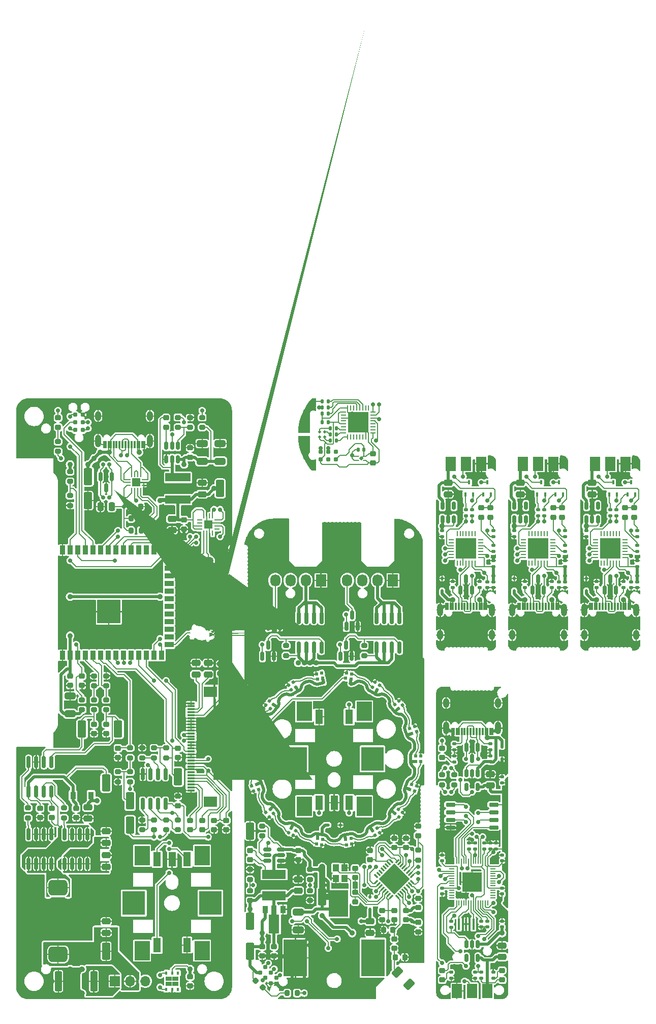
<source format=gbr>
G04 #@! TF.GenerationSoftware,KiCad,Pcbnew,7.0.8*
G04 #@! TF.CreationDate,2023-10-18T02:17:35-07:00*
G04 #@! TF.ProjectId,IotFan,496f7446-616e-42e6-9b69-6361645f7063,rev?*
G04 #@! TF.SameCoordinates,Original*
G04 #@! TF.FileFunction,Copper,L1,Top*
G04 #@! TF.FilePolarity,Positive*
%FSLAX46Y46*%
G04 Gerber Fmt 4.6, Leading zero omitted, Abs format (unit mm)*
G04 Created by KiCad (PCBNEW 7.0.8) date 2023-10-18 02:17:35*
%MOMM*%
%LPD*%
G01*
G04 APERTURE LIST*
G04 Aperture macros list*
%AMRoundRect*
0 Rectangle with rounded corners*
0 $1 Rounding radius*
0 $2 $3 $4 $5 $6 $7 $8 $9 X,Y pos of 4 corners*
0 Add a 4 corners polygon primitive as box body*
4,1,4,$2,$3,$4,$5,$6,$7,$8,$9,$2,$3,0*
0 Add four circle primitives for the rounded corners*
1,1,$1+$1,$2,$3*
1,1,$1+$1,$4,$5*
1,1,$1+$1,$6,$7*
1,1,$1+$1,$8,$9*
0 Add four rect primitives between the rounded corners*
20,1,$1+$1,$2,$3,$4,$5,0*
20,1,$1+$1,$4,$5,$6,$7,0*
20,1,$1+$1,$6,$7,$8,$9,0*
20,1,$1+$1,$8,$9,$2,$3,0*%
%AMRotRect*
0 Rectangle, with rotation*
0 The origin of the aperture is its center*
0 $1 length*
0 $2 width*
0 $3 Rotation angle, in degrees counterclockwise*
0 Add horizontal line*
21,1,$1,$2,0,0,$3*%
%AMFreePoly0*
4,1,6,0.110000,-0.125000,-0.110000,-0.125000,-0.290000,0.055000,-0.290000,0.125000,0.110000,0.125000,0.110000,-0.125000,0.110000,-0.125000,$1*%
%AMFreePoly1*
4,1,7,0.110000,-0.125000,-0.110000,-0.125000,-0.290000,-0.125000,-0.290000,-0.055000,-0.110000,0.125000,0.110000,0.125000,0.110000,-0.125000,0.110000,-0.125000,$1*%
%AMFreePoly2*
4,1,6,0.290000,-0.055000,0.290000,-0.125000,-0.110000,-0.125000,-0.110000,0.125000,0.110000,0.125000,0.290000,-0.055000,0.290000,-0.055000,$1*%
%AMFreePoly3*
4,1,5,0.110000,-0.125000,-0.110000,-0.125000,-0.110000,0.125000,0.360000,0.125000,0.110000,-0.125000,0.110000,-0.125000,$1*%
%AMFreePoly4*
4,1,9,3.862500,-0.866500,0.737500,-0.866500,0.737500,-0.450000,-0.737500,-0.450000,-0.737500,0.450000,0.737500,0.450000,0.737500,0.866500,3.862500,0.866500,3.862500,-0.866500,3.862500,-0.866500,$1*%
%AMFreePoly5*
4,1,596,0.029440,-0.000717,0.058811,-0.002883,0.088039,-0.006486,0.117055,-0.011519,0.145788,-0.017968,0.174172,-0.025819,0.202135,-0.035052,0.229611,-0.045645,0.256536,-0.057576,0.282841,-0.070810,0.308463,-0.085317,0.333343,-0.101065,0.357421,-0.118014,0.380637,-0.136123,0.402936,-0.155349,0.424266,-0.175647,0.444572,-0.196965,0.463808,-0.219253,0.481926,-0.242458,0.498883,-0.266524,
0.514639,-0.291393,0.529154,-0.317004,0.542396,-0.343296,0.554330,-0.370206,0.564929,-0.397668,0.574167,-0.425619,0.582021,-0.453987,0.588474,-0.482707,0.593509,-0.511708,0.597114,-0.540923,0.599280,-0.570278,0.600003,-0.599704,0.598396,-0.643017,0.593668,-0.686061,0.593795,-0.685749,0.593802,-0.685754,0.607867,-0.710266,0.622961,-0.734161,0.639055,-0.757396,0.656120,-0.779927,
0.674125,-0.801715,0.693039,-0.822719,0.712825,-0.842904,0.733452,-0.862232,0.754879,-0.880669,0.777069,-0.898181,0.799983,-0.914737,0.823577,-0.930307,0.847811,-0.944863,0.872644,-0.958379,0.898021,-0.970829,0.923911,-0.982196,0.923907,-0.982203,0.896618,-0.989595,0.869040,-0.995825,0.841222,-1.000879,0.813215,-1.004751,0.785069,-1.007431,0.756835,-1.008917,0.728563,-1.009205,
0.700304,-1.008294,0.672109,-1.006187,0.644029,-1.002887,0.616114,-0.998399,0.588415,-0.992733,0.560980,-0.985898,0.533861,-0.977906,0.507105,-0.968772,0.480758,-0.958510,0.481363,-0.957024,0.462548,-0.981125,0.442502,-1.004262,0.421301,-1.026348,0.399000,-1.047323,0.375658,-1.067134,0.351335,-1.085728,0.326090,-1.103060,0.299998,-1.119080,0.299515,-1.119048,0.324998,-1.142825,
0.349704,-1.167410,0.373603,-1.192774,0.396677,-1.218896,0.418907,-1.245757,0.440275,-1.273334,0.460764,-1.301605,0.480358,-1.330547,0.499040,-1.360138,0.516797,-1.390355,0.533613,-1.421172,0.549476,-1.452564,0.564372,-1.484506,0.578289,-1.516974,0.591217,-1.549941,0.603145,-1.583380,0.614063,-1.617267,0.623963,-1.651571,0.632837,-1.686266,0.640677,-1.721324,0.647478,-1.756718,
0.653234,-1.792418,0.657941,-1.828397,0.661594,-1.864627,0.664190,-1.901076,0.665728,-1.937716,0.666207,-1.974517,0.665625,-2.011453,0.663984,-2.048489,0.661285,-2.085600,0.657529,-2.122752,0.652721,-2.159921,0.646863,-2.197071,0.639961,-2.234176,0.632019,-2.271206,0.623045,-2.308129,0.613046,-2.344919,0.602029,-2.381543,0.590003,-2.417974,0.576979,-2.454182,0.562964,-2.490139,
0.547976,-2.525812,0.532018,-2.561179,0.515112,-2.596205,0.497264,-2.630867,0.478492,-2.665135,0.458809,-2.698984,0.438233,-2.732386,0.416783,-2.765307,0.394470,-2.797729,0.371315,-2.829625,0.347337,-2.860968,0.322554,-2.891732,0.296986,-2.921894,0.270653,-2.951430,0.243579,-2.980314,0.215779,-3.008527,0.187287,-3.036039,0.158115,-3.062837,0.128289,-3.088893,0.097835,-3.114190,
0.066777,-3.138705,0.035139,-3.162419,0.003065,-3.185229,0.006784,-3.191718,0.009651,-3.199064,0.114415,-3.544087,0.139714,-3.533658,0.165294,-3.523923,0.191131,-3.514891,0.217207,-3.506569,0.243500,-3.498963,0.269991,-3.492080,0.296661,-3.485923,0.323489,-3.480499,0.350456,-3.475811,0.377541,-3.471862,0.404726,-3.468656,0.431986,-3.466194,0.459304,-3.464479,0.486659,-3.463512,
0.514030,-3.463294,0.541402,-3.463827,0.541403,-3.463831,0.494284,-3.483372,0.474774,-3.530476,0.494284,-3.577580,0.541402,-3.597121,0.541398,-3.597128,0.493785,-3.616381,0.473999,-3.663753,0.493785,-3.711125,0.541402,-3.730381,0.541397,-3.730388,0.513052,-3.730933,0.484703,-3.730675,0.456372,-3.729614,0.428085,-3.727750,0.399859,-3.725085,0.371721,-3.721621,0.343693,-3.717362,
0.315798,-3.712312,0.288056,-3.706472,0.260491,-3.699849,0.233126,-3.692447,0.205981,-3.684273,0.179076,-3.675332,0.152441,-3.665635,0.126089,-3.655185,0.100045,-3.643993,0.095258,-3.646286,0.090259,-3.648090,0.049610,-3.644109,0.023696,-3.612548,0.021217,-3.604392,0.014625,-3.600785,0.008057,-3.597121,0.012742,-3.594505,0.017425,-3.591922,-0.088345,-3.243604,-0.135148,-3.270352,
-0.182738,-3.295394,-0.231042,-3.318693,-0.279988,-3.340214,-0.329502,-3.359924,-0.379511,-3.377793,-0.429936,-3.393795,-0.480708,-3.407906,-0.480963,-3.407547,-0.480207,-3.415243,-0.446066,-3.761711,-0.421205,-3.751719,-0.396077,-3.742395,-0.370708,-3.733747,-0.345117,-3.725782,-0.319321,-3.718505,-0.293340,-3.711922,-0.267191,-3.706037,-0.240894,-3.700855,-0.214467,-3.696379,-0.187930,-3.692612,
-0.161301,-3.689558,-0.134600,-3.687218,-0.107846,-3.685594,-0.081058,-3.684688,-0.054255,-3.684499,-0.027452,-3.685032,-0.027455,-3.685039,-0.075068,-3.704291,-0.094854,-3.751664,-0.075068,-3.799036,-0.027452,-3.818296,-0.074117,-3.838071,-0.093382,-3.884923,-0.074116,-3.931775,-0.027452,-3.951552,-0.027457,-3.951559,-0.055804,-3.952105,-0.084155,-3.951847,-0.112489,-3.950786,-0.140779,-3.948923,
-0.169006,-3.946259,-0.197146,-3.942795,-0.225176,-3.938536,-0.253074,-3.933486,-0.280819,-3.927646,-0.308385,-3.921023,-0.335753,-3.913621,-0.362900,-3.905446,-0.389804,-3.896506,-0.416444,-3.886806,-0.442798,-3.876356,-0.468843,-3.865164,-0.478580,-3.869226,-0.488931,-3.871292,-0.526879,-3.860219,-0.546775,-3.826078,-0.553799,-3.822217,-0.560798,-3.818296,-0.560793,-3.818289,-0.554640,-3.814842,
-0.548464,-3.811438,-0.585976,-3.430657,-0.615532,-3.435636,-0.645370,-3.439999,-0.675217,-3.443700,-0.705053,-3.446737,-0.734864,-3.449108,-0.764637,-3.450813,-0.794355,-3.451850,-0.824003,-3.452219,-0.853567,-3.451919,-0.883030,-3.450951,-0.912379,-3.449316,-0.941598,-3.447014,-0.970672,-3.444046,-0.999586,-3.440413,-1.028326,-3.436119,-1.056877,-3.431164,-1.085225,-3.425551,-1.113355,-3.419284,
-1.141254,-3.412365,-1.168905,-3.404799,-1.196297,-3.396587,-1.223414,-3.387735,-1.250242,-3.378250,-1.276768,-3.368132,-1.302980,-3.357389,-1.328862,-3.346026,-1.354403,-3.334049,-1.379589,-3.321462,-1.404408,-3.308275,-1.428846,-3.294493,-1.452891,-3.280122,-1.476529,-3.265172,-1.477022,-3.265077,-1.446543,-3.224474,-1.417636,-3.182746,-1.390340,-3.139949,-1.364694,-3.096144,-1.340734,-3.051392,
-1.318499,-3.005764,-1.298017,-2.959321,-1.279319,-2.912132,-1.262431,-2.864265,-1.247380,-2.815791,-1.246537,-2.812658,-1.035179,-2.812658,-1.033529,-2.862646,-1.030089,-2.912768,-1.024842,-2.962983,-1.015738,-2.991432,-0.996825,-3.014556,-0.970743,-3.029130,-0.941130,-3.033121,-0.890667,-3.029564,-0.840655,-3.024246,-0.791131,-3.017197,-0.742127,-3.008447,-0.693679,-2.998023,-0.645821,-2.985953,
-0.598587,-2.972267,-0.552011,-2.956992,-0.506126,-2.940157,-0.460968,-2.921791,-0.416568,-2.901922,-0.372967,-2.880580,-0.330193,-2.857790,-0.288281,-2.833583,-0.247267,-2.807986,-0.207183,-2.781029,-0.168065,-2.752739,-0.129947,-2.723145,-0.092862,-2.692276,-0.056844,-2.660160,-0.021929,-2.626825,0.011849,-2.592302,0.044459,-2.556614,0.075863,-2.519795,0.106028,-2.481872,0.134921,-2.442871,
0.162507,-2.402822,0.188752,-2.361755,0.213623,-2.319694,0.237085,-2.276672,0.259099,-2.232720,0.279638,-2.187859,0.298665,-2.142121,0.316147,-2.095534,0.332048,-2.048126,0.346335,-1.999927,0.358974,-1.950965,0.360185,-1.919774,0.349355,-1.890493,0.328135,-1.867593,0.299755,-1.854556,0.268577,-1.853380,0.239320,-1.864214,0.216435,-1.885410,0.203403,-1.913745,0.190602,-1.962852,
0.175932,-2.011059,0.159440,-2.058331,0.141167,-2.104634,0.121157,-2.149933,0.099458,-2.194194,0.076110,-2.237380,0.051158,-2.279460,0.024646,-2.320397,-0.003382,-2.360157,-0.032882,-2.398706,-0.063811,-2.436010,-0.096124,-2.472031,-0.129779,-2.506738,-0.164729,-2.540095,-0.200932,-2.572068,-0.238344,-2.602621,-0.276920,-2.631721,-0.316618,-2.659332,-0.357394,-2.685422,-0.399202,-2.709952,
-0.441999,-2.732892,-0.485741,-2.754204,-0.530386,-2.773856,-0.575886,-2.791811,-0.622201,-2.808036,-0.669286,-2.822497,-0.717096,-2.835157,-0.765588,-2.845983,-0.814718,-2.854941,-0.864447,-2.861994,-0.866313,-2.810556,-0.866142,-2.759330,-0.863956,-2.708369,-0.859776,-2.657727,-0.853620,-2.607465,-0.845511,-2.557638,-0.835467,-2.508304,-0.823508,-2.459517,-0.809658,-2.411339,-0.793932,-2.363823,
-0.776354,-2.317028,-0.756943,-2.271009,-0.735716,-2.225822,-0.712699,-2.181529,-0.687911,-2.138186,-0.661369,-2.095845,-0.633097,-2.054569,-0.603110,-2.014409,-0.571432,-1.975424,-0.538086,-1.937676,-0.503087,-1.901216,-0.466457,-1.866103,-0.428216,-1.832395,-0.388385,-1.800146,-0.346984,-1.769416,-0.304033,-1.740261,-0.281666,-1.718500,-0.269334,-1.689839,-0.268914,-1.658646,-0.280470,-1.629664,
-0.302273,-1.607322,-0.330972,-1.595026,-0.337858,-1.593864,-0.344820,-1.593305,-0.348300,-1.593264,-0.351779,-1.593374,-0.372286,-1.597143,-0.391121,-1.606080,-0.433000,-1.634308,-0.473649,-1.663862,-0.513046,-1.694699,-0.551172,-1.726779,-0.588009,-1.760062,-0.623536,-1.794505,-0.657733,-1.830066,-0.690584,-1.866708,-0.722069,-1.904387,-0.752167,-1.943062,-0.780860,-1.982694,-0.808129,-2.023239,
-0.833954,-2.064658,-0.858315,-2.106909,-0.881196,-2.149952,-0.902575,-2.193745,-0.922434,-2.238247,-0.940754,-2.283417,-0.957515,-2.329215,-0.972698,-2.375600,-0.986285,-2.422528,-0.998254,-2.469961,-1.008589,-2.517857,-1.017269,-2.566176,-1.024275,-2.614875,-1.029589,-2.663914,-1.033190,-2.713250,-1.035060,-2.762846,-1.035179,-2.812658,-1.246537,-2.812658,-1.234187,-2.766780,-1.222871,-2.717303,
-1.213448,-2.667430,-1.205931,-2.617234,-1.200331,-2.566788,-1.196659,-2.516168,-1.194194,-2.479536,-1.190722,-2.442989,-1.186243,-2.406550,-1.180762,-2.370248,-1.174282,-2.334111,-1.166809,-2.298166,-1.158348,-2.262438,-1.148906,-2.226959,-1.138490,-2.191754,-1.127108,-2.156849,-1.114767,-2.122270,-1.101479,-2.088044,-1.087252,-2.054196,-1.072096,-2.020752,-1.056025,-1.987737,-1.039051,-1.955180,
-1.021189,-1.923104,-1.002447,-1.891530,-0.982841,-1.860483,-0.962388,-1.829988,-0.941103,-1.800069,-0.919000,-1.770746,-0.896096,-1.742041,-0.872414,-1.713982,-0.847965,-1.686582,-0.822772,-1.659868,-0.796850,-1.633856,-0.770222,-1.608568,-0.742907,-1.584023,-0.714926,-1.560239,-0.686300,-1.537235,-0.657052,-1.515027,-0.630307,-1.494769,-0.604080,-1.473844,-0.578389,-1.452266,-0.553250,-1.430049,
-0.528677,-1.407207,-0.504689,-1.383754,-0.481296,-1.359704,-0.458518,-1.335074,-0.436367,-1.309878,-0.414858,-1.284135,-0.394004,-1.257857,-0.373816,-1.231063,-0.354312,-1.203771,-0.335500,-1.175996,-0.317393,-1.147757,-0.300005,-1.119075,-0.333345,-1.098353,-0.365260,-1.075495,-0.395613,-1.050596,-0.424268,-1.023772,-0.451108,-0.995128,-0.476018,-0.964788,-0.498887,-0.932887,-0.519621,-0.899560,
-0.538129,-0.864954,-0.554333,-0.829207,-0.568163,-0.792476,-0.579560,-0.754921,-0.588475,-0.716702,-0.594871,-0.677980,-0.598719,-0.638927,-0.600003,-0.599704,-0.599280,-0.570278,-0.597113,-0.540922,-0.593508,-0.511708,-0.588474,-0.482707,-0.582020,-0.453985,-0.578804,-0.442370,-0.008102,-0.442370,0.001954,-0.471895,0.022546,-0.495328,0.050540,-0.509103,0.081659,-0.511123,0.111189,-0.501098,
0.134639,-0.480549,0.148446,-0.452598,0.168442,-0.420921,0.200025,-0.413066,0.231581,-0.420918,0.251565,-0.452600,0.265374,-0.480559,0.288833,-0.501113,0.318374,-0.511135,0.349504,-0.509103,0.377499,-0.495327,0.398089,-0.471896,0.408147,-0.442370,0.406137,-0.411248,0.387621,-0.364843,0.360167,-0.325866,0.325727,-0.294766,0.286255,-0.271993,0.243699,-0.257998,0.200021,-0.253233,
0.156344,-0.257999,0.113790,-0.271993,0.074317,-0.294766,0.039877,-0.325866,0.012423,-0.364844,-0.006093,-0.411248,-0.008102,-0.442370,-0.578804,-0.442370,-0.574167,-0.425618,-0.564929,-0.397668,-0.554330,-0.370206,-0.542393,-0.343292,-0.529152,-0.317001,-0.514639,-0.291392,-0.498883,-0.266524,-0.481925,-0.242457,-0.463808,-0.219253,-0.444571,-0.196964,-0.424265,-0.175646,-0.402936,-0.155349,
-0.380634,-0.136121,-0.357421,-0.118014,-0.333343,-0.101065,-0.308461,-0.085316,-0.282838,-0.070808,-0.256534,-0.057574,-0.229611,-0.045645,-0.202135,-0.035052,-0.174171,-0.025819,-0.145788,-0.017968,-0.117055,-0.011519,-0.088039,-0.006486,-0.058810,-0.002883,-0.029440,-0.000717,0.000000,0.000005,0.029440,-0.000717,0.029440,-0.000717,$1*%
G04 Aperture macros list end*
G04 #@! TA.AperFunction,SMDPad,CuDef*
%ADD10R,0.450000X0.700000*%
G04 #@! TD*
G04 #@! TA.AperFunction,SMDPad,CuDef*
%ADD11RoundRect,0.112500X0.112500X-0.187500X0.112500X0.187500X-0.112500X0.187500X-0.112500X-0.187500X0*%
G04 #@! TD*
G04 #@! TA.AperFunction,SMDPad,CuDef*
%ADD12RoundRect,0.140000X-0.170000X0.140000X-0.170000X-0.140000X0.170000X-0.140000X0.170000X0.140000X0*%
G04 #@! TD*
G04 #@! TA.AperFunction,SMDPad,CuDef*
%ADD13RoundRect,0.135000X0.185000X-0.135000X0.185000X0.135000X-0.185000X0.135000X-0.185000X-0.135000X0*%
G04 #@! TD*
G04 #@! TA.AperFunction,SMDPad,CuDef*
%ADD14R,0.300000X1.150000*%
G04 #@! TD*
G04 #@! TA.AperFunction,ComponentPad*
%ADD15O,1.000000X2.100000*%
G04 #@! TD*
G04 #@! TA.AperFunction,ComponentPad*
%ADD16O,1.000000X1.600000*%
G04 #@! TD*
G04 #@! TA.AperFunction,SMDPad,CuDef*
%ADD17RoundRect,0.062500X0.062500X-0.337500X0.062500X0.337500X-0.062500X0.337500X-0.062500X-0.337500X0*%
G04 #@! TD*
G04 #@! TA.AperFunction,SMDPad,CuDef*
%ADD18RoundRect,0.062500X0.337500X-0.062500X0.337500X0.062500X-0.337500X0.062500X-0.337500X-0.062500X0*%
G04 #@! TD*
G04 #@! TA.AperFunction,SMDPad,CuDef*
%ADD19R,3.350000X3.350000*%
G04 #@! TD*
G04 #@! TA.AperFunction,SMDPad,CuDef*
%ADD20RoundRect,0.218750X0.256250X-0.218750X0.256250X0.218750X-0.256250X0.218750X-0.256250X-0.218750X0*%
G04 #@! TD*
G04 #@! TA.AperFunction,SMDPad,CuDef*
%ADD21RoundRect,0.135000X-0.185000X0.135000X-0.185000X-0.135000X0.185000X-0.135000X0.185000X0.135000X0*%
G04 #@! TD*
G04 #@! TA.AperFunction,SMDPad,CuDef*
%ADD22RoundRect,0.140000X0.170000X-0.140000X0.170000X0.140000X-0.170000X0.140000X-0.170000X-0.140000X0*%
G04 #@! TD*
G04 #@! TA.AperFunction,SMDPad,CuDef*
%ADD23R,1.700000X2.340000*%
G04 #@! TD*
G04 #@! TA.AperFunction,SMDPad,CuDef*
%ADD24RoundRect,0.150000X0.150000X-0.587500X0.150000X0.587500X-0.150000X0.587500X-0.150000X-0.587500X0*%
G04 #@! TD*
G04 #@! TA.AperFunction,SMDPad,CuDef*
%ADD25RoundRect,0.250000X-0.475000X0.250000X-0.475000X-0.250000X0.475000X-0.250000X0.475000X0.250000X0*%
G04 #@! TD*
G04 #@! TA.AperFunction,SMDPad,CuDef*
%ADD26RoundRect,0.150000X0.150000X-0.512500X0.150000X0.512500X-0.150000X0.512500X-0.150000X-0.512500X0*%
G04 #@! TD*
G04 #@! TA.AperFunction,SMDPad,CuDef*
%ADD27RoundRect,0.250000X-0.450000X1.175000X-0.450000X-1.175000X0.450000X-1.175000X0.450000X1.175000X0*%
G04 #@! TD*
G04 #@! TA.AperFunction,SMDPad,CuDef*
%ADD28RotRect,0.500000X0.500000X60.000000*%
G04 #@! TD*
G04 #@! TA.AperFunction,SMDPad,CuDef*
%ADD29RoundRect,0.150000X0.150000X-0.825000X0.150000X0.825000X-0.150000X0.825000X-0.150000X-0.825000X0*%
G04 #@! TD*
G04 #@! TA.AperFunction,SMDPad,CuDef*
%ADD30RoundRect,0.225000X0.250000X-0.225000X0.250000X0.225000X-0.250000X0.225000X-0.250000X-0.225000X0*%
G04 #@! TD*
G04 #@! TA.AperFunction,SMDPad,CuDef*
%ADD31RoundRect,0.250000X0.450000X-1.175000X0.450000X1.175000X-0.450000X1.175000X-0.450000X-1.175000X0*%
G04 #@! TD*
G04 #@! TA.AperFunction,SMDPad,CuDef*
%ADD32R,4.000000X1.500000*%
G04 #@! TD*
G04 #@! TA.AperFunction,SMDPad,CuDef*
%ADD33RoundRect,0.200000X0.275000X-0.200000X0.275000X0.200000X-0.275000X0.200000X-0.275000X-0.200000X0*%
G04 #@! TD*
G04 #@! TA.AperFunction,SMDPad,CuDef*
%ADD34RoundRect,0.112500X0.112500X-0.112500X0.112500X0.112500X-0.112500X0.112500X-0.112500X-0.112500X0*%
G04 #@! TD*
G04 #@! TA.AperFunction,SMDPad,CuDef*
%ADD35RotRect,0.500000X0.500000X200.000000*%
G04 #@! TD*
G04 #@! TA.AperFunction,SMDPad,CuDef*
%ADD36RotRect,0.500000X0.500000X240.000000*%
G04 #@! TD*
G04 #@! TA.AperFunction,ConnectorPad*
%ADD37C,0.787400*%
G04 #@! TD*
G04 #@! TA.AperFunction,SMDPad,CuDef*
%ADD38RotRect,0.500000X0.500000X160.000000*%
G04 #@! TD*
G04 #@! TA.AperFunction,SMDPad,CuDef*
%ADD39RoundRect,0.250000X-0.707107X-0.176777X-0.176777X-0.707107X0.707107X0.176777X0.176777X0.707107X0*%
G04 #@! TD*
G04 #@! TA.AperFunction,SMDPad,CuDef*
%ADD40RoundRect,0.150000X0.512500X0.150000X-0.512500X0.150000X-0.512500X-0.150000X0.512500X-0.150000X0*%
G04 #@! TD*
G04 #@! TA.AperFunction,SMDPad,CuDef*
%ADD41RoundRect,0.140000X0.140000X0.170000X-0.140000X0.170000X-0.140000X-0.170000X0.140000X-0.170000X0*%
G04 #@! TD*
G04 #@! TA.AperFunction,SMDPad,CuDef*
%ADD42RoundRect,0.062500X0.265165X-0.176777X-0.176777X0.265165X-0.265165X0.176777X0.176777X-0.265165X0*%
G04 #@! TD*
G04 #@! TA.AperFunction,SMDPad,CuDef*
%ADD43RoundRect,0.062500X0.265165X0.176777X0.176777X0.265165X-0.265165X-0.176777X-0.176777X-0.265165X0*%
G04 #@! TD*
G04 #@! TA.AperFunction,SMDPad,CuDef*
%ADD44RotRect,3.650000X3.650000X135.000000*%
G04 #@! TD*
G04 #@! TA.AperFunction,SMDPad,CuDef*
%ADD45RoundRect,0.200000X-0.275000X0.200000X-0.275000X-0.200000X0.275000X-0.200000X0.275000X0.200000X0*%
G04 #@! TD*
G04 #@! TA.AperFunction,ComponentPad*
%ADD46R,1.730000X2.030000*%
G04 #@! TD*
G04 #@! TA.AperFunction,ComponentPad*
%ADD47O,1.730000X2.030000*%
G04 #@! TD*
G04 #@! TA.AperFunction,SMDPad,CuDef*
%ADD48RoundRect,0.135000X-0.135000X-0.185000X0.135000X-0.185000X0.135000X0.185000X-0.135000X0.185000X0*%
G04 #@! TD*
G04 #@! TA.AperFunction,SMDPad,CuDef*
%ADD49RoundRect,0.225000X-0.250000X0.225000X-0.250000X-0.225000X0.250000X-0.225000X0.250000X0.225000X0*%
G04 #@! TD*
G04 #@! TA.AperFunction,SMDPad,CuDef*
%ADD50RotRect,0.500000X0.500000X40.000000*%
G04 #@! TD*
G04 #@! TA.AperFunction,SMDPad,CuDef*
%ADD51RoundRect,0.250000X0.475000X-0.250000X0.475000X0.250000X-0.475000X0.250000X-0.475000X-0.250000X0*%
G04 #@! TD*
G04 #@! TA.AperFunction,SMDPad,CuDef*
%ADD52R,0.500000X0.500000*%
G04 #@! TD*
G04 #@! TA.AperFunction,SMDPad,CuDef*
%ADD53RoundRect,0.218750X0.335876X0.026517X0.026517X0.335876X-0.335876X-0.026517X-0.026517X-0.335876X0*%
G04 #@! TD*
G04 #@! TA.AperFunction,SMDPad,CuDef*
%ADD54RotRect,0.500000X0.500000X280.000000*%
G04 #@! TD*
G04 #@! TA.AperFunction,SMDPad,CuDef*
%ADD55RotRect,0.500000X0.500000X220.000000*%
G04 #@! TD*
G04 #@! TA.AperFunction,SMDPad,CuDef*
%ADD56RotRect,0.500000X0.500000X20.000000*%
G04 #@! TD*
G04 #@! TA.AperFunction,SMDPad,CuDef*
%ADD57RotRect,0.500000X0.500000X260.000000*%
G04 #@! TD*
G04 #@! TA.AperFunction,SMDPad,CuDef*
%ADD58RoundRect,0.225000X0.225000X0.250000X-0.225000X0.250000X-0.225000X-0.250000X0.225000X-0.250000X0*%
G04 #@! TD*
G04 #@! TA.AperFunction,SMDPad,CuDef*
%ADD59RotRect,0.500000X0.500000X120.000000*%
G04 #@! TD*
G04 #@! TA.AperFunction,SMDPad,CuDef*
%ADD60RoundRect,0.200000X-0.200000X-0.275000X0.200000X-0.275000X0.200000X0.275000X-0.200000X0.275000X0*%
G04 #@! TD*
G04 #@! TA.AperFunction,SMDPad,CuDef*
%ADD61RotRect,0.500000X0.500000X80.000000*%
G04 #@! TD*
G04 #@! TA.AperFunction,SMDPad,CuDef*
%ADD62RotRect,0.500000X0.500000X300.000000*%
G04 #@! TD*
G04 #@! TA.AperFunction,SMDPad,CuDef*
%ADD63RotRect,0.500000X0.500000X140.000000*%
G04 #@! TD*
G04 #@! TA.AperFunction,SMDPad,CuDef*
%ADD64RoundRect,0.112500X-0.187500X-0.112500X0.187500X-0.112500X0.187500X0.112500X-0.187500X0.112500X0*%
G04 #@! TD*
G04 #@! TA.AperFunction,SMDPad,CuDef*
%ADD65R,3.300000X4.400000*%
G04 #@! TD*
G04 #@! TA.AperFunction,SMDPad,CuDef*
%ADD66R,3.900000X6.200000*%
G04 #@! TD*
G04 #@! TA.AperFunction,SMDPad,CuDef*
%ADD67RotRect,0.480000X0.480000X225.000000*%
G04 #@! TD*
G04 #@! TA.AperFunction,SMDPad,CuDef*
%ADD68FreePoly0,180.000000*%
G04 #@! TD*
G04 #@! TA.AperFunction,SMDPad,CuDef*
%ADD69FreePoly1,180.000000*%
G04 #@! TD*
G04 #@! TA.AperFunction,SMDPad,CuDef*
%ADD70FreePoly2,180.000000*%
G04 #@! TD*
G04 #@! TA.AperFunction,SMDPad,CuDef*
%ADD71FreePoly3,180.000000*%
G04 #@! TD*
G04 #@! TA.AperFunction,SMDPad,CuDef*
%ADD72RoundRect,0.250000X-0.650000X0.325000X-0.650000X-0.325000X0.650000X-0.325000X0.650000X0.325000X0*%
G04 #@! TD*
G04 #@! TA.AperFunction,SMDPad,CuDef*
%ADD73RoundRect,0.225000X-0.225000X-0.250000X0.225000X-0.250000X0.225000X0.250000X-0.225000X0.250000X0*%
G04 #@! TD*
G04 #@! TA.AperFunction,SMDPad,CuDef*
%ADD74R,3.450000X3.450000*%
G04 #@! TD*
G04 #@! TA.AperFunction,SMDPad,CuDef*
%ADD75RoundRect,0.062500X-0.062500X-0.375000X0.062500X-0.375000X0.062500X0.375000X-0.062500X0.375000X0*%
G04 #@! TD*
G04 #@! TA.AperFunction,SMDPad,CuDef*
%ADD76RoundRect,0.062500X-0.375000X-0.062500X0.375000X-0.062500X0.375000X0.062500X-0.375000X0.062500X0*%
G04 #@! TD*
G04 #@! TA.AperFunction,SMDPad,CuDef*
%ADD77RoundRect,0.135000X0.135000X0.185000X-0.135000X0.185000X-0.135000X-0.185000X0.135000X-0.185000X0*%
G04 #@! TD*
G04 #@! TA.AperFunction,SMDPad,CuDef*
%ADD78R,1.000000X1.150000*%
G04 #@! TD*
G04 #@! TA.AperFunction,SMDPad,CuDef*
%ADD79R,0.900000X1.300000*%
G04 #@! TD*
G04 #@! TA.AperFunction,SMDPad,CuDef*
%ADD80FreePoly4,270.000000*%
G04 #@! TD*
G04 #@! TA.AperFunction,SMDPad,CuDef*
%ADD81RoundRect,0.218750X-0.256250X0.218750X-0.256250X-0.218750X0.256250X-0.218750X0.256250X0.218750X0*%
G04 #@! TD*
G04 #@! TA.AperFunction,SMDPad,CuDef*
%ADD82R,1.300000X2.400000*%
G04 #@! TD*
G04 #@! TA.AperFunction,SMDPad,CuDef*
%ADD83R,2.500000X3.200000*%
G04 #@! TD*
G04 #@! TA.AperFunction,SMDPad,CuDef*
%ADD84R,3.750000X4.000000*%
G04 #@! TD*
G04 #@! TA.AperFunction,SMDPad,CuDef*
%ADD85RoundRect,0.140000X-0.140000X-0.170000X0.140000X-0.170000X0.140000X0.170000X-0.140000X0.170000X0*%
G04 #@! TD*
G04 #@! TA.AperFunction,SMDPad,CuDef*
%ADD86RotRect,0.500000X0.500000X100.000000*%
G04 #@! TD*
G04 #@! TA.AperFunction,SMDPad,CuDef*
%ADD87RotRect,0.500000X0.500000X320.000000*%
G04 #@! TD*
G04 #@! TA.AperFunction,SMDPad,CuDef*
%ADD88RotRect,0.500000X0.500000X340.000000*%
G04 #@! TD*
G04 #@! TA.AperFunction,SMDPad,CuDef*
%ADD89FreePoly4,90.000000*%
G04 #@! TD*
G04 #@! TA.AperFunction,SMDPad,CuDef*
%ADD90RoundRect,0.062500X-0.062500X0.375000X-0.062500X-0.375000X0.062500X-0.375000X0.062500X0.375000X0*%
G04 #@! TD*
G04 #@! TA.AperFunction,SMDPad,CuDef*
%ADD91RoundRect,0.062500X-0.375000X0.062500X-0.375000X-0.062500X0.375000X-0.062500X0.375000X0.062500X0*%
G04 #@! TD*
G04 #@! TA.AperFunction,SMDPad,CuDef*
%ADD92R,1.450000X1.450000*%
G04 #@! TD*
G04 #@! TA.AperFunction,SMDPad,CuDef*
%ADD93R,1.300000X0.300000*%
G04 #@! TD*
G04 #@! TA.AperFunction,SMDPad,CuDef*
%ADD94R,2.200000X1.800000*%
G04 #@! TD*
G04 #@! TA.AperFunction,SMDPad,CuDef*
%ADD95R,4.200000X1.400000*%
G04 #@! TD*
G04 #@! TA.AperFunction,SMDPad,CuDef*
%ADD96R,0.450000X0.630000*%
G04 #@! TD*
G04 #@! TA.AperFunction,SMDPad,CuDef*
%ADD97R,1.050000X0.800000*%
G04 #@! TD*
G04 #@! TA.AperFunction,SMDPad,CuDef*
%ADD98RoundRect,0.150000X-0.150000X0.825000X-0.150000X-0.825000X0.150000X-0.825000X0.150000X0.825000X0*%
G04 #@! TD*
G04 #@! TA.AperFunction,SMDPad,CuDef*
%ADD99RoundRect,0.250000X-0.362500X-1.425000X0.362500X-1.425000X0.362500X1.425000X-0.362500X1.425000X0*%
G04 #@! TD*
G04 #@! TA.AperFunction,SMDPad,CuDef*
%ADD100R,0.900000X1.500000*%
G04 #@! TD*
G04 #@! TA.AperFunction,SMDPad,CuDef*
%ADD101R,1.500000X0.900000*%
G04 #@! TD*
G04 #@! TA.AperFunction,HeatsinkPad*
%ADD102C,0.600000*%
G04 #@! TD*
G04 #@! TA.AperFunction,SMDPad,CuDef*
%ADD103R,3.900000X3.900000*%
G04 #@! TD*
G04 #@! TA.AperFunction,ComponentPad*
%ADD104RoundRect,0.250000X0.625000X-0.350000X0.625000X0.350000X-0.625000X0.350000X-0.625000X-0.350000X0*%
G04 #@! TD*
G04 #@! TA.AperFunction,ComponentPad*
%ADD105O,1.750000X1.200000*%
G04 #@! TD*
G04 #@! TA.AperFunction,SMDPad,CuDef*
%ADD106FreePoly5,270.000000*%
G04 #@! TD*
G04 #@! TA.AperFunction,ComponentPad*
%ADD107R,1.700000X1.700000*%
G04 #@! TD*
G04 #@! TA.AperFunction,ComponentPad*
%ADD108O,1.700000X1.700000*%
G04 #@! TD*
G04 #@! TA.AperFunction,SMDPad,CuDef*
%ADD109RoundRect,0.250000X0.650000X-0.325000X0.650000X0.325000X-0.650000X0.325000X-0.650000X-0.325000X0*%
G04 #@! TD*
G04 #@! TA.AperFunction,SMDPad,CuDef*
%ADD110RoundRect,0.650000X-0.950000X0.650000X-0.950000X-0.650000X0.950000X-0.650000X0.950000X0.650000X0*%
G04 #@! TD*
G04 #@! TA.AperFunction,SMDPad,CuDef*
%ADD111RoundRect,0.150000X-0.150000X0.587500X-0.150000X-0.587500X0.150000X-0.587500X0.150000X0.587500X0*%
G04 #@! TD*
G04 #@! TA.AperFunction,SMDPad,CuDef*
%ADD112RoundRect,0.062500X-0.275000X-0.062500X0.275000X-0.062500X0.275000X0.062500X-0.275000X0.062500X0*%
G04 #@! TD*
G04 #@! TA.AperFunction,SMDPad,CuDef*
%ADD113RoundRect,0.062500X-0.062500X-0.275000X0.062500X-0.275000X0.062500X0.275000X-0.062500X0.275000X0*%
G04 #@! TD*
G04 #@! TA.AperFunction,SMDPad,CuDef*
%ADD114RoundRect,0.250000X0.250000X0.475000X-0.250000X0.475000X-0.250000X-0.475000X0.250000X-0.475000X0*%
G04 #@! TD*
G04 #@! TA.AperFunction,SMDPad,CuDef*
%ADD115R,0.400000X1.900000*%
G04 #@! TD*
G04 #@! TA.AperFunction,SMDPad,CuDef*
%ADD116RoundRect,0.150000X-0.150000X0.512500X-0.150000X-0.512500X0.150000X-0.512500X0.150000X0.512500X0*%
G04 #@! TD*
G04 #@! TA.AperFunction,SMDPad,CuDef*
%ADD117RoundRect,0.150000X-0.650000X-0.150000X0.650000X-0.150000X0.650000X0.150000X-0.650000X0.150000X0*%
G04 #@! TD*
G04 #@! TA.AperFunction,SMDPad,CuDef*
%ADD118R,3.200000X3.200000*%
G04 #@! TD*
G04 #@! TA.AperFunction,SMDPad,CuDef*
%ADD119RoundRect,0.050000X-0.050000X-0.387500X0.050000X-0.387500X0.050000X0.387500X-0.050000X0.387500X0*%
G04 #@! TD*
G04 #@! TA.AperFunction,SMDPad,CuDef*
%ADD120RoundRect,0.050000X-0.387500X-0.050000X0.387500X-0.050000X0.387500X0.050000X-0.387500X0.050000X0*%
G04 #@! TD*
G04 #@! TA.AperFunction,SMDPad,CuDef*
%ADD121RoundRect,0.112500X-0.112500X0.187500X-0.112500X-0.187500X0.112500X-0.187500X0.112500X0.187500X0*%
G04 #@! TD*
G04 #@! TA.AperFunction,ViaPad*
%ADD122C,0.700000*%
G04 #@! TD*
G04 #@! TA.AperFunction,ViaPad*
%ADD123C,0.900000*%
G04 #@! TD*
G04 #@! TA.AperFunction,Conductor*
%ADD124C,0.200000*%
G04 #@! TD*
G04 #@! TA.AperFunction,Conductor*
%ADD125C,0.160000*%
G04 #@! TD*
G04 #@! TA.AperFunction,Conductor*
%ADD126C,0.500000*%
G04 #@! TD*
G04 #@! TA.AperFunction,Conductor*
%ADD127C,1.000000*%
G04 #@! TD*
G04 #@! TA.AperFunction,Conductor*
%ADD128C,0.150000*%
G04 #@! TD*
G04 APERTURE END LIST*
D10*
X148850000Y-56000000D03*
X150150000Y-56000000D03*
X149500000Y-54000000D03*
D11*
X142000000Y-72050000D03*
X142000000Y-69950000D03*
D12*
X149500000Y-70520000D03*
X149500000Y-71480000D03*
D13*
X146000000Y-59510000D03*
X146000000Y-58490000D03*
D14*
X142650000Y-74655000D03*
X143450000Y-74655000D03*
X144750000Y-74655000D03*
X145750000Y-74655000D03*
X146250000Y-74655000D03*
X147250000Y-74655000D03*
X148550000Y-74655000D03*
X149350000Y-74655000D03*
X149050000Y-74655000D03*
X148250000Y-74655000D03*
X147750000Y-74655000D03*
X146750000Y-74655000D03*
X145250000Y-74655000D03*
X144250000Y-74655000D03*
X143750000Y-74655000D03*
X142950000Y-74655000D03*
D15*
X141680000Y-75220000D03*
D16*
X141680000Y-79400000D03*
D15*
X150320000Y-75220000D03*
D16*
X150320000Y-79400000D03*
D10*
X145850000Y-56000000D03*
X147150000Y-56000000D03*
X146500000Y-54000000D03*
D17*
X144500000Y-67450000D03*
X145000000Y-67450000D03*
X145500000Y-67450000D03*
X146000000Y-67450000D03*
X146500000Y-67450000D03*
X147000000Y-67450000D03*
X147500000Y-67450000D03*
D18*
X148450000Y-66500000D03*
X148450000Y-66000000D03*
X148450000Y-65500000D03*
X148450000Y-65000000D03*
X148450000Y-64500000D03*
X148450000Y-64000000D03*
X148450000Y-63500000D03*
D17*
X147500000Y-62550000D03*
X147000000Y-62550000D03*
X146500000Y-62550000D03*
X146000000Y-62550000D03*
X145500000Y-62550000D03*
X145000000Y-62550000D03*
X144500000Y-62550000D03*
D18*
X143550000Y-63500000D03*
X143550000Y-64000000D03*
X143550000Y-64500000D03*
X143550000Y-65000000D03*
X143550000Y-65500000D03*
X143550000Y-66000000D03*
X143550000Y-66500000D03*
D19*
X146000000Y-65000000D03*
D12*
X150500000Y-70520000D03*
X150500000Y-71480000D03*
D13*
X147000000Y-59510000D03*
X147000000Y-58490000D03*
D20*
X148500000Y-59787500D03*
X148500000Y-58212500D03*
D21*
X150500000Y-61990000D03*
X150500000Y-63010000D03*
D22*
X150500000Y-67980000D03*
X150500000Y-67020000D03*
D12*
X142000000Y-62020000D03*
X142000000Y-62980000D03*
D20*
X150000000Y-59787500D03*
X150000000Y-58212500D03*
D23*
X143455000Y-50870000D03*
X145995000Y-50870000D03*
X148535000Y-50870000D03*
D21*
X150500000Y-64490000D03*
X150500000Y-65510000D03*
D24*
X145050000Y-71937500D03*
X146950000Y-71937500D03*
X146000000Y-70062500D03*
D25*
X143000000Y-54050000D03*
X143000000Y-55950000D03*
D21*
X148250000Y-70490000D03*
X148250000Y-71510000D03*
X143750000Y-70490000D03*
X143750000Y-71510000D03*
D26*
X142050000Y-60137500D03*
X143000000Y-60137500D03*
X143950000Y-60137500D03*
X143950000Y-57862500D03*
X142050000Y-57862500D03*
D10*
X136850000Y-56000000D03*
X138150000Y-56000000D03*
X137500000Y-54000000D03*
D11*
X130000000Y-72050000D03*
X130000000Y-69950000D03*
D12*
X137500000Y-70520000D03*
X137500000Y-71480000D03*
D13*
X134000000Y-59510000D03*
X134000000Y-58490000D03*
D14*
X130650000Y-74655000D03*
X131450000Y-74655000D03*
X132750000Y-74655000D03*
X133750000Y-74655000D03*
X134250000Y-74655000D03*
X135250000Y-74655000D03*
X136550000Y-74655000D03*
X137350000Y-74655000D03*
X137050000Y-74655000D03*
X136250000Y-74655000D03*
X135750000Y-74655000D03*
X134750000Y-74655000D03*
X133250000Y-74655000D03*
X132250000Y-74655000D03*
X131750000Y-74655000D03*
X130950000Y-74655000D03*
D15*
X129680000Y-75220000D03*
D16*
X129680000Y-79400000D03*
D15*
X138320000Y-75220000D03*
D16*
X138320000Y-79400000D03*
D10*
X133850000Y-56000000D03*
X135150000Y-56000000D03*
X134500000Y-54000000D03*
D17*
X132500000Y-67450000D03*
X133000000Y-67450000D03*
X133500000Y-67450000D03*
X134000000Y-67450000D03*
X134500000Y-67450000D03*
X135000000Y-67450000D03*
X135500000Y-67450000D03*
D18*
X136450000Y-66500000D03*
X136450000Y-66000000D03*
X136450000Y-65500000D03*
X136450000Y-65000000D03*
X136450000Y-64500000D03*
X136450000Y-64000000D03*
X136450000Y-63500000D03*
D17*
X135500000Y-62550000D03*
X135000000Y-62550000D03*
X134500000Y-62550000D03*
X134000000Y-62550000D03*
X133500000Y-62550000D03*
X133000000Y-62550000D03*
X132500000Y-62550000D03*
D18*
X131550000Y-63500000D03*
X131550000Y-64000000D03*
X131550000Y-64500000D03*
X131550000Y-65000000D03*
X131550000Y-65500000D03*
X131550000Y-66000000D03*
X131550000Y-66500000D03*
D19*
X134000000Y-65000000D03*
D12*
X138500000Y-70520000D03*
X138500000Y-71480000D03*
D13*
X135000000Y-59510000D03*
X135000000Y-58490000D03*
D20*
X136500000Y-59787500D03*
X136500000Y-58212500D03*
D21*
X138500000Y-61990000D03*
X138500000Y-63010000D03*
D22*
X138500000Y-67980000D03*
X138500000Y-67020000D03*
D12*
X130000000Y-62020000D03*
X130000000Y-62980000D03*
D20*
X138000000Y-59787500D03*
X138000000Y-58212500D03*
D23*
X131455000Y-50870000D03*
X133995000Y-50870000D03*
X136535000Y-50870000D03*
D21*
X138500000Y-64490000D03*
X138500000Y-65510000D03*
D24*
X133050000Y-71937500D03*
X134950000Y-71937500D03*
X134000000Y-70062500D03*
D25*
X131000000Y-54050000D03*
X131000000Y-55950000D03*
D21*
X136250000Y-70490000D03*
X136250000Y-71510000D03*
X131750000Y-70490000D03*
X131750000Y-71510000D03*
D26*
X130050000Y-60137500D03*
X131000000Y-60137500D03*
X131950000Y-60137500D03*
X131950000Y-57862500D03*
X130050000Y-57862500D03*
X118050000Y-57862500D03*
X119950000Y-57862500D03*
X119950000Y-60137500D03*
X119000000Y-60137500D03*
X118050000Y-60137500D03*
D21*
X119750000Y-71510000D03*
X119750000Y-70490000D03*
X124250000Y-71510000D03*
X124250000Y-70490000D03*
D25*
X119000000Y-55950000D03*
X119000000Y-54050000D03*
D24*
X122000000Y-70062500D03*
X122950000Y-71937500D03*
X121050000Y-71937500D03*
D21*
X126500000Y-65510000D03*
X126500000Y-64490000D03*
D23*
X119455000Y-50870000D03*
X121995000Y-50870000D03*
X124535000Y-50870000D03*
D20*
X126000000Y-58212500D03*
X126000000Y-59787500D03*
D12*
X118000000Y-62980000D03*
X118000000Y-62020000D03*
D22*
X126500000Y-67020000D03*
X126500000Y-67980000D03*
D21*
X126500000Y-63010000D03*
X126500000Y-61990000D03*
D20*
X124500000Y-58212500D03*
X124500000Y-59787500D03*
D13*
X123000000Y-58490000D03*
X123000000Y-59510000D03*
D12*
X126500000Y-71480000D03*
X126500000Y-70520000D03*
D19*
X122000000Y-65000000D03*
D18*
X119550000Y-66500000D03*
X119550000Y-66000000D03*
X119550000Y-65500000D03*
X119550000Y-65000000D03*
X119550000Y-64500000D03*
X119550000Y-64000000D03*
X119550000Y-63500000D03*
D17*
X120500000Y-62550000D03*
X121000000Y-62550000D03*
X121500000Y-62550000D03*
X122000000Y-62550000D03*
X122500000Y-62550000D03*
X123000000Y-62550000D03*
X123500000Y-62550000D03*
D18*
X124450000Y-63500000D03*
X124450000Y-64000000D03*
X124450000Y-64500000D03*
X124450000Y-65000000D03*
X124450000Y-65500000D03*
X124450000Y-66000000D03*
X124450000Y-66500000D03*
D17*
X123500000Y-67450000D03*
X123000000Y-67450000D03*
X122500000Y-67450000D03*
X122000000Y-67450000D03*
X121500000Y-67450000D03*
X121000000Y-67450000D03*
X120500000Y-67450000D03*
D10*
X122500000Y-54000000D03*
X123150000Y-56000000D03*
X121850000Y-56000000D03*
D16*
X126320000Y-79400000D03*
D15*
X126320000Y-75220000D03*
D16*
X117680000Y-79400000D03*
D15*
X117680000Y-75220000D03*
D14*
X118950000Y-74655000D03*
X119750000Y-74655000D03*
X120250000Y-74655000D03*
X121250000Y-74655000D03*
X122750000Y-74655000D03*
X123750000Y-74655000D03*
X124250000Y-74655000D03*
X125050000Y-74655000D03*
X125350000Y-74655000D03*
X124550000Y-74655000D03*
X123250000Y-74655000D03*
X122250000Y-74655000D03*
X121750000Y-74655000D03*
X120750000Y-74655000D03*
X119450000Y-74655000D03*
X118650000Y-74655000D03*
D13*
X122000000Y-58490000D03*
X122000000Y-59510000D03*
D12*
X125500000Y-71480000D03*
X125500000Y-70520000D03*
D11*
X118000000Y-69950000D03*
X118000000Y-72050000D03*
D10*
X125500000Y-54000000D03*
X126150000Y-56000000D03*
X124850000Y-56000000D03*
D27*
X86000000Y-112000000D03*
D28*
X106385289Y-88040711D03*
X107164711Y-88490711D03*
X107614711Y-87711289D03*
X106835289Y-87261289D03*
D29*
X94095000Y-81475000D03*
X95365000Y-81475000D03*
X96635000Y-81475000D03*
X97905000Y-81475000D03*
X97905000Y-76525000D03*
X96635000Y-76525000D03*
X95365000Y-76525000D03*
X94095000Y-76525000D03*
X107095000Y-81475000D03*
X108365000Y-81475000D03*
X109635000Y-81475000D03*
X110905000Y-81475000D03*
X110905000Y-76525000D03*
X109635000Y-76525000D03*
X108365000Y-76525000D03*
X107095000Y-76525000D03*
D30*
X110000000Y-114775000D03*
X110000000Y-113225000D03*
D24*
X89050000Y-77937500D03*
X90950000Y-77937500D03*
X90000000Y-76062500D03*
D31*
X86000000Y-127000000D03*
D32*
X90000000Y-119200000D03*
X90000000Y-122800000D03*
D33*
X105000000Y-82825000D03*
X105000000Y-81175000D03*
D34*
X98425000Y-46425000D03*
X98425000Y-45575000D03*
X97575000Y-45575000D03*
X97575000Y-46425000D03*
D33*
X86000000Y-123575000D03*
X86000000Y-121925000D03*
D35*
X87420771Y-105056953D03*
X87112953Y-104211229D03*
X86267229Y-104519047D03*
X86575047Y-105364771D03*
D36*
X93614711Y-111959289D03*
X92835289Y-111509289D03*
X92385289Y-112288711D03*
X93164711Y-112738711D03*
D37*
X87652962Y-135550987D03*
X88550987Y-134652962D03*
X88550987Y-136449013D03*
X89449013Y-135550987D03*
X89449013Y-137347038D03*
X90347038Y-136449013D03*
X100310000Y-48865000D03*
X100310000Y-50135000D03*
X99040000Y-48865000D03*
X99040000Y-50135000D03*
X97770000Y-48865000D03*
X97770000Y-50135000D03*
D38*
X87112953Y-95788771D03*
X87420771Y-94943047D03*
X86575047Y-94635229D03*
X86267229Y-95480953D03*
D39*
X110510051Y-135510051D03*
X112489949Y-137489949D03*
D40*
X91137500Y-116950000D03*
X91137500Y-116000000D03*
X91137500Y-115050000D03*
X88862500Y-115050000D03*
X88862500Y-116000000D03*
X88862500Y-116950000D03*
D33*
X92000000Y-82825000D03*
X92000000Y-81175000D03*
D41*
X98020000Y-42500000D03*
X98980000Y-42500000D03*
D42*
X110512652Y-122987526D03*
X110866206Y-122633973D03*
X111219759Y-122280419D03*
X111573313Y-121926866D03*
X111926866Y-121573313D03*
X112280419Y-121219759D03*
X112633973Y-120866206D03*
X112987526Y-120512652D03*
D43*
X112987526Y-119487348D03*
X112633973Y-119133794D03*
X112280419Y-118780241D03*
X111926866Y-118426687D03*
X111573313Y-118073134D03*
X111219759Y-117719581D03*
X110866206Y-117366027D03*
X110512652Y-117012474D03*
D42*
X109487348Y-117012474D03*
X109133794Y-117366027D03*
X108780241Y-117719581D03*
X108426687Y-118073134D03*
X108073134Y-118426687D03*
X107719581Y-118780241D03*
X107366027Y-119133794D03*
X107012474Y-119487348D03*
D43*
X107012474Y-120512652D03*
X107366027Y-120866206D03*
X107719581Y-121219759D03*
X108073134Y-121573313D03*
X108426687Y-121926866D03*
X108780241Y-122280419D03*
X109133794Y-122633973D03*
X109487348Y-122987526D03*
D44*
X110000000Y-120000000D03*
D45*
X96000000Y-121925000D03*
X96000000Y-123575000D03*
D24*
X88050000Y-82937500D03*
X89950000Y-82937500D03*
X89000000Y-81062500D03*
D46*
X97800000Y-70300000D03*
D47*
X95260000Y-70300000D03*
X92720000Y-70300000D03*
X90180000Y-70300000D03*
D48*
X100410000Y-45000000D03*
X99390000Y-45000000D03*
D49*
X103500000Y-118225000D03*
X103500000Y-119775000D03*
D33*
X114000000Y-116825000D03*
X114000000Y-115175000D03*
D50*
X110091026Y-90945534D03*
X110669534Y-91634974D03*
X111358974Y-91056466D03*
X110780466Y-90367026D03*
D48*
X100410000Y-46000000D03*
X99390000Y-46000000D03*
D45*
X88000000Y-111175000D03*
X88000000Y-112825000D03*
D49*
X86000000Y-115225000D03*
X86000000Y-116775000D03*
D45*
X96000000Y-118425000D03*
X96000000Y-120075000D03*
D51*
X94000000Y-121950000D03*
X94000000Y-120050000D03*
D52*
X113550000Y-99550000D03*
X113550000Y-100450000D03*
X114450000Y-100450000D03*
X114450000Y-99550000D03*
D53*
X88056847Y-138056847D03*
X86943153Y-136943153D03*
D30*
X112000000Y-114775000D03*
X112000000Y-113225000D03*
X103500000Y-123775000D03*
X103500000Y-122225000D03*
D48*
X100410000Y-47000000D03*
X99390000Y-47000000D03*
D49*
X110000000Y-125225000D03*
X110000000Y-126775000D03*
D54*
X102796022Y-113265695D03*
X101909695Y-113421978D03*
X102065978Y-114308305D03*
X102952305Y-114152022D03*
D55*
X89908974Y-109054466D03*
X89330466Y-108365026D03*
X88641026Y-108943534D03*
X89219534Y-109632974D03*
D31*
X98000000Y-123000000D03*
D56*
X112579229Y-94943047D03*
X112887047Y-95788771D03*
X113732771Y-95480953D03*
X113424953Y-94635229D03*
D49*
X94000000Y-115225000D03*
X94000000Y-116775000D03*
D11*
X106000000Y-125050000D03*
X106000000Y-122950000D03*
D57*
X98090305Y-113421978D03*
X97203978Y-113265695D03*
X97047695Y-114152022D03*
X97934022Y-114308305D03*
D49*
X88000000Y-131225000D03*
X88000000Y-132775000D03*
D24*
X101050000Y-82937500D03*
X102950000Y-82937500D03*
X102000000Y-81062500D03*
D58*
X109775000Y-128500000D03*
X108225000Y-128500000D03*
D27*
X86000000Y-132000000D03*
D59*
X92835289Y-88490711D03*
X93614711Y-88040711D03*
X93164711Y-87261289D03*
X92385289Y-87711289D03*
D52*
X86450000Y-100450000D03*
X86450000Y-99550000D03*
X85550000Y-99550000D03*
X85550000Y-100450000D03*
D49*
X90000000Y-131225000D03*
X90000000Y-132775000D03*
D60*
X92175000Y-139000000D03*
X93825000Y-139000000D03*
D61*
X101909695Y-86578022D03*
X102796022Y-86734305D03*
X102952305Y-85847978D03*
X102065978Y-85691695D03*
D46*
X109800000Y-70300000D03*
D47*
X107260000Y-70300000D03*
X104720000Y-70300000D03*
X102180000Y-70300000D03*
D62*
X107164711Y-111509289D03*
X106385289Y-111959289D03*
X106835289Y-112738711D03*
X107614711Y-112288711D03*
D63*
X89330466Y-91634974D03*
X89908974Y-90945534D03*
X89219534Y-90367026D03*
X88641026Y-91056466D03*
D49*
X108000000Y-125225000D03*
X108000000Y-126775000D03*
D64*
X98950000Y-111000000D03*
X101050000Y-111000000D03*
D65*
X100700000Y-124100000D03*
D66*
X93550000Y-133100000D03*
X106450000Y-133100000D03*
D24*
X102050000Y-77937500D03*
X103950000Y-77937500D03*
X103000000Y-76062500D03*
D67*
X104500000Y-50000000D03*
D68*
X103960000Y-50325000D03*
D69*
X103960000Y-49675000D03*
D70*
X105040000Y-49675000D03*
D71*
X105040000Y-50325000D03*
D30*
X106000000Y-116775000D03*
X106000000Y-115225000D03*
D72*
X94000000Y-125525000D03*
X94000000Y-128475000D03*
D25*
X106000000Y-127050000D03*
X106000000Y-128950000D03*
D73*
X110225000Y-133000000D03*
X111775000Y-133000000D03*
D74*
X104000000Y-44000000D03*
D75*
X102250000Y-41562500D03*
X102750000Y-41562500D03*
X103250000Y-41562500D03*
X103750000Y-41562500D03*
X104250000Y-41562500D03*
X104750000Y-41562500D03*
X105250000Y-41562500D03*
X105750000Y-41562500D03*
D76*
X106437500Y-42250000D03*
X106437500Y-42750000D03*
X106437500Y-43250000D03*
X106437500Y-43750000D03*
X106437500Y-44250000D03*
X106437500Y-44750000D03*
X106437500Y-45250000D03*
X106437500Y-45750000D03*
D75*
X105750000Y-46437500D03*
X105250000Y-46437500D03*
X104750000Y-46437500D03*
X104250000Y-46437500D03*
X103750000Y-46437500D03*
X103250000Y-46437500D03*
X102750000Y-46437500D03*
X102250000Y-46437500D03*
D76*
X101562500Y-45750000D03*
X101562500Y-45250000D03*
X101562500Y-44750000D03*
X101562500Y-44250000D03*
X101562500Y-43750000D03*
X101562500Y-43250000D03*
X101562500Y-42750000D03*
X101562500Y-42250000D03*
D77*
X97990000Y-41500000D03*
X99010000Y-41500000D03*
D30*
X114000000Y-112775000D03*
X114000000Y-111225000D03*
D78*
X101700000Y-119875000D03*
X101700000Y-118125000D03*
X100300000Y-118125000D03*
X100300000Y-119875000D03*
D20*
X112000000Y-126787500D03*
X112000000Y-125212500D03*
D41*
X98020000Y-44000000D03*
X98980000Y-44000000D03*
D79*
X91500000Y-125050000D03*
D80*
X90000000Y-125137500D03*
D79*
X88500000Y-125050000D03*
D33*
X86000000Y-120075000D03*
X86000000Y-118425000D03*
D30*
X106500000Y-49225000D03*
X106500000Y-50775000D03*
D77*
X97990000Y-40500000D03*
X99010000Y-40500000D03*
D81*
X110000000Y-129962500D03*
X110000000Y-131537500D03*
D82*
X97500000Y-107300000D03*
X102500000Y-107300000D03*
X100000000Y-107300000D03*
D83*
X95000000Y-107900000D03*
X105000000Y-107900000D03*
D84*
X93625000Y-100000000D03*
X106375000Y-100000000D03*
D83*
X95000000Y-92100000D03*
X105000000Y-92100000D03*
D82*
X102500000Y-93000000D03*
X97500000Y-93000000D03*
D85*
X104980000Y-48500000D03*
X104020000Y-48500000D03*
D49*
X114000000Y-127225000D03*
X114000000Y-128775000D03*
D30*
X114000000Y-124775000D03*
X114000000Y-123225000D03*
D86*
X97203978Y-86734305D03*
X98090305Y-86578022D03*
X97934022Y-85691695D03*
X97047695Y-85847978D03*
D87*
X110669534Y-108365026D03*
X110091026Y-109054466D03*
X110780466Y-109632974D03*
X111358974Y-108943534D03*
D88*
X112887047Y-104211229D03*
X112579229Y-105056953D03*
X113424953Y-105364771D03*
X113732771Y-104519047D03*
D45*
X64000000Y-102175000D03*
X64000000Y-103825000D03*
D27*
X62000000Y-104000000D03*
D79*
X56500000Y-106087500D03*
D89*
X58000000Y-106000000D03*
D79*
X59500000Y-106087500D03*
D90*
X79750000Y-59562500D03*
X79250000Y-59562500D03*
X78750000Y-59562500D03*
X78250000Y-59562500D03*
D91*
X77562500Y-60250000D03*
X77562500Y-60750000D03*
X77562500Y-61250000D03*
X77562500Y-61750000D03*
D90*
X78250000Y-62437500D03*
X78750000Y-62437500D03*
X79250000Y-62437500D03*
X79750000Y-62437500D03*
D91*
X80437500Y-61750000D03*
X80437500Y-61250000D03*
X80437500Y-60750000D03*
X80437500Y-60250000D03*
D92*
X79000000Y-61000000D03*
D45*
X49000000Y-108175000D03*
X49000000Y-109825000D03*
D27*
X62000000Y-132000000D03*
D45*
X72000000Y-98175000D03*
X72000000Y-99825000D03*
D49*
X80000000Y-110225000D03*
X80000000Y-111775000D03*
D45*
X56000000Y-56175000D03*
X56000000Y-57825000D03*
D33*
X70000000Y-111825000D03*
X70000000Y-110175000D03*
D93*
X76150000Y-105250000D03*
X76150000Y-104750000D03*
X76150000Y-104250000D03*
X76150000Y-103750000D03*
X76150000Y-103250000D03*
X76150000Y-102750000D03*
X76150000Y-102250000D03*
X76150000Y-101750000D03*
X76150000Y-101250000D03*
X76150000Y-100750000D03*
X76150000Y-100250000D03*
X76150000Y-99750000D03*
X76150000Y-99250000D03*
X76150000Y-98750000D03*
X76150000Y-98250000D03*
X76150000Y-97750000D03*
X76150000Y-97250000D03*
X76150000Y-96750000D03*
X76150000Y-96250000D03*
X76150000Y-95750000D03*
X76150000Y-95250000D03*
X76150000Y-94750000D03*
X76150000Y-94250000D03*
X76150000Y-93750000D03*
X76150000Y-93250000D03*
X76150000Y-92750000D03*
X76150000Y-92250000D03*
X76150000Y-91750000D03*
X76150000Y-91250000D03*
X76150000Y-90750000D03*
D94*
X79400000Y-107150000D03*
X79400000Y-88850000D03*
D95*
X74000000Y-53150000D03*
X74000000Y-56850000D03*
D27*
X66000000Y-111000000D03*
D51*
X62000000Y-128950000D03*
X62000000Y-127050000D03*
D96*
X72050000Y-138340000D03*
X73000000Y-138340000D03*
X73950000Y-138340000D03*
X73950000Y-135660000D03*
X73000000Y-135660000D03*
X72050000Y-135660000D03*
D97*
X72475000Y-137400000D03*
X73525000Y-137400000D03*
X72475000Y-136600000D03*
X73525000Y-136600000D03*
D45*
X62000000Y-90175000D03*
X62000000Y-91825000D03*
D27*
X64000000Y-95000000D03*
D49*
X64000000Y-98225000D03*
X64000000Y-99775000D03*
D30*
X74000000Y-107775000D03*
X74000000Y-106225000D03*
D45*
X60000000Y-86175000D03*
X60000000Y-87825000D03*
D98*
X58905000Y-112525000D03*
X57635000Y-112525000D03*
X56365000Y-112525000D03*
X55095000Y-112525000D03*
X55095000Y-117475000D03*
X56365000Y-117475000D03*
X57635000Y-117475000D03*
X58905000Y-117475000D03*
D51*
X62000000Y-117950000D03*
X62000000Y-116050000D03*
D73*
X66225000Y-58000000D03*
X67775000Y-58000000D03*
D60*
X66175000Y-62000000D03*
X67825000Y-62000000D03*
D33*
X68000000Y-99825000D03*
X68000000Y-98175000D03*
D45*
X60000000Y-90175000D03*
X60000000Y-91825000D03*
D11*
X75000000Y-69050000D03*
X75000000Y-66950000D03*
D49*
X76000000Y-110225000D03*
X76000000Y-111775000D03*
X82000000Y-110225000D03*
X82000000Y-111775000D03*
X75000000Y-60225000D03*
X75000000Y-61775000D03*
D27*
X59000000Y-57000000D03*
D99*
X54037500Y-137000000D03*
X59962500Y-137000000D03*
D100*
X54740000Y-82750000D03*
X56010000Y-82750000D03*
X57280000Y-82750000D03*
X58550000Y-82750000D03*
X59820000Y-82750000D03*
X61090000Y-82750000D03*
X62360000Y-82750000D03*
X63630000Y-82750000D03*
X64900000Y-82750000D03*
X66170000Y-82750000D03*
X67440000Y-82750000D03*
X68710000Y-82750000D03*
X69980000Y-82750000D03*
X71250000Y-82750000D03*
D101*
X72500000Y-80985000D03*
X72500000Y-79715000D03*
X72500000Y-78445000D03*
X72500000Y-77175000D03*
X72500000Y-75905000D03*
X72500000Y-74635000D03*
X72500000Y-73365000D03*
X72500000Y-72095000D03*
X72500000Y-70825000D03*
X72500000Y-69555000D03*
X72500000Y-68285000D03*
X72500000Y-67015000D03*
D100*
X71250000Y-65250000D03*
X69980000Y-65250000D03*
X68710000Y-65250000D03*
X67440000Y-65250000D03*
X66170000Y-65250000D03*
X64900000Y-65250000D03*
X63630000Y-65250000D03*
X62360000Y-65250000D03*
X61090000Y-65250000D03*
X59820000Y-65250000D03*
X58550000Y-65250000D03*
X57280000Y-65250000D03*
X56010000Y-65250000D03*
X54740000Y-65250000D03*
D102*
X61760000Y-76900000D03*
X63160000Y-76900000D03*
X61060000Y-76200000D03*
X62460000Y-76200000D03*
X63860000Y-76200000D03*
X61760000Y-75500000D03*
D103*
X62460000Y-75500000D03*
D102*
X63160000Y-75500000D03*
X61060000Y-74800000D03*
X62460000Y-74800000D03*
X63860000Y-74800000D03*
X61760000Y-74100000D03*
X63160000Y-74100000D03*
D45*
X56000000Y-52175000D03*
X56000000Y-53825000D03*
D27*
X58000000Y-95000000D03*
D33*
X66000000Y-99825000D03*
X66000000Y-98175000D03*
D45*
X70000000Y-98175000D03*
X70000000Y-99825000D03*
X54000000Y-47175000D03*
X54000000Y-48825000D03*
D49*
X78000000Y-110225000D03*
X78000000Y-111775000D03*
X57000000Y-108225000D03*
X57000000Y-109775000D03*
D27*
X59000000Y-53000000D03*
D29*
X49095000Y-105475000D03*
X50365000Y-105475000D03*
X51635000Y-105475000D03*
X52905000Y-105475000D03*
X52905000Y-100525000D03*
X51635000Y-100525000D03*
X50365000Y-100525000D03*
X49095000Y-100525000D03*
D26*
X72050000Y-50137500D03*
X73000000Y-50137500D03*
X73950000Y-50137500D03*
X73950000Y-47862500D03*
X73000000Y-47862500D03*
X72050000Y-47862500D03*
D51*
X77000000Y-85950000D03*
X77000000Y-84050000D03*
D82*
X75500000Y-116700000D03*
X70500000Y-116700000D03*
X73000000Y-116700000D03*
D83*
X78000000Y-116100000D03*
X68000000Y-116100000D03*
D84*
X79375000Y-124000000D03*
X66625000Y-124000000D03*
D83*
X78000000Y-131900000D03*
X68000000Y-131900000D03*
D82*
X70500000Y-131000000D03*
X75500000Y-131000000D03*
D104*
X79000000Y-69000000D03*
D105*
X79000000Y-67000000D03*
D25*
X59000000Y-108050000D03*
X59000000Y-109950000D03*
D49*
X60000000Y-94225000D03*
X60000000Y-95775000D03*
D20*
X54000000Y-44787500D03*
X54000000Y-43212500D03*
D106*
X79928454Y-79333322D03*
D107*
X63460000Y-137000000D03*
D108*
X66000000Y-137000000D03*
X68540000Y-137000000D03*
D51*
X62000000Y-113950000D03*
X62000000Y-112050000D03*
D109*
X81000000Y-50475000D03*
X81000000Y-47525000D03*
D45*
X68000000Y-110175000D03*
X68000000Y-111825000D03*
D49*
X51000000Y-108225000D03*
X51000000Y-109775000D03*
D30*
X72000000Y-44775000D03*
X72000000Y-43225000D03*
D33*
X78000000Y-44825000D03*
X78000000Y-43175000D03*
D49*
X58000000Y-86225000D03*
X58000000Y-87775000D03*
D25*
X73000000Y-60050000D03*
X73000000Y-61950000D03*
D109*
X78000000Y-50475000D03*
X78000000Y-47525000D03*
D51*
X78000000Y-55950000D03*
X78000000Y-54050000D03*
D110*
X54000000Y-121450000D03*
X54000000Y-132550000D03*
D49*
X62000000Y-94225000D03*
X62000000Y-95775000D03*
D109*
X56000000Y-92475000D03*
X56000000Y-89525000D03*
D45*
X55000000Y-108175000D03*
X55000000Y-109825000D03*
D27*
X66000000Y-107000000D03*
D98*
X52905000Y-112525000D03*
X51635000Y-112525000D03*
X50365000Y-112525000D03*
X49095000Y-112525000D03*
X49095000Y-117475000D03*
X50365000Y-117475000D03*
X51635000Y-117475000D03*
X52905000Y-117475000D03*
D37*
X58135000Y-45270000D03*
X56865000Y-45270000D03*
X58135000Y-44000000D03*
X56865000Y-44000000D03*
X58135000Y-42730000D03*
X56865000Y-42730000D03*
D33*
X72000000Y-111825000D03*
X72000000Y-110175000D03*
D49*
X74000000Y-98225000D03*
X74000000Y-99775000D03*
D33*
X58000000Y-91825000D03*
X58000000Y-90175000D03*
D49*
X53000000Y-108225000D03*
X53000000Y-109775000D03*
D33*
X76000000Y-44825000D03*
X76000000Y-43175000D03*
D30*
X76000000Y-49775000D03*
X76000000Y-48225000D03*
D51*
X79000000Y-85950000D03*
X79000000Y-84050000D03*
D31*
X81000000Y-55000000D03*
D45*
X74000000Y-110175000D03*
X74000000Y-111825000D03*
D98*
X71905000Y-102525000D03*
X70635000Y-102525000D03*
X69365000Y-102525000D03*
X68095000Y-102525000D03*
X68095000Y-107475000D03*
X69365000Y-107475000D03*
X70635000Y-107475000D03*
X71905000Y-107475000D03*
D111*
X62950000Y-53000000D03*
X61050000Y-53000000D03*
X62000000Y-54875000D03*
D27*
X74000000Y-103000000D03*
D112*
X65737500Y-53500000D03*
X65737500Y-54000000D03*
X65737500Y-54500000D03*
D113*
X66250000Y-55262500D03*
X66750000Y-55262500D03*
X67250000Y-55262500D03*
X67750000Y-55262500D03*
D112*
X68262500Y-54500000D03*
X68262500Y-54000000D03*
X68262500Y-53500000D03*
D113*
X67750000Y-52737500D03*
X67250000Y-52737500D03*
X66750000Y-52737500D03*
X66250000Y-52737500D03*
D92*
X67000000Y-54000000D03*
D49*
X56000000Y-86225000D03*
X56000000Y-87775000D03*
D60*
X66175000Y-60000000D03*
X67825000Y-60000000D03*
D49*
X76000000Y-136225000D03*
X76000000Y-137775000D03*
D45*
X62000000Y-86175000D03*
X62000000Y-87825000D03*
D33*
X81000000Y-85825000D03*
X81000000Y-84175000D03*
X66000000Y-103825000D03*
X66000000Y-102175000D03*
D114*
X62950000Y-58000000D03*
X61050000Y-58000000D03*
D45*
X74000000Y-43175000D03*
X74000000Y-44825000D03*
D14*
X68350000Y-47670000D03*
X67550000Y-47670000D03*
X66250000Y-47670000D03*
X65250000Y-47670000D03*
X64750000Y-47670000D03*
X63750000Y-47670000D03*
X62450000Y-47670000D03*
X61650000Y-47670000D03*
X61950000Y-47670000D03*
X62750000Y-47670000D03*
X63250000Y-47670000D03*
X64250000Y-47670000D03*
X65750000Y-47670000D03*
X66750000Y-47670000D03*
X67250000Y-47670000D03*
X68050000Y-47670000D03*
D15*
X69320000Y-47105000D03*
D16*
X69320000Y-42925000D03*
D15*
X60680000Y-47105000D03*
D16*
X60680000Y-42925000D03*
D22*
X123500000Y-114020000D03*
X123500000Y-114980000D03*
D115*
X123200000Y-127500000D03*
X122000000Y-127500000D03*
X120800000Y-127500000D03*
D22*
X125000000Y-114020000D03*
X125000000Y-114980000D03*
X118000000Y-116020000D03*
X118000000Y-116980000D03*
D20*
X118000000Y-98212500D03*
X118000000Y-99787500D03*
D22*
X126000000Y-114020000D03*
X126000000Y-114980000D03*
D116*
X123950000Y-104637500D03*
X122050000Y-104637500D03*
X122050000Y-102362500D03*
X123000000Y-102362500D03*
X123950000Y-102362500D03*
D22*
X128000000Y-127020000D03*
X128000000Y-127980000D03*
D51*
X128000000Y-131050000D03*
X128000000Y-132950000D03*
D12*
X125500000Y-127980000D03*
X125500000Y-127020000D03*
X118000000Y-122480000D03*
X118000000Y-121520000D03*
D13*
X126500000Y-135490000D03*
X126500000Y-136510000D03*
D16*
X118680000Y-90710000D03*
D15*
X118680000Y-94890000D03*
D16*
X127320000Y-90710000D03*
D15*
X127320000Y-94890000D03*
D14*
X126050000Y-95455000D03*
X125250000Y-95455000D03*
X124750000Y-95455000D03*
X123750000Y-95455000D03*
X122250000Y-95455000D03*
X121250000Y-95455000D03*
X120750000Y-95455000D03*
X119950000Y-95455000D03*
X119650000Y-95455000D03*
X120450000Y-95455000D03*
X121750000Y-95455000D03*
X122750000Y-95455000D03*
X123250000Y-95455000D03*
X124250000Y-95455000D03*
X125550000Y-95455000D03*
X126350000Y-95455000D03*
D13*
X124500000Y-135490000D03*
X124500000Y-136510000D03*
D81*
X128000000Y-136787500D03*
X128000000Y-135212500D03*
D22*
X128000000Y-103020000D03*
X128000000Y-103980000D03*
D21*
X119500000Y-128010000D03*
X119500000Y-126990000D03*
D12*
X124500000Y-127980000D03*
X124500000Y-127020000D03*
D22*
X128000000Y-116020000D03*
X128000000Y-116980000D03*
D13*
X120000000Y-99490000D03*
X120000000Y-100510000D03*
D12*
X128000000Y-122480000D03*
X128000000Y-121520000D03*
D22*
X127000000Y-114020000D03*
X127000000Y-114980000D03*
D33*
X118000000Y-102675000D03*
X118000000Y-104325000D03*
D116*
X123950000Y-133137500D03*
X122050000Y-133137500D03*
X122050000Y-130862500D03*
X123000000Y-130862500D03*
X123950000Y-130862500D03*
D22*
X122500000Y-114020000D03*
X122500000Y-114980000D03*
D13*
X126000000Y-97490000D03*
X126000000Y-98510000D03*
X120000000Y-97490000D03*
X120000000Y-98510000D03*
D51*
X126000000Y-102550000D03*
X126000000Y-104450000D03*
D117*
X126600000Y-107595000D03*
X126600000Y-108865000D03*
X126600000Y-110135000D03*
X126600000Y-111405000D03*
X119400000Y-111405000D03*
X119400000Y-110135000D03*
X119400000Y-108865000D03*
X119400000Y-107595000D03*
D118*
X123000000Y-120500000D03*
D119*
X120400000Y-117062500D03*
X120800000Y-117062500D03*
X121200000Y-117062500D03*
X121600000Y-117062500D03*
X122000000Y-117062500D03*
X122400000Y-117062500D03*
X122800000Y-117062500D03*
X123200000Y-117062500D03*
X123600000Y-117062500D03*
X124000000Y-117062500D03*
X124400000Y-117062500D03*
X124800000Y-117062500D03*
X125200000Y-117062500D03*
X125600000Y-117062500D03*
D120*
X126437500Y-117900000D03*
X126437500Y-118300000D03*
X126437500Y-118700000D03*
X126437500Y-119100000D03*
X126437500Y-119500000D03*
X126437500Y-119900000D03*
X126437500Y-120300000D03*
X126437500Y-120700000D03*
X126437500Y-121100000D03*
X126437500Y-121500000D03*
X126437500Y-121900000D03*
X126437500Y-122300000D03*
X126437500Y-122700000D03*
X126437500Y-123100000D03*
D119*
X125600000Y-123937500D03*
X125200000Y-123937500D03*
X124800000Y-123937500D03*
X124400000Y-123937500D03*
X124000000Y-123937500D03*
X123600000Y-123937500D03*
X123200000Y-123937500D03*
X122800000Y-123937500D03*
X122400000Y-123937500D03*
X122000000Y-123937500D03*
X121600000Y-123937500D03*
X121200000Y-123937500D03*
X120800000Y-123937500D03*
X120400000Y-123937500D03*
D120*
X119562500Y-123100000D03*
X119562500Y-122700000D03*
X119562500Y-122300000D03*
X119562500Y-121900000D03*
X119562500Y-121500000D03*
X119562500Y-121100000D03*
X119562500Y-120700000D03*
X119562500Y-120300000D03*
X119562500Y-119900000D03*
X119562500Y-119500000D03*
X119562500Y-119100000D03*
X119562500Y-118700000D03*
X119562500Y-118300000D03*
X119562500Y-117900000D03*
D20*
X118000000Y-135212500D03*
X118000000Y-136787500D03*
D21*
X123500000Y-136510000D03*
X123500000Y-135490000D03*
D23*
X120460000Y-138630000D03*
X123000000Y-138630000D03*
X125540000Y-138630000D03*
D21*
X119500000Y-136510000D03*
X119500000Y-135490000D03*
D33*
X120000000Y-102675000D03*
X120000000Y-104325000D03*
D22*
X126000000Y-99520000D03*
X126000000Y-100480000D03*
D121*
X128000000Y-100050000D03*
X128000000Y-97950000D03*
D111*
X123000000Y-99937500D03*
X122050000Y-98062500D03*
X123950000Y-98062500D03*
D122*
X148250000Y-69500000D03*
X149000000Y-69000000D03*
X144030350Y-53025338D03*
D123*
X147000000Y-66000000D03*
X148000000Y-53000000D03*
X146000000Y-72000000D03*
X143500000Y-69000000D03*
D122*
X150500000Y-66500000D03*
X146000000Y-60500000D03*
X145500000Y-53000000D03*
X147000000Y-69500000D03*
X142500000Y-66000000D03*
D123*
X145000000Y-64000000D03*
X148250000Y-73500000D03*
D122*
X149500000Y-66250000D03*
X147000000Y-57000000D03*
X149500000Y-57000000D03*
X142500000Y-65000000D03*
D123*
X143000000Y-58000000D03*
D122*
X150500000Y-69500000D03*
X147000000Y-60500000D03*
X142500000Y-67000000D03*
D123*
X142000000Y-61250000D03*
X143750000Y-73500000D03*
D122*
X148500000Y-54000000D03*
X149500000Y-62000000D03*
X145000000Y-68500000D03*
X136250000Y-69500000D03*
X137000000Y-69000000D03*
X132030350Y-53025338D03*
D123*
X135000000Y-66000000D03*
X136000000Y-53000000D03*
X134000000Y-72000000D03*
X131500000Y-69000000D03*
D122*
X138500000Y-66500000D03*
X134000000Y-60500000D03*
X133500000Y-53000000D03*
X135000000Y-69500000D03*
X130500000Y-66000000D03*
D123*
X133000000Y-64000000D03*
X136250000Y-73500000D03*
D122*
X137500000Y-66250000D03*
X135000000Y-57000000D03*
X137500000Y-57000000D03*
X130500000Y-65000000D03*
D123*
X131000000Y-58000000D03*
D122*
X138500000Y-69500000D03*
X135000000Y-60500000D03*
X130500000Y-67000000D03*
D123*
X130000000Y-61250000D03*
X131750000Y-73500000D03*
D122*
X136500000Y-54000000D03*
X137500000Y-62000000D03*
X133000000Y-68500000D03*
X121000000Y-68500000D03*
X124500000Y-54000000D03*
D123*
X119750000Y-73500000D03*
X118000000Y-61250000D03*
D122*
X118500000Y-67000000D03*
X123000000Y-60500000D03*
X125500000Y-57000000D03*
X123000000Y-57000000D03*
X125500000Y-66250000D03*
D123*
X124250000Y-73500000D03*
X121000000Y-64000000D03*
D122*
X118500000Y-66000000D03*
X121500000Y-53000000D03*
X122000000Y-60500000D03*
X118500000Y-65000000D03*
X126500000Y-66500000D03*
D123*
X119500000Y-69000000D03*
D122*
X123000000Y-69500000D03*
D123*
X122000000Y-72000000D03*
X124000000Y-53000000D03*
X119000000Y-58000000D03*
D122*
X125500000Y-62000000D03*
D123*
X123000000Y-66000000D03*
D122*
X126500000Y-69500000D03*
X120030350Y-53025338D03*
X125000000Y-69000000D03*
X124250000Y-69500000D03*
X111000000Y-120000000D03*
X110000000Y-121000000D03*
X109000000Y-120000000D03*
X110000000Y-119000000D03*
D123*
X95000000Y-84000000D03*
X98000000Y-119000000D03*
X96000000Y-84000000D03*
X98000000Y-121000000D03*
X94000000Y-84000000D03*
X98000000Y-120000000D03*
X98000000Y-118000000D03*
X97000000Y-84000000D03*
D122*
X109000000Y-133000000D03*
X106000000Y-122000000D03*
D123*
X101000000Y-112000000D03*
X114000000Y-93000000D03*
D122*
X94000000Y-118000000D03*
D123*
X96000000Y-130000000D03*
D122*
X111000000Y-128500000D03*
X111000000Y-131500000D03*
X105000000Y-122000000D03*
D123*
X104000000Y-76000000D03*
D122*
X107500000Y-129000000D03*
D123*
X97500000Y-91000000D03*
D122*
X113000000Y-133500000D03*
X113000000Y-132500000D03*
D123*
X100000000Y-109000000D03*
D122*
X100000000Y-121000000D03*
D123*
X91000000Y-76000000D03*
D122*
X94000000Y-119000000D03*
X109000000Y-131500000D03*
D123*
X95000000Y-137000000D03*
D122*
X104500000Y-129000000D03*
X105000000Y-115000000D03*
X107500000Y-128000000D03*
D123*
X96000000Y-131000000D03*
X112000000Y-102000000D03*
X112000000Y-98000000D03*
D122*
X109000000Y-130000000D03*
D123*
X86500000Y-93000000D03*
X93000000Y-137000000D03*
D122*
X111000000Y-130000000D03*
D123*
X88000000Y-98000000D03*
X90000000Y-81000000D03*
X103000000Y-81000000D03*
D122*
X114000000Y-130000000D03*
D123*
X113500000Y-107000000D03*
X89000000Y-133000000D03*
D122*
X102000000Y-117000000D03*
X103500000Y-121000000D03*
D123*
X87000000Y-102000000D03*
X86000000Y-125000000D03*
X88000000Y-129000000D03*
D122*
X113000000Y-127000000D03*
D123*
X98000000Y-126109500D03*
D122*
X113000000Y-115000000D03*
X109000000Y-127000000D03*
D123*
X103000000Y-129000000D03*
X88000000Y-130000000D03*
D122*
X104500000Y-127000000D03*
X97500000Y-109000000D03*
X106000000Y-118000000D03*
X108000000Y-115000000D03*
X102500000Y-109000000D03*
X102500000Y-91000000D03*
X107000000Y-118000000D03*
X89000000Y-114000000D03*
X86500000Y-121000000D03*
X99000000Y-131500000D03*
X112500000Y-124000000D03*
X95500000Y-127000000D03*
X96000000Y-121000000D03*
X114000000Y-122000000D03*
X91000000Y-136000000D03*
X112000000Y-116000000D03*
X102000000Y-76000000D03*
X101000000Y-81000000D03*
X114000000Y-118000000D03*
X89000000Y-76000000D03*
X114000000Y-120000000D03*
X88000000Y-81000000D03*
X112500000Y-123000000D03*
X114000000Y-119000000D03*
X108000000Y-116000000D03*
X95000000Y-139000000D03*
X105000000Y-121000000D03*
X89000000Y-134000000D03*
X105000000Y-118000000D03*
X112589500Y-117000000D03*
X90000000Y-135000000D03*
X106988474Y-121998528D03*
X107000000Y-123000000D03*
X88125000Y-136875000D03*
X89000000Y-94000000D03*
X100500000Y-130000000D03*
X113000000Y-122000000D03*
X93000000Y-127000000D03*
X103000000Y-42500000D03*
X97750000Y-48250000D03*
X107500000Y-41000000D03*
X106500000Y-41000000D03*
X99000000Y-48250000D03*
X103000000Y-49500000D03*
X107000000Y-47000000D03*
X107500000Y-43500000D03*
X96500000Y-41000000D03*
X97500000Y-41500000D03*
X96500000Y-51000000D03*
D123*
X60500000Y-107000000D03*
X60500000Y-118000000D03*
X61000000Y-49000000D03*
X60500000Y-115000000D03*
X67500000Y-49000000D03*
X56000000Y-51000000D03*
X60500000Y-117000000D03*
X60500000Y-114000000D03*
X75000000Y-51000000D03*
X62500000Y-49000000D03*
X59000000Y-51000000D03*
X60000000Y-50000000D03*
X76000000Y-139000000D03*
X56000000Y-139000000D03*
X60000000Y-59000000D03*
D122*
X69500000Y-54000000D03*
X61000000Y-95000000D03*
X69500000Y-55000000D03*
D123*
X80000000Y-64000000D03*
D122*
X78000000Y-98000000D03*
X78000000Y-96000000D03*
X69000000Y-58000000D03*
D123*
X78000000Y-53000000D03*
X58000000Y-139000000D03*
X56000000Y-135000000D03*
D122*
X80000000Y-83000000D03*
D123*
X59000000Y-89000000D03*
X52000000Y-111000000D03*
X58000000Y-135000000D03*
X50000000Y-111000000D03*
D122*
X68000000Y-105000000D03*
D123*
X62000000Y-53000000D03*
X53000000Y-139000000D03*
X51000000Y-111000000D03*
X75000000Y-63000000D03*
X76000000Y-42000000D03*
D122*
X78000000Y-94000000D03*
X64000000Y-105000000D03*
X78000000Y-83000000D03*
X81000000Y-112000000D03*
X78000000Y-102000000D03*
D123*
X61000000Y-126000000D03*
X63000000Y-126000000D03*
X78000000Y-46000000D03*
D122*
X64000000Y-101000000D03*
X68000000Y-97000000D03*
D123*
X50000000Y-99000000D03*
X76000000Y-47000000D03*
X53000000Y-137000000D03*
X56000000Y-73000000D03*
X56010000Y-79500000D03*
D122*
X75000000Y-44000000D03*
X79000000Y-100000000D03*
X79000000Y-113000000D03*
D123*
X79000000Y-71000000D03*
D122*
X79000000Y-102000000D03*
D123*
X76000000Y-135000000D03*
D122*
X59000000Y-45000000D03*
D123*
X71000000Y-73000000D03*
X80000000Y-55000000D03*
X71000000Y-57000000D03*
D122*
X54000000Y-42000000D03*
X65000000Y-58000000D03*
X62000000Y-130000000D03*
X66000000Y-105000000D03*
X70000000Y-113000000D03*
X66000000Y-84000000D03*
X72500000Y-115000000D03*
X72500000Y-114000000D03*
X65000000Y-84000000D03*
X64000000Y-84000000D03*
X72496173Y-118990049D03*
X69000000Y-101000000D03*
X71000000Y-113000000D03*
X75000000Y-97000000D03*
X69000000Y-60000000D03*
X64000000Y-62000000D03*
X71000000Y-136000000D03*
X64000000Y-63000000D03*
X69000000Y-62000000D03*
X71000000Y-138000000D03*
X75000000Y-96000000D03*
X73000000Y-97000000D03*
X73000000Y-109000000D03*
X73000000Y-46000000D03*
X78000000Y-42000000D03*
X56000000Y-43000000D03*
X57000000Y-81000000D03*
X63500000Y-67000000D03*
X67000000Y-57000000D03*
X77000000Y-63000000D03*
X81000000Y-58500000D03*
X81000000Y-63000000D03*
X77000000Y-64000000D03*
X76000000Y-63000000D03*
X80000000Y-58500000D03*
X71000000Y-80000000D03*
X65500000Y-49500000D03*
X62500000Y-56500000D03*
X62500000Y-51000000D03*
X71000000Y-81000000D03*
X61500000Y-56500000D03*
X61500000Y-51000000D03*
X64500000Y-49500000D03*
X72000000Y-87000000D03*
X70000000Y-87000000D03*
X56000000Y-67000000D03*
X54500000Y-50000000D03*
X56000000Y-45000000D03*
X56000000Y-48000000D03*
X59000000Y-44000000D03*
X118500000Y-120000000D03*
X118000000Y-134000000D03*
X121750000Y-137000000D03*
X117750000Y-119500000D03*
X123000000Y-113500000D03*
X127500000Y-124000000D03*
X119500000Y-124000000D03*
X120500000Y-111500000D03*
D123*
X126000000Y-101500000D03*
D122*
X122000000Y-126093664D03*
X126537048Y-116537048D03*
X121000000Y-99000000D03*
D123*
X123000000Y-98000000D03*
D122*
X125500000Y-113500000D03*
D123*
X122000000Y-129000000D03*
X124000000Y-119500000D03*
D122*
X120000000Y-134500000D03*
D123*
X123000000Y-104500000D03*
X122000000Y-119500000D03*
D122*
X119000000Y-132000000D03*
D123*
X124000000Y-121500000D03*
D122*
X128000000Y-134250000D03*
X121000000Y-134500000D03*
X118000000Y-115000000D03*
D123*
X122000000Y-121500000D03*
X125000000Y-99000000D03*
D122*
X125000000Y-128500000D03*
X117500000Y-118500000D03*
X124750000Y-113000000D03*
X119500000Y-105500000D03*
X124000000Y-100000000D03*
X119500000Y-101500000D03*
X118500000Y-105500000D03*
X123750000Y-113000000D03*
X122000000Y-100000000D03*
X118500000Y-101500000D03*
X124000000Y-134500000D03*
X127500000Y-120500000D03*
X126500000Y-115500000D03*
X120000000Y-126089500D03*
X123000000Y-122750000D03*
X123500000Y-116000000D03*
X120750000Y-121500000D03*
D123*
X125500000Y-96500000D03*
X128000000Y-129000000D03*
D122*
X122000000Y-108000000D03*
X122000000Y-109500000D03*
X122000000Y-110500000D03*
X121250000Y-118250000D03*
X123000000Y-112500000D03*
X124000000Y-110500000D03*
X124000000Y-109000000D03*
X122250000Y-118250000D03*
X124000000Y-129500000D03*
X125000000Y-130000000D03*
X126500000Y-125500000D03*
X126500000Y-124000000D03*
X122000000Y-134500000D03*
X127500000Y-119500000D03*
X118000000Y-97000000D03*
X123000000Y-105500000D03*
X121000000Y-103500000D03*
X121000000Y-132000000D03*
D124*
X149250000Y-66000000D02*
X148450000Y-66000000D01*
X149000000Y-66600000D02*
X149000000Y-68000000D01*
D125*
X147000000Y-69500000D02*
X147000000Y-73000000D01*
D124*
X148500000Y-68000000D02*
X147600000Y-68000000D01*
D126*
X142000000Y-62020000D02*
X142000000Y-61250000D01*
D124*
X148429500Y-73500000D02*
X148250000Y-73679500D01*
X143750000Y-61250000D02*
X142250000Y-61250000D01*
X145250000Y-74330000D02*
X145250000Y-73250000D01*
D125*
X146750000Y-75340000D02*
X146590000Y-75500000D01*
D124*
X148500000Y-68500000D02*
X147500000Y-68500000D01*
D125*
X145050000Y-71937500D02*
X145050000Y-69450000D01*
D124*
X149500000Y-66250000D02*
X149250000Y-66000000D01*
X149500000Y-69500000D02*
X149500000Y-70520000D01*
D126*
X142000000Y-61500000D02*
X142000000Y-62020000D01*
D124*
X149500000Y-68000000D02*
X148500000Y-68000000D01*
D125*
X146590000Y-75500000D02*
X145910000Y-75500000D01*
X146250000Y-74330000D02*
X146250000Y-74000000D01*
X146500000Y-68000000D02*
X146500000Y-67450000D01*
D124*
X145250000Y-73250000D02*
X145050000Y-73050000D01*
X147000000Y-68000000D02*
X147000000Y-67450000D01*
X146750000Y-73250000D02*
X146950000Y-73050000D01*
D125*
X145250000Y-74330000D02*
X145250000Y-73500000D01*
D124*
X148550000Y-73620500D02*
X148550000Y-74330000D01*
X148500000Y-68000000D02*
X150480000Y-68000000D01*
D126*
X142050000Y-60137500D02*
X142050000Y-60950000D01*
D124*
X147750000Y-56750000D02*
X147750000Y-57250000D01*
D125*
X148500000Y-59787500D02*
X148500000Y-62000000D01*
X148450000Y-64500000D02*
X149000000Y-64500000D01*
D124*
X148850000Y-56000000D02*
X148500000Y-56000000D01*
D126*
X142000000Y-72500000D02*
X142000000Y-72050000D01*
D124*
X143000000Y-64500000D02*
X142750000Y-64250000D01*
X148250000Y-74655000D02*
X148250000Y-73500000D01*
X142750000Y-64250000D02*
X142750000Y-62250000D01*
X146750000Y-74330000D02*
X146750000Y-73250000D01*
D125*
X149500000Y-62000000D02*
X149500000Y-62505000D01*
D124*
X147500000Y-73750000D02*
X147500000Y-73000000D01*
D125*
X145050000Y-69450000D02*
X146500000Y-68000000D01*
D124*
X143950000Y-60137500D02*
X143950000Y-61050000D01*
D126*
X150500000Y-67980000D02*
X150500000Y-70520000D01*
D124*
X148450000Y-66500000D02*
X148900000Y-66500000D01*
D126*
X142050000Y-60950000D02*
X142000000Y-61000000D01*
D125*
X150500000Y-64000000D02*
X150500000Y-64490000D01*
D124*
X147600000Y-68000000D02*
X147500000Y-67900000D01*
X149000000Y-66600000D02*
X148900000Y-66500000D01*
X146000000Y-58490000D02*
X146000000Y-57500000D01*
X149000000Y-68000000D02*
X149500000Y-68000000D01*
X150480000Y-68000000D02*
X150500000Y-67980000D01*
X147500000Y-68500000D02*
X147000000Y-68000000D01*
X143750000Y-73800000D02*
X143750000Y-74330000D01*
D125*
X150010000Y-65510000D02*
X150500000Y-65510000D01*
D124*
X143450000Y-73500000D02*
X143750000Y-73800000D01*
X146000000Y-59510000D02*
X146000000Y-60500000D01*
D125*
X145000000Y-68500000D02*
X145500000Y-68500000D01*
D124*
X143950000Y-61050000D02*
X143750000Y-61250000D01*
X142500000Y-67000000D02*
X143000000Y-66500000D01*
D125*
X149000000Y-64500000D02*
X150010000Y-65510000D01*
D124*
X143250000Y-61750000D02*
X144750000Y-61750000D01*
X143550000Y-64500000D02*
X143000000Y-64500000D01*
X148250000Y-72250000D02*
X148250000Y-71510000D01*
X147500000Y-67900000D02*
X147500000Y-67450000D01*
X145850000Y-56000000D02*
X145850000Y-57350000D01*
D125*
X150150000Y-56000000D02*
X150150000Y-56350000D01*
X149500000Y-62505000D02*
X150005000Y-63010000D01*
X150150000Y-56350000D02*
X149500000Y-57000000D01*
D124*
X142750000Y-62250000D02*
X143250000Y-61750000D01*
D126*
X149350000Y-74655000D02*
X149755000Y-74655000D01*
D124*
X143750000Y-72244974D02*
X144750000Y-73244974D01*
X146000000Y-65000000D02*
X145000000Y-64000000D01*
D125*
X150000000Y-59787500D02*
X150000000Y-61000000D01*
X145500000Y-68500000D02*
X146000000Y-68000000D01*
D126*
X142650000Y-74655000D02*
X142245000Y-74655000D01*
D124*
X147750000Y-74000000D02*
X147500000Y-73750000D01*
X145500000Y-67450000D02*
X145500000Y-65500000D01*
X145850000Y-57350000D02*
X146000000Y-57500000D01*
X143050000Y-54000000D02*
X144000000Y-54000000D01*
X143450000Y-73500000D02*
X143450000Y-74330000D01*
X145500000Y-65500000D02*
X146000000Y-65000000D01*
X148429500Y-73500000D02*
X148550000Y-73620500D01*
X146500000Y-54000000D02*
X145005012Y-54000000D01*
D126*
X148000000Y-51405000D02*
X148535000Y-50870000D01*
D124*
X147150000Y-56850000D02*
X147000000Y-57000000D01*
D125*
X146050000Y-73800000D02*
X145250000Y-73800000D01*
D124*
X147750000Y-74655000D02*
X147750000Y-74000000D01*
D126*
X143000000Y-60137500D02*
X143000000Y-58000000D01*
X142050000Y-57862500D02*
X142050000Y-57000000D01*
D124*
X150750000Y-55250000D02*
X150750000Y-56750000D01*
X148250000Y-70490000D02*
X148250000Y-69500000D01*
D125*
X147000000Y-73000000D02*
X146950000Y-73050000D01*
D124*
X150000000Y-58212500D02*
X148500000Y-58212500D01*
D126*
X146000000Y-70062500D02*
X146000000Y-72000000D01*
D125*
X143550000Y-65000000D02*
X142500000Y-65000000D01*
D126*
X143000000Y-54050000D02*
X141950000Y-54050000D01*
D124*
X143000000Y-54050000D02*
X143050000Y-54000000D01*
D126*
X142050000Y-57000000D02*
X141500000Y-56450000D01*
D124*
X145000000Y-64000000D02*
X147000000Y-66000000D01*
D126*
X143455000Y-50870000D02*
X143000000Y-51325000D01*
D124*
X149000000Y-69000000D02*
X148500000Y-68500000D01*
X147500000Y-73000000D02*
X148250000Y-72250000D01*
D125*
X143000000Y-65500000D02*
X142500000Y-66000000D01*
D124*
X144750000Y-73244974D02*
X144750000Y-74655000D01*
X143750000Y-71510000D02*
X143750000Y-72244974D01*
X145005012Y-54000000D02*
X144030350Y-53025338D01*
D125*
X146250000Y-74000000D02*
X146050000Y-73800000D01*
X150005000Y-63010000D02*
X150500000Y-63010000D01*
X145750000Y-75340000D02*
X145750000Y-74330000D01*
D124*
X142250000Y-61250000D02*
X142000000Y-61500000D01*
D126*
X149755000Y-74655000D02*
X150320000Y-75220000D01*
D124*
X147150000Y-56000000D02*
X147150000Y-56850000D01*
D126*
X142000000Y-61000000D02*
X142000000Y-61250000D01*
X148000000Y-53000000D02*
X148000000Y-51405000D01*
D124*
X148500000Y-56000000D02*
X147750000Y-56750000D01*
D126*
X141950000Y-54050000D02*
X141500000Y-54500000D01*
D124*
X148500000Y-54000000D02*
X149500000Y-54000000D01*
D126*
X141500000Y-54500000D02*
X141500000Y-56450000D01*
D124*
X145000000Y-55000000D02*
X150500000Y-55000000D01*
X150500000Y-67020000D02*
X150500000Y-66500000D01*
D125*
X145910000Y-75500000D02*
X145750000Y-75340000D01*
D124*
X150000000Y-57500000D02*
X150000000Y-58212500D01*
X147000000Y-59510000D02*
X147000000Y-60500000D01*
X143000000Y-66500000D02*
X143550000Y-66500000D01*
X144750000Y-61750000D02*
X146000000Y-60500000D01*
D126*
X142245000Y-74655000D02*
X141680000Y-75220000D01*
X143000000Y-51325000D02*
X143000000Y-54050000D01*
D124*
X145050000Y-73050000D02*
X145050000Y-70937500D01*
D126*
X143000000Y-73500000D02*
X142000000Y-72500000D01*
D124*
X147000000Y-58000000D02*
X147000000Y-58490000D01*
D125*
X150500000Y-61500000D02*
X150500000Y-61990000D01*
D126*
X142900000Y-56050000D02*
X143000000Y-55950000D01*
D125*
X145250000Y-73500000D02*
X145250000Y-73250000D01*
X146750000Y-74330000D02*
X146750000Y-75340000D01*
X150000000Y-61000000D02*
X150500000Y-61500000D01*
X146000000Y-68000000D02*
X146000000Y-67450000D01*
D126*
X143750000Y-73500000D02*
X143000000Y-73500000D01*
D124*
X150500000Y-55000000D02*
X150750000Y-55250000D01*
D125*
X145500000Y-53000000D02*
X145500000Y-51750000D01*
D124*
X147750000Y-57250000D02*
X147000000Y-58000000D01*
D125*
X143550000Y-65500000D02*
X143000000Y-65500000D01*
X145250000Y-73800000D02*
X145250000Y-73500000D01*
D124*
X150750000Y-56750000D02*
X150000000Y-57500000D01*
X144000000Y-54000000D02*
X145000000Y-55000000D01*
D125*
X148500000Y-62000000D02*
X150500000Y-64000000D01*
D126*
X142000000Y-61250000D02*
X142000000Y-61500000D01*
D124*
X149000000Y-69000000D02*
X149500000Y-69500000D01*
X137250000Y-66000000D02*
X136450000Y-66000000D01*
X137000000Y-66600000D02*
X137000000Y-68000000D01*
D125*
X135000000Y-69500000D02*
X135000000Y-73000000D01*
D124*
X136500000Y-68000000D02*
X135600000Y-68000000D01*
D126*
X130000000Y-62020000D02*
X130000000Y-61250000D01*
D124*
X136429500Y-73500000D02*
X136250000Y-73679500D01*
X131750000Y-61250000D02*
X130250000Y-61250000D01*
X133250000Y-74330000D02*
X133250000Y-73250000D01*
D125*
X134750000Y-75340000D02*
X134590000Y-75500000D01*
D124*
X136500000Y-68500000D02*
X135500000Y-68500000D01*
D125*
X133050000Y-71937500D02*
X133050000Y-69450000D01*
D124*
X137500000Y-66250000D02*
X137250000Y-66000000D01*
X137500000Y-69500000D02*
X137500000Y-70520000D01*
D126*
X130000000Y-61500000D02*
X130000000Y-62020000D01*
D124*
X137500000Y-68000000D02*
X136500000Y-68000000D01*
D125*
X134590000Y-75500000D02*
X133910000Y-75500000D01*
X134250000Y-74330000D02*
X134250000Y-74000000D01*
X134500000Y-68000000D02*
X134500000Y-67450000D01*
D124*
X133250000Y-73250000D02*
X133050000Y-73050000D01*
X135000000Y-68000000D02*
X135000000Y-67450000D01*
X134750000Y-73250000D02*
X134950000Y-73050000D01*
D125*
X133250000Y-74330000D02*
X133250000Y-73500000D01*
D124*
X136550000Y-73620500D02*
X136550000Y-74330000D01*
X136500000Y-68000000D02*
X138480000Y-68000000D01*
D126*
X130050000Y-60137500D02*
X130050000Y-60950000D01*
D124*
X135750000Y-56750000D02*
X135750000Y-57250000D01*
D125*
X136500000Y-59787500D02*
X136500000Y-62000000D01*
X136450000Y-64500000D02*
X137000000Y-64500000D01*
D124*
X136850000Y-56000000D02*
X136500000Y-56000000D01*
D126*
X130000000Y-72500000D02*
X130000000Y-72050000D01*
D124*
X131000000Y-64500000D02*
X130750000Y-64250000D01*
X136250000Y-74655000D02*
X136250000Y-73500000D01*
X130750000Y-64250000D02*
X130750000Y-62250000D01*
X134750000Y-74330000D02*
X134750000Y-73250000D01*
D125*
X137500000Y-62000000D02*
X137500000Y-62505000D01*
D124*
X135500000Y-73750000D02*
X135500000Y-73000000D01*
D125*
X133050000Y-69450000D02*
X134500000Y-68000000D01*
D124*
X131950000Y-60137500D02*
X131950000Y-61050000D01*
D126*
X138500000Y-67980000D02*
X138500000Y-70520000D01*
D124*
X136450000Y-66500000D02*
X136900000Y-66500000D01*
D126*
X130050000Y-60950000D02*
X130000000Y-61000000D01*
D125*
X138500000Y-64000000D02*
X138500000Y-64490000D01*
D124*
X135600000Y-68000000D02*
X135500000Y-67900000D01*
X137000000Y-66600000D02*
X136900000Y-66500000D01*
X134000000Y-58490000D02*
X134000000Y-57500000D01*
X137000000Y-68000000D02*
X137500000Y-68000000D01*
X138480000Y-68000000D02*
X138500000Y-67980000D01*
X135500000Y-68500000D02*
X135000000Y-68000000D01*
X131750000Y-73800000D02*
X131750000Y-74330000D01*
D125*
X138010000Y-65510000D02*
X138500000Y-65510000D01*
D124*
X131450000Y-73500000D02*
X131750000Y-73800000D01*
X134000000Y-59510000D02*
X134000000Y-60500000D01*
D125*
X133000000Y-68500000D02*
X133500000Y-68500000D01*
D124*
X131950000Y-61050000D02*
X131750000Y-61250000D01*
X130500000Y-67000000D02*
X131000000Y-66500000D01*
D125*
X137000000Y-64500000D02*
X138010000Y-65510000D01*
D124*
X131250000Y-61750000D02*
X132750000Y-61750000D01*
X131550000Y-64500000D02*
X131000000Y-64500000D01*
X136250000Y-72250000D02*
X136250000Y-71510000D01*
X135500000Y-67900000D02*
X135500000Y-67450000D01*
X133850000Y-56000000D02*
X133850000Y-57350000D01*
D125*
X138150000Y-56000000D02*
X138150000Y-56350000D01*
X137500000Y-62505000D02*
X138005000Y-63010000D01*
X138150000Y-56350000D02*
X137500000Y-57000000D01*
D124*
X130750000Y-62250000D02*
X131250000Y-61750000D01*
D126*
X137350000Y-74655000D02*
X137755000Y-74655000D01*
D124*
X131750000Y-72244974D02*
X132750000Y-73244974D01*
X134000000Y-65000000D02*
X133000000Y-64000000D01*
D125*
X138000000Y-59787500D02*
X138000000Y-61000000D01*
X133500000Y-68500000D02*
X134000000Y-68000000D01*
D126*
X130650000Y-74655000D02*
X130245000Y-74655000D01*
D124*
X135750000Y-74000000D02*
X135500000Y-73750000D01*
X133500000Y-67450000D02*
X133500000Y-65500000D01*
X133850000Y-57350000D02*
X134000000Y-57500000D01*
X131050000Y-54000000D02*
X132000000Y-54000000D01*
X131450000Y-73500000D02*
X131450000Y-74330000D01*
X133500000Y-65500000D02*
X134000000Y-65000000D01*
X136429500Y-73500000D02*
X136550000Y-73620500D01*
X134500000Y-54000000D02*
X133005012Y-54000000D01*
D126*
X136000000Y-51405000D02*
X136535000Y-50870000D01*
D124*
X135150000Y-56850000D02*
X135000000Y-57000000D01*
D125*
X134050000Y-73800000D02*
X133250000Y-73800000D01*
D124*
X135750000Y-74655000D02*
X135750000Y-74000000D01*
D126*
X131000000Y-60137500D02*
X131000000Y-58000000D01*
X130050000Y-57862500D02*
X130050000Y-57000000D01*
D124*
X138750000Y-55250000D02*
X138750000Y-56750000D01*
X136250000Y-70490000D02*
X136250000Y-69500000D01*
D125*
X135000000Y-73000000D02*
X134950000Y-73050000D01*
D124*
X138000000Y-58212500D02*
X136500000Y-58212500D01*
D126*
X134000000Y-70062500D02*
X134000000Y-72000000D01*
D125*
X131550000Y-65000000D02*
X130500000Y-65000000D01*
D126*
X131000000Y-54050000D02*
X129950000Y-54050000D01*
D124*
X131000000Y-54050000D02*
X131050000Y-54000000D01*
D126*
X130050000Y-57000000D02*
X129500000Y-56450000D01*
D124*
X133000000Y-64000000D02*
X135000000Y-66000000D01*
D126*
X131455000Y-50870000D02*
X131000000Y-51325000D01*
D124*
X137000000Y-69000000D02*
X136500000Y-68500000D01*
X135500000Y-73000000D02*
X136250000Y-72250000D01*
D125*
X131000000Y-65500000D02*
X130500000Y-66000000D01*
D124*
X132750000Y-73244974D02*
X132750000Y-74655000D01*
X131750000Y-71510000D02*
X131750000Y-72244974D01*
X133005012Y-54000000D02*
X132030350Y-53025338D01*
D125*
X134250000Y-74000000D02*
X134050000Y-73800000D01*
X138005000Y-63010000D02*
X138500000Y-63010000D01*
X133750000Y-75340000D02*
X133750000Y-74330000D01*
D124*
X130250000Y-61250000D02*
X130000000Y-61500000D01*
D126*
X137755000Y-74655000D02*
X138320000Y-75220000D01*
D124*
X135150000Y-56000000D02*
X135150000Y-56850000D01*
D126*
X130000000Y-61000000D02*
X130000000Y-61250000D01*
X136000000Y-53000000D02*
X136000000Y-51405000D01*
D124*
X136500000Y-56000000D02*
X135750000Y-56750000D01*
D126*
X129950000Y-54050000D02*
X129500000Y-54500000D01*
D124*
X136500000Y-54000000D02*
X137500000Y-54000000D01*
D126*
X129500000Y-54500000D02*
X129500000Y-56450000D01*
D124*
X133000000Y-55000000D02*
X138500000Y-55000000D01*
X138500000Y-67020000D02*
X138500000Y-66500000D01*
D125*
X133910000Y-75500000D02*
X133750000Y-75340000D01*
D124*
X138000000Y-57500000D02*
X138000000Y-58212500D01*
X135000000Y-59510000D02*
X135000000Y-60500000D01*
X131000000Y-66500000D02*
X131550000Y-66500000D01*
X132750000Y-61750000D02*
X134000000Y-60500000D01*
D126*
X130245000Y-74655000D02*
X129680000Y-75220000D01*
X131000000Y-51325000D02*
X131000000Y-54050000D01*
D124*
X133050000Y-73050000D02*
X133050000Y-70937500D01*
D126*
X131000000Y-73500000D02*
X130000000Y-72500000D01*
D124*
X135000000Y-58000000D02*
X135000000Y-58490000D01*
D125*
X138500000Y-61500000D02*
X138500000Y-61990000D01*
D126*
X130900000Y-56050000D02*
X131000000Y-55950000D01*
D125*
X133250000Y-73500000D02*
X133250000Y-73250000D01*
X134750000Y-74330000D02*
X134750000Y-75340000D01*
X138000000Y-61000000D02*
X138500000Y-61500000D01*
X134000000Y-68000000D02*
X134000000Y-67450000D01*
D126*
X131750000Y-73500000D02*
X131000000Y-73500000D01*
D124*
X138500000Y-55000000D02*
X138750000Y-55250000D01*
D125*
X133500000Y-53000000D02*
X133500000Y-51750000D01*
D124*
X135750000Y-57250000D02*
X135000000Y-58000000D01*
D125*
X131550000Y-65500000D02*
X131000000Y-65500000D01*
X133250000Y-73800000D02*
X133250000Y-73500000D01*
D124*
X138750000Y-56750000D02*
X138000000Y-57500000D01*
X132000000Y-54000000D02*
X133000000Y-55000000D01*
D125*
X136500000Y-62000000D02*
X138500000Y-64000000D01*
D126*
X130000000Y-61250000D02*
X130000000Y-61500000D01*
D124*
X137000000Y-69000000D02*
X137500000Y-69500000D01*
D125*
X124500000Y-62000000D02*
X126500000Y-64000000D01*
D126*
X118000000Y-61250000D02*
X118000000Y-61500000D01*
D124*
X126750000Y-56750000D02*
X126000000Y-57500000D01*
X120000000Y-54000000D02*
X121000000Y-55000000D01*
X123750000Y-57250000D02*
X123000000Y-58000000D01*
D126*
X119750000Y-73500000D02*
X119000000Y-73500000D01*
D125*
X122000000Y-68000000D02*
X122000000Y-67450000D01*
X121250000Y-73500000D02*
X121250000Y-73250000D01*
D126*
X119000000Y-51325000D02*
X119000000Y-54050000D01*
D125*
X126000000Y-61000000D02*
X126500000Y-61500000D01*
D124*
X126000000Y-57500000D02*
X126000000Y-58212500D01*
X124500000Y-54000000D02*
X125500000Y-54000000D01*
D126*
X117950000Y-54050000D02*
X117500000Y-54500000D01*
X124000000Y-53000000D02*
X124000000Y-51405000D01*
D124*
X123150000Y-56000000D02*
X123150000Y-56850000D01*
D126*
X118000000Y-61000000D02*
X118000000Y-61250000D01*
D124*
X118250000Y-61250000D02*
X118000000Y-61500000D01*
X121005012Y-54000000D02*
X120030350Y-53025338D01*
X119750000Y-71510000D02*
X119750000Y-72244974D01*
X120750000Y-73244974D02*
X120750000Y-74655000D01*
D125*
X119000000Y-65500000D02*
X118500000Y-66000000D01*
D124*
X123500000Y-73000000D02*
X124250000Y-72250000D01*
X125000000Y-69000000D02*
X124500000Y-68500000D01*
D126*
X119455000Y-50870000D02*
X119000000Y-51325000D01*
D124*
X121000000Y-64000000D02*
X123000000Y-66000000D01*
D126*
X118050000Y-57000000D02*
X117500000Y-56450000D01*
D124*
X119000000Y-54050000D02*
X119050000Y-54000000D01*
D126*
X119000000Y-54050000D02*
X117950000Y-54050000D01*
D125*
X119550000Y-65000000D02*
X118500000Y-65000000D01*
D126*
X122000000Y-70062500D02*
X122000000Y-72000000D01*
D124*
X126000000Y-58212500D02*
X124500000Y-58212500D01*
X124250000Y-70490000D02*
X124250000Y-69500000D01*
X126750000Y-55250000D02*
X126750000Y-56750000D01*
X126500000Y-55000000D02*
X126750000Y-55250000D01*
D126*
X118050000Y-57862500D02*
X118050000Y-57000000D01*
X119000000Y-60137500D02*
X119000000Y-58000000D01*
D125*
X122050000Y-73800000D02*
X121250000Y-73800000D01*
D126*
X117500000Y-54500000D02*
X117500000Y-56450000D01*
X124000000Y-51405000D02*
X124535000Y-50870000D01*
D124*
X122500000Y-54000000D02*
X121005012Y-54000000D01*
X121500000Y-65500000D02*
X122000000Y-65000000D01*
X121000000Y-55000000D02*
X126500000Y-55000000D01*
X119050000Y-54000000D02*
X120000000Y-54000000D01*
X121850000Y-57350000D02*
X122000000Y-57500000D01*
D126*
X118245000Y-74655000D02*
X117680000Y-75220000D01*
X118900000Y-56050000D02*
X119000000Y-55950000D01*
D124*
X123750000Y-74000000D02*
X123500000Y-73750000D01*
X121500000Y-67450000D02*
X121500000Y-65500000D01*
D126*
X118650000Y-74655000D02*
X118245000Y-74655000D01*
D125*
X126000000Y-59787500D02*
X126000000Y-61000000D01*
D124*
X126500000Y-67020000D02*
X126500000Y-66500000D01*
D125*
X121500000Y-53000000D02*
X121500000Y-51750000D01*
X122250000Y-74000000D02*
X122050000Y-73800000D01*
X119550000Y-65500000D02*
X119000000Y-65500000D01*
D126*
X125755000Y-74655000D02*
X126320000Y-75220000D01*
D124*
X122000000Y-65000000D02*
X121000000Y-64000000D01*
X119750000Y-72244974D02*
X120750000Y-73244974D01*
D126*
X125350000Y-74655000D02*
X125755000Y-74655000D01*
D125*
X126150000Y-56350000D02*
X125500000Y-57000000D01*
X125500000Y-62505000D02*
X126005000Y-63010000D01*
X126150000Y-56000000D02*
X126150000Y-56350000D01*
D124*
X121850000Y-56000000D02*
X121850000Y-57350000D01*
X124250000Y-72250000D02*
X124250000Y-71510000D01*
X123500000Y-67900000D02*
X123500000Y-67450000D01*
X119250000Y-61750000D02*
X120750000Y-61750000D01*
X119550000Y-64500000D02*
X119000000Y-64500000D01*
D125*
X125000000Y-64500000D02*
X126010000Y-65510000D01*
D124*
X118500000Y-67000000D02*
X119000000Y-66500000D01*
X119950000Y-61050000D02*
X119750000Y-61250000D01*
X122000000Y-59510000D02*
X122000000Y-60500000D01*
X123000000Y-59510000D02*
X123000000Y-60500000D01*
X119450000Y-73500000D02*
X119750000Y-73800000D01*
X119750000Y-73800000D02*
X119750000Y-74330000D01*
D125*
X126010000Y-65510000D02*
X126500000Y-65510000D01*
D124*
X126480000Y-68000000D02*
X126500000Y-67980000D01*
X125000000Y-68000000D02*
X125500000Y-68000000D01*
X122000000Y-58490000D02*
X122000000Y-57500000D01*
X119450000Y-73500000D02*
X119450000Y-74330000D01*
X125000000Y-66600000D02*
X124900000Y-66500000D01*
X119000000Y-66500000D02*
X119550000Y-66500000D01*
D125*
X126500000Y-64000000D02*
X126500000Y-64490000D01*
D126*
X118050000Y-60950000D02*
X118000000Y-61000000D01*
D124*
X124429500Y-73500000D02*
X124550000Y-73620500D01*
X124450000Y-66500000D02*
X124900000Y-66500000D01*
D126*
X126500000Y-67980000D02*
X126500000Y-70520000D01*
D124*
X123150000Y-56850000D02*
X123000000Y-57000000D01*
D125*
X126005000Y-63010000D02*
X126500000Y-63010000D01*
D124*
X119950000Y-60137500D02*
X119950000Y-61050000D01*
X124500000Y-56000000D02*
X123750000Y-56750000D01*
X123500000Y-73750000D02*
X123500000Y-73000000D01*
D125*
X125500000Y-62000000D02*
X125500000Y-62505000D01*
D124*
X118750000Y-64250000D02*
X118750000Y-62250000D01*
X124250000Y-74655000D02*
X124250000Y-73500000D01*
X118750000Y-62250000D02*
X119250000Y-61750000D01*
X119000000Y-64500000D02*
X118750000Y-64250000D01*
D126*
X118000000Y-72500000D02*
X118000000Y-72050000D01*
D124*
X123750000Y-74655000D02*
X123750000Y-74000000D01*
X120750000Y-61750000D02*
X122000000Y-60500000D01*
X124850000Y-56000000D02*
X124500000Y-56000000D01*
D125*
X124450000Y-64500000D02*
X125000000Y-64500000D01*
X124500000Y-59787500D02*
X124500000Y-62000000D01*
D124*
X123000000Y-58000000D02*
X123000000Y-58490000D01*
X123750000Y-56750000D02*
X123750000Y-57250000D01*
D125*
X126500000Y-61500000D02*
X126500000Y-61990000D01*
X121500000Y-68500000D02*
X122000000Y-68000000D01*
D126*
X118050000Y-60137500D02*
X118050000Y-60950000D01*
D124*
X124500000Y-68000000D02*
X126480000Y-68000000D01*
X124550000Y-73620500D02*
X124550000Y-74330000D01*
X123000000Y-68000000D02*
X123000000Y-67450000D01*
D125*
X121250000Y-74330000D02*
X121250000Y-73500000D01*
D124*
X121250000Y-73250000D02*
X121050000Y-73050000D01*
D125*
X122250000Y-74330000D02*
X122250000Y-74000000D01*
X122500000Y-68000000D02*
X122500000Y-67450000D01*
X122750000Y-74330000D02*
X122750000Y-75340000D01*
D124*
X125500000Y-68000000D02*
X124500000Y-68000000D01*
D125*
X122590000Y-75500000D02*
X121910000Y-75500000D01*
D126*
X118000000Y-61500000D02*
X118000000Y-62020000D01*
D124*
X122750000Y-73250000D02*
X122950000Y-73050000D01*
X123600000Y-68000000D02*
X123500000Y-67900000D01*
X125500000Y-69500000D02*
X125500000Y-70520000D01*
X125000000Y-69000000D02*
X125500000Y-69500000D01*
D126*
X119000000Y-73500000D02*
X118000000Y-72500000D01*
D125*
X121050000Y-71937500D02*
X121050000Y-69450000D01*
D124*
X124500000Y-68500000D02*
X123500000Y-68500000D01*
D125*
X122750000Y-75340000D02*
X122590000Y-75500000D01*
D124*
X121250000Y-74330000D02*
X121250000Y-73250000D01*
D125*
X121910000Y-75500000D02*
X121750000Y-75340000D01*
D124*
X123500000Y-68500000D02*
X123000000Y-68000000D01*
X121050000Y-73050000D02*
X121050000Y-70937500D01*
X119750000Y-61250000D02*
X118250000Y-61250000D01*
X124429500Y-73500000D02*
X124250000Y-73679500D01*
X125500000Y-66250000D02*
X125250000Y-66000000D01*
D126*
X118000000Y-62020000D02*
X118000000Y-61250000D01*
D124*
X124500000Y-68000000D02*
X123600000Y-68000000D01*
D125*
X121050000Y-69450000D02*
X122500000Y-68000000D01*
D124*
X122750000Y-74330000D02*
X122750000Y-73250000D01*
D125*
X121750000Y-75340000D02*
X121750000Y-74330000D01*
X123000000Y-69500000D02*
X123000000Y-73000000D01*
D124*
X125000000Y-66600000D02*
X125000000Y-68000000D01*
D125*
X121250000Y-73800000D02*
X121250000Y-73500000D01*
X123000000Y-73000000D02*
X122950000Y-73050000D01*
X121000000Y-68500000D02*
X121500000Y-68500000D01*
D124*
X125250000Y-66000000D02*
X124450000Y-66000000D01*
X76150000Y-103750000D02*
X78750000Y-103750000D01*
X78750000Y-103750000D02*
X81000000Y-106000000D01*
X81000000Y-106000000D02*
X81000000Y-108000000D01*
X79000000Y-108500000D02*
X78000000Y-109500000D01*
X81000000Y-108000000D02*
X80500000Y-108500000D01*
X78000000Y-109500000D02*
X78000000Y-110225000D01*
X80500000Y-108500000D02*
X79000000Y-108500000D01*
X81500000Y-106000000D02*
X78750000Y-103250000D01*
X78000000Y-111775000D02*
X78725000Y-111775000D01*
X79000000Y-111500000D02*
X79000000Y-109500000D01*
X81500000Y-108000000D02*
X81500000Y-106000000D01*
X78725000Y-111775000D02*
X79000000Y-111500000D01*
X79000000Y-109500000D02*
X79500000Y-109000000D01*
X80500000Y-109000000D02*
X81500000Y-108000000D01*
X79500000Y-109000000D02*
X80500000Y-109000000D01*
X78750000Y-103250000D02*
X76150000Y-103250000D01*
X81000000Y-110000000D02*
X81000000Y-109000000D01*
X81000000Y-109000000D02*
X82000000Y-108000000D01*
X82000000Y-108000000D02*
X82000000Y-106000000D01*
X82000000Y-106000000D02*
X78750000Y-102750000D01*
X78250000Y-101250000D02*
X82500000Y-105500000D01*
X76150000Y-101250000D02*
X78250000Y-101250000D01*
X82500000Y-105500000D02*
X82500000Y-108500000D01*
X82500000Y-108500000D02*
X82000000Y-109000000D01*
X82000000Y-109000000D02*
X82000000Y-110225000D01*
D126*
X96475000Y-125525000D02*
X94000000Y-125525000D01*
X92000000Y-115050000D02*
X93000000Y-115050000D01*
X99500000Y-126000000D02*
X99500000Y-125000000D01*
X97425000Y-118425000D02*
X97850000Y-118000000D01*
X94095000Y-81475000D02*
X94095000Y-83095000D01*
X94000000Y-115225000D02*
X93175000Y-115225000D01*
D127*
X98000000Y-123000000D02*
X99000000Y-123000000D01*
D126*
X98000000Y-125000000D02*
X97000000Y-125000000D01*
D124*
X88000000Y-111175000D02*
X88675000Y-111175000D01*
D126*
X98000000Y-123000000D02*
X99500000Y-123000000D01*
D127*
X98000000Y-118000000D02*
X98000000Y-123000000D01*
D126*
X95365000Y-83635000D02*
X95000000Y-84000000D01*
X108365000Y-83635000D02*
X108000000Y-84000000D01*
D124*
X89000000Y-113000000D02*
X90000000Y-114000000D01*
D126*
X95000000Y-116000000D02*
X95000000Y-115500000D01*
D124*
X89000000Y-111500000D02*
X89000000Y-113000000D01*
D126*
X98000000Y-121000000D02*
X99000000Y-121000000D01*
X98000000Y-125000000D02*
X99500000Y-125000000D01*
X107095000Y-83095000D02*
X108000000Y-84000000D01*
X96000000Y-117000000D02*
X95000000Y-116000000D01*
X91137500Y-115050000D02*
X92000000Y-115050000D01*
X98000000Y-119000000D02*
X97425000Y-118425000D01*
D124*
X93825000Y-82825000D02*
X94095000Y-83095000D01*
D126*
X100500000Y-84500000D02*
X103500000Y-84500000D01*
D124*
X88675000Y-111175000D02*
X89000000Y-111500000D01*
D126*
X94725000Y-115225000D02*
X95000000Y-115500000D01*
X98500000Y-120000000D02*
X99000000Y-120500000D01*
X99500000Y-125000000D02*
X99500000Y-124000000D01*
X97425000Y-118425000D02*
X96000000Y-118425000D01*
X93000000Y-115050000D02*
X93175000Y-115225000D01*
D124*
X91137500Y-114637500D02*
X91137500Y-115050000D01*
D126*
X108365000Y-81475000D02*
X108365000Y-83635000D01*
X94000000Y-115225000D02*
X94725000Y-115225000D01*
X98000000Y-120000000D02*
X98500000Y-120000000D01*
X98000000Y-120000000D02*
X98000000Y-119000000D01*
X96000000Y-84000000D02*
X95500000Y-84000000D01*
D124*
X90500000Y-114000000D02*
X91137500Y-114637500D01*
D126*
X95500000Y-84000000D02*
X95000000Y-84000000D01*
X97850000Y-118000000D02*
X98000000Y-118000000D01*
X100000000Y-84000000D02*
X100500000Y-84500000D01*
D124*
X90000000Y-114000000D02*
X90500000Y-114000000D01*
D126*
X104000000Y-84000000D02*
X108000000Y-84000000D01*
X98000000Y-125000000D02*
X98000000Y-121000000D01*
X109635000Y-83365000D02*
X109000000Y-84000000D01*
X96000000Y-117000000D02*
X96000000Y-118425000D01*
X96635000Y-81475000D02*
X96635000Y-83365000D01*
X98000000Y-118000000D02*
X98000000Y-119000000D01*
X99000000Y-122000000D02*
X98000000Y-122000000D01*
X96635000Y-83365000D02*
X96000000Y-84000000D01*
X108000000Y-84000000D02*
X109000000Y-84000000D01*
X100700000Y-124100000D02*
X99900000Y-124100000D01*
X99000000Y-122000000D02*
X100000000Y-123000000D01*
X103500000Y-84500000D02*
X104000000Y-84000000D01*
X94095000Y-83095000D02*
X95000000Y-84000000D01*
X95500000Y-84000000D02*
X100000000Y-84000000D01*
X109635000Y-81475000D02*
X109635000Y-83365000D01*
D124*
X106825000Y-82825000D02*
X107095000Y-83095000D01*
D126*
X98000000Y-121000000D02*
X98000000Y-120000000D01*
D124*
X105000000Y-82825000D02*
X106825000Y-82825000D01*
D126*
X99000000Y-120500000D02*
X99000000Y-122000000D01*
X95365000Y-81475000D02*
X95365000Y-83635000D01*
X107095000Y-81475000D02*
X107095000Y-83095000D01*
X97000000Y-125000000D02*
X96475000Y-125525000D01*
D124*
X92000000Y-82825000D02*
X93825000Y-82825000D01*
D126*
X94000000Y-116775000D02*
X94000000Y-120050000D01*
X95000000Y-136000000D02*
X95000000Y-137000000D01*
X91775000Y-132775000D02*
X92000000Y-133000000D01*
X90000000Y-132775000D02*
X91775000Y-132775000D01*
X88000000Y-132775000D02*
X89000000Y-132775000D01*
D125*
X103725000Y-122225000D02*
X105430000Y-123930000D01*
X106000000Y-122950000D02*
X106000000Y-122000000D01*
D126*
X96000000Y-130000000D02*
X95500000Y-130000000D01*
X93050000Y-116950000D02*
X93225000Y-116775000D01*
X90950000Y-77937500D02*
X90950000Y-76050000D01*
X95500000Y-130000000D02*
X95000000Y-130500000D01*
X102950000Y-82937500D02*
X102950000Y-81050000D01*
X89950000Y-81050000D02*
X90000000Y-81000000D01*
X102950000Y-81050000D02*
X103000000Y-81000000D01*
X103950000Y-76050000D02*
X104000000Y-76000000D01*
X89950000Y-82937500D02*
X89950000Y-81050000D01*
X91137500Y-116950000D02*
X93050000Y-116950000D01*
X103950000Y-77937500D02*
X103950000Y-76050000D01*
X96000000Y-131000000D02*
X95000000Y-131000000D01*
X94000000Y-116775000D02*
X93225000Y-116775000D01*
D125*
X103500000Y-122225000D02*
X103725000Y-122225000D01*
D126*
X90950000Y-76050000D02*
X91000000Y-76000000D01*
X89000000Y-132775000D02*
X90000000Y-132775000D01*
X89000000Y-132775000D02*
X89000000Y-133000000D01*
X93000000Y-137000000D02*
X93000000Y-136000000D01*
X105504000Y-111808000D02*
X105492000Y-111846000D01*
X90546000Y-91420000D02*
X90544000Y-91419000D01*
X112763000Y-99362000D02*
X112759000Y-99386000D01*
X110179000Y-92081000D02*
X110191000Y-92069000D01*
X111957000Y-93526000D02*
X111959000Y-93534000D01*
X87237000Y-99506000D02*
X87233000Y-99507000D01*
X89897000Y-107837000D02*
X89893000Y-107842000D01*
X90850000Y-90036000D02*
X90863000Y-90009000D01*
X111860000Y-105619000D02*
X111882000Y-105655000D01*
X97156000Y-112458000D02*
X97130000Y-112458000D01*
X86655000Y-102658000D02*
X86651000Y-102646000D01*
X98114000Y-86703000D02*
X98110000Y-86686000D01*
X95139000Y-112720000D02*
X95126000Y-112713000D01*
X112376000Y-103537000D02*
X112352000Y-103564000D01*
X89538000Y-108185000D02*
X89521000Y-108200000D01*
X86569000Y-102340000D02*
X86567000Y-102326000D01*
X98292000Y-112646000D02*
X98285000Y-112644000D01*
X110098000Y-92198000D02*
X110105000Y-92206000D01*
X99972000Y-113634000D02*
X99958000Y-113633000D01*
X95915000Y-87092000D02*
X95946000Y-87093000D01*
X93948000Y-88570000D02*
X93936000Y-88553000D01*
X111882000Y-106664000D02*
X111875000Y-106679000D01*
X104305000Y-112898000D02*
X104304000Y-112899000D01*
X111289000Y-107353000D02*
X111258000Y-107370000D01*
X107672000Y-89264000D02*
X107712000Y-89250000D01*
X102702000Y-87508000D02*
X102702000Y-87502000D01*
X88225000Y-95035000D02*
X88230000Y-95010000D01*
X102760000Y-86960000D02*
X102763000Y-86938000D01*
X94584000Y-87830000D02*
X94599000Y-87794000D01*
X89428000Y-108282000D02*
X89414000Y-108293000D01*
X97207000Y-113246000D02*
X97206000Y-113253000D01*
X88742000Y-107370000D02*
X88711000Y-107353000D01*
X105848000Y-88643000D02*
X105866000Y-88657000D01*
X109231000Y-90264000D02*
X109239000Y-90301000D01*
X113386000Y-98343000D02*
X113374000Y-98376000D01*
X98950000Y-111000000D02*
X98500000Y-111000000D01*
X104022000Y-112904000D02*
X103990000Y-112900000D01*
X109252000Y-90417000D02*
X109253000Y-90457000D01*
X90990000Y-110187000D02*
X90987000Y-110183000D01*
X109211000Y-90787000D02*
X109211000Y-90827000D01*
X88353000Y-92958000D02*
X88361000Y-92948000D01*
X112732000Y-95847000D02*
X112750000Y-95840000D01*
X105236000Y-112447000D02*
X105213000Y-112470000D01*
X99100000Y-113317000D02*
X99073000Y-113288000D01*
X87789000Y-103766000D02*
X87776000Y-103743000D01*
X88551000Y-107245000D02*
X88529000Y-107227000D01*
X112693000Y-95862000D02*
X112713000Y-95854000D01*
X94152000Y-111357000D02*
X94134000Y-111343000D01*
X108354000Y-89303000D02*
X108374000Y-89312000D01*
X108875000Y-110338000D02*
X108863000Y-110349000D01*
X112012000Y-106101000D02*
X112012000Y-106135000D01*
X89380000Y-108323000D02*
X89370000Y-108332000D01*
X110089000Y-92186000D02*
X110089000Y-92185000D01*
X104689000Y-112802000D02*
X104676000Y-112807000D01*
X94832000Y-87486000D02*
X94853000Y-87467000D01*
X106231000Y-111704000D02*
X106244000Y-111724000D01*
X104861000Y-112720000D02*
X104847000Y-112728000D01*
X108193000Y-110750000D02*
X108161000Y-110758000D01*
X87997000Y-106264000D02*
X87994000Y-106234000D01*
X106191000Y-111640000D02*
X106205000Y-111662000D01*
X108467000Y-110642000D02*
X108463000Y-110645000D01*
X86555000Y-97818000D02*
X86556000Y-97802000D01*
X87126000Y-104207000D02*
X87120000Y-104209000D01*
X88206000Y-104882000D02*
X88201000Y-104867000D01*
X98262000Y-87326000D02*
X98260000Y-87319000D01*
X95469000Y-112851000D02*
X95453000Y-112847000D01*
X88182000Y-95171000D02*
X88179000Y-95171000D01*
X102708000Y-87531000D02*
X102713000Y-87532000D01*
X88118000Y-106664000D02*
X88106000Y-106634000D01*
X108281000Y-110724000D02*
X108253000Y-110733000D01*
X92407000Y-89296000D02*
X92447000Y-89310000D01*
X86471000Y-99550000D02*
X86463000Y-99550000D01*
X105699000Y-111493000D02*
X105677000Y-111519000D01*
X102720000Y-112467000D02*
X102713000Y-112468000D01*
X93162000Y-110881000D02*
X93157000Y-110893000D01*
X93191000Y-110803000D02*
X93190000Y-110806000D01*
X104993000Y-112648000D02*
X104992000Y-112648000D01*
X100073000Y-113631000D02*
X100057000Y-113632000D01*
X91591000Y-89328000D02*
X91607000Y-89320000D01*
X108719000Y-110480000D02*
X108706000Y-110489000D01*
X104339000Y-87108000D02*
X104349000Y-87110000D01*
X92959000Y-89302000D02*
X92988000Y-89293000D01*
X113450000Y-97982000D02*
X113450000Y-97988000D01*
X106812000Y-89185000D02*
X106814000Y-89180000D01*
X93699000Y-88183000D02*
X93689000Y-88166000D01*
X95437000Y-112842000D02*
X95422000Y-112838000D01*
X99277000Y-113453000D02*
X99247000Y-113434000D01*
X109249000Y-109623000D02*
X109245000Y-109661000D01*
X87380000Y-96649000D02*
X87416000Y-96630000D01*
X113450000Y-97999000D02*
X113450000Y-98000000D01*
X108897000Y-89686000D02*
X108908000Y-89698000D01*
X113330000Y-98476000D02*
X113312000Y-98509000D01*
X94301000Y-88507000D02*
X94323000Y-88481000D01*
X86671000Y-102704000D02*
X86668000Y-102697000D01*
X113446000Y-102166000D02*
X113445000Y-102182000D01*
X103570000Y-87261000D02*
X103604000Y-87237000D01*
X89724000Y-107645000D02*
X89698000Y-107627000D01*
X111900000Y-106620000D02*
X111894000Y-106634000D01*
X92839000Y-111503000D02*
X92837000Y-111507000D01*
X101134000Y-112978000D02*
X101109000Y-113010000D01*
X95669000Y-112894000D02*
X95661000Y-112892000D01*
X91204000Y-89584000D02*
X91215000Y-89574000D01*
X108307000Y-89285000D02*
X108331000Y-89294000D01*
X111754000Y-105141000D02*
X111753000Y-105175000D01*
X88020000Y-106391000D02*
X88015000Y-106369000D01*
X88046000Y-93518000D02*
X88048000Y-93514000D01*
X109340000Y-108739000D02*
X109327000Y-108765000D01*
X112154000Y-103885000D02*
X112153000Y-103889000D01*
X109177000Y-109905000D02*
X109164000Y-109935000D01*
X89689000Y-108047000D02*
X89669000Y-108065000D01*
X94233000Y-88574000D02*
X94256000Y-88553000D01*
X111712000Y-93042000D02*
X111722000Y-93055000D01*
X104716000Y-87209000D02*
X104731000Y-87216000D01*
X86925000Y-123575000D02*
X87700000Y-122800000D01*
X104745000Y-87222000D02*
X104760000Y-87229000D01*
X113264000Y-97154000D02*
X113275000Y-97176000D01*
X105910000Y-111312000D02*
X105897000Y-111321000D01*
X86773000Y-99543000D02*
X86749000Y-99544000D01*
X106090000Y-111486000D02*
X106105000Y-111507000D01*
X97217000Y-113189000D02*
X97215000Y-113203000D01*
X86571000Y-97646000D02*
X86573000Y-97632000D01*
X88001000Y-105954000D02*
X88008000Y-105917000D01*
X104998000Y-87355000D02*
X105005000Y-87359000D01*
X88025000Y-93589000D02*
X88030000Y-93572000D01*
X91872000Y-110764000D02*
X91839000Y-110758000D01*
X98914000Y-113044000D02*
X98891000Y-113010000D01*
X86676000Y-102718000D02*
X86675000Y-102714000D01*
X103922000Y-87111000D02*
X103956000Y-87105000D01*
X112289000Y-96033000D02*
X112307000Y-96024000D01*
X112249000Y-104945000D02*
X112273000Y-104953000D01*
X86550000Y-101998000D02*
X86550000Y-101994000D01*
X111848000Y-106738000D02*
X111841000Y-106753000D01*
X93089000Y-110743000D02*
X93066000Y-110734000D01*
X112783000Y-100490000D02*
X112791000Y-100488000D01*
X103709000Y-87178000D02*
X103744000Y-87163000D01*
X87991000Y-106202000D02*
X87989000Y-106169000D01*
X110796000Y-107461000D02*
X110754000Y-107462000D01*
X98129000Y-86781000D02*
X98125000Y-86760000D01*
X102720000Y-87261000D02*
X102723000Y-87234000D01*
X106856000Y-110767000D02*
X106842000Y-110774000D01*
X108331000Y-89294000D02*
X108354000Y-89303000D01*
X87151000Y-104198000D02*
X87141000Y-104201000D01*
X98280000Y-112643000D02*
X98278000Y-112643000D01*
X101749000Y-112707000D02*
X101752000Y-112718000D01*
X111855000Y-93276000D02*
X111862000Y-93291000D01*
X109201000Y-109841000D02*
X109189000Y-109874000D01*
X111983000Y-105879000D02*
X111992000Y-105917000D01*
X112254000Y-96305000D02*
X112271000Y-96331000D01*
X88118000Y-94345000D02*
X88095000Y-94309000D01*
X104983000Y-87346000D02*
X104987000Y-87349000D01*
X93192000Y-89208000D02*
X94058000Y-88708000D01*
X98251000Y-87293000D02*
X98248000Y-87282000D01*
X108445000Y-89345000D02*
X108451000Y-89349000D01*
X106843000Y-89107000D02*
X106850000Y-89093000D01*
X112486000Y-96564000D02*
X112517000Y-96587000D01*
X89548000Y-107540000D02*
X89514000Y-107525000D01*
X101160000Y-112948000D02*
X101134000Y-112978000D01*
X100232000Y-113614000D02*
X100217000Y-113616000D01*
X111959000Y-106466000D02*
X111957000Y-106474000D01*
X113345000Y-102658000D02*
X113341000Y-102669000D01*
X106934000Y-89266000D02*
X106958000Y-89275000D01*
X110558000Y-91730000D02*
X110572000Y-91718000D01*
X112271000Y-103669000D02*
X112254000Y-103695000D01*
X112829000Y-100483000D02*
X112842000Y-100481000D01*
X111525000Y-92821000D02*
X111539000Y-92835000D01*
X87071000Y-101074000D02*
X87092000Y-101042000D01*
X86490000Y-99550000D02*
X86480000Y-99550000D01*
X105383000Y-112241000D02*
X105365000Y-112274000D01*
X91026000Y-110228000D02*
X91018000Y-110219000D01*
X93186000Y-110820000D02*
X93184000Y-110826000D01*
X105462000Y-112012000D02*
X105453000Y-112054000D01*
X104423000Y-112875000D02*
X104409000Y-112878000D01*
X107012000Y-110707000D02*
X106984000Y-110716000D01*
X98117000Y-86721000D02*
X98114000Y-86703000D01*
X89333000Y-108363000D02*
X89332000Y-108364000D01*
X95311000Y-112802000D02*
X95297000Y-112796000D01*
X101807000Y-112927000D02*
X101813000Y-112953000D01*
X112870000Y-99024000D02*
X112854000Y-99058000D01*
X102702000Y-87502000D02*
X102702000Y-87496000D01*
X86995000Y-101167000D02*
X87022000Y-101137000D01*
X88083000Y-93422000D02*
X88088000Y-93408000D01*
X95677000Y-112895000D02*
X95669000Y-112894000D01*
X89862000Y-92239000D02*
X89875000Y-92227000D01*
X87248000Y-99462000D02*
X87247000Y-99446000D01*
X89370000Y-108332000D02*
X89361000Y-108339000D01*
X104191000Y-112909000D02*
X104167000Y-112910000D01*
X112750000Y-95840000D02*
X112767000Y-95833000D01*
X109072000Y-89897000D02*
X109084000Y-89916000D01*
X90501000Y-91395000D02*
X90492000Y-91390000D01*
X87130000Y-100976000D02*
X87146000Y-100942000D01*
X110080000Y-109046000D02*
X110085000Y-109050000D01*
X100300000Y-113604000D02*
X100288000Y-113606000D01*
X90142000Y-91133000D02*
X90123000Y-91118000D01*
X110205000Y-92055000D02*
X110220000Y-92040000D01*
X102704000Y-87525000D02*
X102704000Y-87523000D01*
X90660000Y-91261000D02*
X90673000Y-91235000D01*
X105147000Y-87467000D02*
X105168000Y-87486000D01*
X110358000Y-107591000D02*
X110329000Y-107608000D01*
X86778000Y-101363000D02*
X86805000Y-101333000D01*
X92367000Y-89280000D02*
X92407000Y-89296000D01*
X111793000Y-94531000D02*
X111782000Y-94569000D01*
X97211000Y-113227000D02*
X97209000Y-113237000D01*
X96945000Y-87527000D02*
X96978000Y-87532000D01*
X88448000Y-107153000D02*
X88437000Y-107141000D01*
X104650000Y-112817000D02*
X104637000Y-112821000D01*
X96697000Y-112546000D02*
X96662000Y-112564000D01*
X86629000Y-97422000D02*
X86634000Y-97407000D01*
X109137000Y-109991000D02*
X109123000Y-110017000D01*
X110118000Y-92146000D02*
X110124000Y-92139000D01*
X111508000Y-92805000D02*
X111525000Y-92821000D01*
X97264000Y-112871000D02*
X97260000Y-112896000D01*
X112173000Y-103842000D02*
X112167000Y-103856000D01*
X90687000Y-91208000D02*
X90700000Y-91179000D01*
X86586000Y-98249000D02*
X86578000Y-98219000D01*
X102844000Y-87542000D02*
X102870000Y-87542000D01*
X112163000Y-96099000D02*
X112166000Y-96097000D01*
X95350000Y-112817000D02*
X95337000Y-112812000D01*
X112817000Y-103278000D02*
X112778000Y-103293000D01*
X97295000Y-112472000D02*
X97295000Y-112473000D01*
X111794000Y-95118000D02*
X111799000Y-95133000D01*
X111952000Y-106486000D02*
X111951000Y-106491000D01*
X99668000Y-113599000D02*
X99659000Y-113597000D01*
X89932000Y-90964000D02*
X89925000Y-90959000D01*
X93109000Y-110752000D02*
X93089000Y-110743000D01*
X88148000Y-95166000D02*
X88140000Y-95165000D01*
X90776000Y-90943000D02*
X90782000Y-90905000D01*
X88192000Y-106817000D02*
X88186000Y-106805000D01*
X110521000Y-92488000D02*
X110557000Y-92501000D01*
X94533000Y-111970000D02*
X94527000Y-111927000D01*
X94410000Y-88366000D02*
X94430000Y-88334000D01*
X103196000Y-112505000D02*
X103160000Y-112495000D01*
X109454000Y-108580000D02*
X109456000Y-108581000D01*
X90768000Y-90980000D02*
X90776000Y-90943000D01*
X99128000Y-113344000D02*
X99100000Y-113317000D01*
X103604000Y-87237000D02*
X103638000Y-87215000D01*
X106256000Y-111744000D02*
X106268000Y-111763000D01*
X101538000Y-112698000D02*
X101511000Y-112709000D01*
X95701000Y-87101000D02*
X95709000Y-87100000D01*
X108774000Y-89564000D02*
X108785000Y-89574000D01*
X103852000Y-112873000D02*
X103816000Y-112863000D01*
X87810000Y-96193000D02*
X87819000Y-96175000D01*
X110595000Y-92512000D02*
X110633000Y-92521000D01*
X97285000Y-112689000D02*
X97283000Y-112713000D01*
X101907000Y-113409000D02*
X101908000Y-113415000D01*
X108754000Y-89547000D02*
X108764000Y-89556000D01*
X109224000Y-90943000D02*
X109232000Y-90980000D01*
X111999000Y-93707000D02*
X112003000Y-93736000D01*
X89443000Y-107499000D02*
X89405000Y-107488000D01*
X86594000Y-101721000D02*
X86603000Y-101689000D01*
X92015000Y-89218000D02*
X92053000Y-89217000D01*
X109241000Y-108984000D02*
X109232000Y-109020000D01*
X113435000Y-102311000D02*
X113433000Y-102326000D01*
X87988000Y-93899000D02*
X87988000Y-93865000D01*
X110557000Y-92501000D02*
X110595000Y-92512000D01*
X92889000Y-111414000D02*
X92881000Y-111428000D01*
X111664000Y-92980000D02*
X111674000Y-92992000D01*
X91464000Y-89399000D02*
X91475000Y-89392000D01*
X88809000Y-92599000D02*
X88844000Y-92586000D01*
X105937000Y-88705000D02*
X105941000Y-88707000D01*
X104716000Y-112791000D02*
X104703000Y-112796000D01*
X89456000Y-108257000D02*
X89442000Y-108270000D01*
X95297000Y-87204000D02*
X95311000Y-87198000D01*
X86934000Y-98776000D02*
X86900000Y-98750000D01*
X113448000Y-97894000D02*
X113449000Y-97908000D01*
X107150000Y-88516000D02*
X107154000Y-88508000D01*
X104977000Y-112657000D02*
X104971000Y-112661000D01*
X88073000Y-106553000D02*
X88065000Y-106531000D01*
X88247000Y-94790000D02*
X88246000Y-94755000D01*
X91246000Y-110453000D02*
X91236000Y-110444000D01*
X87422000Y-94943000D02*
X87421000Y-94943000D01*
X93895000Y-88493000D02*
X93880000Y-88470000D01*
X88132000Y-106694000D02*
X88118000Y-106664000D01*
X101725000Y-112646000D02*
X101726000Y-112648000D01*
X106359000Y-111915000D02*
X106365000Y-111925000D01*
X88052000Y-93503000D02*
X88054000Y-93496000D01*
X95719000Y-87098000D02*
X95732000Y-87097000D01*
X103022000Y-112468000D02*
X102989000Y-112464000D01*
X94635000Y-112274000D02*
X94617000Y-112241000D01*
X93144000Y-89233000D02*
X93158000Y-89226000D01*
X112475000Y-105021000D02*
X112491000Y-105026000D01*
X102793000Y-86754000D02*
X102794000Y-86747000D01*
X112658000Y-103334000D02*
X112620000Y-103351000D01*
X86736000Y-102846000D02*
X86725000Y-102824000D01*
X113450000Y-101994000D02*
X113450000Y-101998000D01*
X109413000Y-108621000D02*
X109403000Y-108636000D01*
X108807000Y-110406000D02*
X108796000Y-110416000D01*
X94022000Y-88672000D02*
X94017000Y-88665000D01*
X104349000Y-112890000D02*
X104339000Y-112892000D01*
X101395000Y-112765000D02*
X101365000Y-112783000D01*
X89749000Y-107663000D02*
X89724000Y-107645000D01*
X111760000Y-94681000D02*
X111756000Y-94718000D01*
X101743000Y-112689000D02*
X101746000Y-112698000D01*
X112753000Y-100554000D02*
X112754000Y-100572000D01*
X109437000Y-91410000D02*
X109442000Y-91416000D01*
X105848000Y-111357000D02*
X105829000Y-111372000D01*
X98891000Y-113010000D02*
X98866000Y-112978000D01*
X95065000Y-112681000D02*
X95055000Y-112675000D01*
X109022000Y-110173000D02*
X109019000Y-110176000D01*
X98866000Y-112978000D02*
X98840000Y-112948000D01*
X104531000Y-112851000D02*
X104515000Y-112854000D01*
X113447000Y-101946000D02*
X113448000Y-101962000D01*
X108479000Y-110635000D02*
X108473000Y-110639000D01*
X87438000Y-104085000D02*
X87415000Y-104095000D01*
X108281000Y-89276000D02*
X108307000Y-89285000D01*
X112428000Y-96515000D02*
X112456000Y-96540000D01*
X88165000Y-93234000D02*
X88172000Y-93220000D01*
X110839000Y-92537000D02*
X110881000Y-92535000D01*
X87997000Y-93736000D02*
X88001000Y-93707000D01*
X106833000Y-89131000D02*
X106838000Y-89119000D01*
X91160000Y-110373000D02*
X91148000Y-110361000D01*
X101086000Y-113044000D02*
X101064000Y-113080000D01*
X88034000Y-106443000D02*
X88030000Y-106428000D01*
X111766000Y-105356000D02*
X111773000Y-105394000D01*
X86550000Y-102026000D02*
X86550000Y-102018000D01*
X89862000Y-107877000D02*
X89853000Y-107886000D01*
X112753000Y-100498000D02*
X112755000Y-100497000D01*
X93192000Y-110794000D02*
X93193000Y-110795000D01*
X89119000Y-107465000D02*
X89077000Y-107464000D01*
X87483000Y-96587000D02*
X87514000Y-96564000D01*
X86671000Y-97296000D02*
X86673000Y-97290000D01*
X99073000Y-113288000D02*
X99046000Y-113258000D01*
X111585000Y-92882000D02*
X111588000Y-92885000D01*
X91043000Y-110247000D02*
X91034000Y-110237000D01*
X89876000Y-107861000D02*
X89869000Y-107868000D01*
X105866000Y-88657000D02*
X105882000Y-88669000D01*
X102763000Y-86938000D02*
X102766000Y-86917000D01*
X91669000Y-89294000D02*
X91693000Y-89285000D01*
X109596000Y-108670000D02*
X109613000Y-108683000D01*
X112673000Y-95870000D02*
X112693000Y-95862000D01*
X113341000Y-102669000D02*
X113338000Y-102679000D01*
X93016000Y-89284000D02*
X93042000Y-89275000D01*
X107553000Y-89310000D02*
X107593000Y-89296000D01*
X94617000Y-112241000D02*
X94599000Y-112206000D01*
X113247000Y-101394000D02*
X113271000Y-101426000D01*
X89077000Y-92536000D02*
X89119000Y-92535000D01*
X101756000Y-112730000D02*
X101760000Y-112744000D01*
X88065000Y-93469000D02*
X88069000Y-93458000D01*
X113444000Y-102198000D02*
X113443000Y-102215000D01*
X90782000Y-90905000D02*
X90786000Y-90866000D01*
X107126000Y-88559000D02*
X107133000Y-88546000D01*
X104453000Y-112869000D02*
X104438000Y-112872000D01*
X105910000Y-88688000D02*
X105921000Y-88695000D01*
X113292000Y-98542000D02*
X113271000Y-98574000D01*
X90789000Y-109173000D02*
X90786000Y-109134000D01*
X106301000Y-111817000D02*
X106311000Y-111834000D01*
X89780000Y-107960000D02*
X89764000Y-107975000D01*
X100436000Y-113576000D02*
X100418000Y-113581000D01*
X104987000Y-87349000D02*
X104990000Y-87350000D01*
X96362000Y-87215000D02*
X96396000Y-87237000D01*
X107041000Y-89302000D02*
X107072000Y-89310000D01*
X112003000Y-104871000D02*
X112025000Y-104877000D01*
X111822000Y-94455000D02*
X111806000Y-94493000D01*
X96875000Y-87514000D02*
X96910000Y-87521000D01*
X113449000Y-102066000D02*
X113449000Y-102079000D01*
X92208000Y-110769000D02*
X92169000Y-110776000D01*
X97298000Y-112529000D02*
X97297000Y-112539000D01*
X113422000Y-97605000D02*
X113425000Y-97619000D01*
X88336000Y-92980000D02*
X88345000Y-92969000D01*
X105038000Y-87381000D02*
X105053000Y-87392000D01*
X90789000Y-90827000D02*
X90789000Y-90787000D01*
X109672000Y-108725000D02*
X109694000Y-108741000D01*
X94809000Y-87507000D02*
X94832000Y-87486000D01*
X113334000Y-102688000D02*
X113332000Y-102697000D01*
X104331000Y-112894000D02*
X104323000Y-112895000D01*
X98199000Y-87099000D02*
X98193000Y-87073000D01*
X102744000Y-112464000D02*
X102731000Y-112466000D01*
X107093000Y-88618000D02*
X107102000Y-88602000D01*
X108224000Y-110742000D02*
X108193000Y-110750000D01*
X93732000Y-88237000D02*
X93721000Y-88218000D01*
X109223000Y-109336000D02*
X109232000Y-109378000D01*
X88194000Y-104844000D02*
X88192000Y-104837000D01*
X88389000Y-107087000D02*
X88383000Y-107079000D01*
X90748000Y-90417000D02*
X90751000Y-90377000D01*
X111572000Y-107132000D02*
X111563000Y-107141000D01*
X101901000Y-113372000D02*
X101903000Y-113383000D01*
X109224000Y-109057000D02*
X109218000Y-109095000D01*
X110075000Y-109041000D02*
X110080000Y-109046000D01*
X103744000Y-87163000D02*
X103780000Y-87149000D01*
X87789000Y-96234000D02*
X87800000Y-96213000D01*
X88199000Y-106829000D02*
X88192000Y-106817000D01*
X113428000Y-98191000D02*
X113422000Y-98219000D01*
X112224000Y-103743000D02*
X112211000Y-103766000D01*
X90982000Y-89822000D02*
X90983000Y-89822000D01*
X87158000Y-99519000D02*
X87144000Y-99520000D01*
X113425000Y-102381000D02*
X113422000Y-102395000D01*
X86655000Y-97342000D02*
X86659000Y-97331000D01*
X111821000Y-93207000D02*
X111828000Y-93220000D01*
X105942000Y-111292000D02*
X105941000Y-111293000D01*
X102795000Y-86742000D02*
X102796000Y-86737000D01*
X111972000Y-105841000D02*
X111983000Y-105879000D01*
X111954000Y-93518000D02*
X111955000Y-93520000D01*
X112953000Y-98894000D02*
X112929000Y-98926000D01*
X105788000Y-111407000D02*
X105767000Y-111426000D01*
X86677000Y-102720000D02*
X86676000Y-102718000D01*
X90777000Y-109772000D02*
X90769000Y-109736000D01*
X110207000Y-92302000D02*
X110228000Y-92319000D01*
X105258000Y-87579000D02*
X105281000Y-87605000D01*
X89479000Y-107512000D02*
X89443000Y-107499000D01*
X108939000Y-110268000D02*
X108929000Y-110279000D01*
X95311000Y-87198000D02*
X95324000Y-87193000D01*
X95112000Y-112706000D02*
X95100000Y-112699000D01*
X111808000Y-104837000D02*
X111806000Y-104844000D01*
X89831000Y-92269000D02*
X89848000Y-92253000D01*
X94430000Y-88334000D02*
X94448000Y-88301000D01*
X95886000Y-112909000D02*
X95859000Y-112910000D01*
X95002000Y-112645000D02*
X94995000Y-112641000D01*
X108974000Y-110228000D02*
X108966000Y-110237000D01*
X87250000Y-99486000D02*
X87249000Y-99475000D01*
X102781000Y-86826000D02*
X102783000Y-86811000D01*
X87525000Y-94979000D02*
X87509000Y-94974000D01*
X86559000Y-97753000D02*
X86560000Y-97736000D01*
X106973000Y-88841000D02*
X106985000Y-88818000D01*
X89521000Y-108200000D02*
X89504000Y-108215000D01*
X93630000Y-88066000D02*
X93625000Y-88058000D01*
X112550000Y-103391000D02*
X112517000Y-103413000D01*
X108586000Y-89430000D02*
X108599000Y-89439000D01*
X87449000Y-94953000D02*
X87441000Y-94950000D01*
X91114000Y-89674000D02*
X91125000Y-89662000D01*
X112190000Y-96193000D02*
X112200000Y-96213000D01*
X87659000Y-95025000D02*
X87637000Y-95018000D01*
X87228000Y-99309000D02*
X87222000Y-99281000D01*
X88809000Y-107401000D02*
X88775000Y-107386000D01*
X87827000Y-96158000D02*
X87833000Y-96144000D01*
X106891000Y-89005000D02*
X106902000Y-88983000D01*
X93042000Y-110725000D02*
X93016000Y-110716000D01*
X90660000Y-108739000D02*
X90646000Y-108715000D01*
X113237000Y-97108000D02*
X113251000Y-97132000D01*
X107752000Y-110761000D02*
X107712000Y-110750000D01*
X101831000Y-113031000D02*
X101836000Y-113056000D01*
X100783000Y-113414000D02*
X100753000Y-113434000D01*
X110668000Y-91636000D02*
X110669000Y-91635000D01*
X104438000Y-87128000D02*
X104453000Y-87131000D01*
X89902000Y-92198000D02*
X89907000Y-92192000D01*
X90532000Y-91414000D02*
X90528000Y-91411000D01*
X113406000Y-98279000D02*
X113397000Y-98311000D01*
X91747000Y-110733000D02*
X91719000Y-110724000D01*
X98211000Y-87147000D02*
X98205000Y-87124000D01*
X113441000Y-98114000D02*
X113437000Y-98138000D01*
X111741000Y-93082000D02*
X111750000Y-93095000D01*
X110329000Y-92392000D02*
X110358000Y-92409000D01*
X93128000Y-110956000D02*
X93119000Y-110975000D01*
X109632000Y-108696000D02*
X109651000Y-108710000D01*
X106961000Y-88864000D02*
X106973000Y-88841000D01*
X103125000Y-87514000D02*
X103160000Y-87505000D01*
X103231000Y-112517000D02*
X103196000Y-112505000D01*
X109799000Y-108821000D02*
X109819000Y-108836000D01*
X97073000Y-87541000D02*
X97102000Y-87542000D01*
X86688000Y-98509000D02*
X86670000Y-98476000D01*
X103160000Y-112495000D02*
X103125000Y-112486000D01*
X112778000Y-103293000D02*
X112737000Y-103306000D01*
X87482000Y-94964000D02*
X87469000Y-94960000D01*
X102783000Y-86811000D02*
X102785000Y-86797000D01*
X112550000Y-96609000D02*
X112584000Y-96630000D01*
X88624000Y-92701000D02*
X88652000Y-92683000D01*
X110272000Y-91990000D02*
X110292000Y-91971000D01*
X108374000Y-110688000D02*
X108354000Y-110697000D01*
X87342000Y-103334000D02*
X87303000Y-103319000D01*
X98244000Y-87270000D02*
X98240000Y-87256000D01*
X90700000Y-108821000D02*
X90687000Y-108792000D01*
X95006000Y-112647000D02*
X95002000Y-112645000D01*
X87846000Y-103885000D02*
X87843000Y-103878000D01*
X88223000Y-93134000D02*
X88231000Y-93121000D01*
X106949000Y-88888000D02*
X106961000Y-88864000D01*
X96113000Y-87118000D02*
X96148000Y-87127000D01*
X87197000Y-99189000D02*
X87186000Y-99157000D01*
X97215000Y-113203000D02*
X97213000Y-113215000D01*
X100455000Y-113571000D02*
X100436000Y-113576000D01*
X100341000Y-113597000D02*
X100332000Y-113599000D01*
X87075000Y-96779000D02*
X87109000Y-96759000D01*
X94103000Y-111321000D02*
X94090000Y-111312000D01*
X104339000Y-112892000D02*
X104331000Y-112894000D01*
X88995000Y-107455000D02*
X88956000Y-107447000D01*
X105942000Y-111292000D02*
X105943000Y-111292000D01*
X94584000Y-112170000D02*
X94569000Y-112132000D01*
X92487000Y-89321000D02*
X92526000Y-89329000D01*
X113376000Y-102563000D02*
X113371000Y-102578000D01*
X101454000Y-112735000D02*
X101425000Y-112749000D01*
X91607000Y-110680000D02*
X91591000Y-110672000D01*
X90999000Y-89803000D02*
X91005000Y-89796000D01*
X101064000Y-113080000D02*
X101044000Y-113118000D01*
X95516000Y-112862000D02*
X95501000Y-112858000D01*
X88415000Y-92882000D02*
X88420000Y-92876000D01*
X112202000Y-96076000D02*
X112211000Y-96071000D01*
X98097000Y-86617000D02*
X98096000Y-86607000D01*
X86553000Y-102150000D02*
X86553000Y-102135000D01*
X110754000Y-92538000D02*
X110796000Y-92539000D01*
X108409000Y-110672000D02*
X108393000Y-110680000D01*
X99700000Y-113604000D02*
X99688000Y-113602000D01*
X91646000Y-89303000D02*
X91669000Y-89294000D01*
X113167000Y-102995000D02*
X113146000Y-103021000D01*
X88140000Y-94381000D02*
X88118000Y-94345000D01*
X93192000Y-110793000D02*
X93192000Y-110794000D01*
X110620000Y-91677000D02*
X110630000Y-91668000D01*
X89862000Y-107761000D02*
X89848000Y-107747000D01*
X89905000Y-107825000D02*
X89903000Y-107829000D01*
X113251000Y-102868000D02*
X113237000Y-102892000D01*
X87222000Y-103293000D02*
X87183000Y-103278000D01*
X112308000Y-103617000D02*
X112289000Y-103643000D01*
X110089000Y-92185000D02*
X110089000Y-92183000D01*
X99423000Y-113527000D02*
X99395000Y-113515000D01*
X92288000Y-110750000D02*
X92248000Y-110761000D01*
X95006000Y-87353000D02*
X95007000Y-87352000D01*
X112341000Y-104975000D02*
X112363000Y-104982000D01*
X105611000Y-88397000D02*
X105632000Y-88427000D01*
X87572000Y-96515000D02*
X87599000Y-96489000D01*
X111580000Y-92876000D02*
X111585000Y-92882000D01*
X88155000Y-95168000D02*
X88148000Y-95166000D01*
X113422000Y-100451000D02*
X113440000Y-100451000D01*
X86624000Y-102563000D02*
X86619000Y-102548000D01*
X89833000Y-107907000D02*
X89821000Y-107919000D01*
X88389000Y-92913000D02*
X88395000Y-92906000D01*
X111972000Y-94159000D02*
X111959000Y-94197000D01*
X109491000Y-108600000D02*
X109499000Y-108605000D01*
X102958000Y-87539000D02*
X102989000Y-87536000D01*
X101740000Y-112681000D02*
X101743000Y-112689000D01*
X88034000Y-93557000D02*
X88038000Y-93544000D01*
X93979000Y-88614000D02*
X93969000Y-88601000D01*
X87711000Y-103967000D02*
X87693000Y-103976000D01*
X112630000Y-95887000D02*
X112652000Y-95879000D01*
X104676000Y-112807000D02*
X104663000Y-112812000D01*
X91269000Y-89529000D02*
X91281000Y-89520000D01*
X86565000Y-102311000D02*
X86563000Y-102295000D01*
X113428000Y-101809000D02*
X113433000Y-101837000D01*
X111845000Y-104832000D02*
X111852000Y-104834000D01*
X111120000Y-92573000D02*
X111156000Y-92586000D01*
X113338000Y-102679000D02*
X113334000Y-102688000D01*
X111900000Y-93380000D02*
X111906000Y-93394000D01*
X104977000Y-87343000D02*
X104983000Y-87346000D01*
X113447000Y-102135000D02*
X113447000Y-102150000D01*
X107513000Y-110679000D02*
X107474000Y-110671000D01*
X109354000Y-91285000D02*
X109367000Y-91308000D01*
X105462000Y-87988000D02*
X105467000Y-88030000D01*
X112849000Y-95802000D02*
X112859000Y-95799000D01*
X110647000Y-91654000D02*
X110653000Y-91648000D01*
X94032000Y-88684000D02*
X94028000Y-88679000D01*
X86965000Y-101196000D02*
X86995000Y-101167000D01*
X104468000Y-87135000D02*
X104484000Y-87138000D01*
X108742000Y-110462000D02*
X108731000Y-110471000D01*
X93880000Y-88470000D02*
X93866000Y-88448000D01*
X104370000Y-87114000D02*
X104383000Y-87116000D01*
X90982000Y-110178000D02*
X90981000Y-110176000D01*
X87648000Y-96436000D02*
X87671000Y-96410000D01*
X99217000Y-113414000D02*
X99187000Y-113392000D01*
X112505000Y-105031000D02*
X112518000Y-105036000D01*
X94635000Y-87726000D02*
X94655000Y-87694000D01*
X89442000Y-108270000D02*
X89428000Y-108282000D01*
X89353000Y-108346000D02*
X89347000Y-108352000D01*
X96256000Y-87163000D02*
X96291000Y-87178000D01*
X86553000Y-102135000D02*
X86552000Y-102120000D01*
X111005000Y-107455000D02*
X110965000Y-107460000D01*
X95017000Y-112654000D02*
X95013000Y-112651000D01*
X98666000Y-112802000D02*
X98635000Y-112783000D01*
X90959000Y-89852000D02*
X90967000Y-89842000D01*
X105504000Y-88192000D02*
X105519000Y-88230000D01*
X98500000Y-111000000D02*
X98000000Y-111500000D01*
X98936000Y-113080000D02*
X98914000Y-113044000D01*
X98107000Y-86670000D02*
X98104000Y-86655000D01*
X93066000Y-89266000D02*
X93089000Y-89257000D01*
X95617000Y-87116000D02*
X95630000Y-87114000D01*
X109218000Y-109095000D02*
X109214000Y-109134000D01*
X86953000Y-103127000D02*
X86926000Y-103101000D01*
X104383000Y-87116000D02*
X104396000Y-87119000D01*
X113324000Y-97282000D02*
X113325000Y-97286000D01*
X111931000Y-104851000D02*
X111947000Y-104856000D01*
X104234000Y-87094000D02*
X104252000Y-87095000D01*
X113450000Y-102007000D02*
X113450000Y-102012000D01*
X95501000Y-87142000D02*
X95516000Y-87138000D01*
X87825000Y-95078000D02*
X87800000Y-95070000D01*
X86679000Y-97273000D02*
X86682000Y-97266000D01*
X113308000Y-102756000D02*
X113302000Y-102770000D01*
X112737000Y-96694000D02*
X112778000Y-96707000D01*
X90981000Y-110176000D02*
X90978000Y-110173000D01*
X94448000Y-88301000D02*
X94466000Y-88266000D01*
X104789000Y-112757000D02*
X104774000Y-112764000D01*
X89119000Y-92535000D02*
X89161000Y-92537000D01*
X102746000Y-87054000D02*
X102750000Y-87029000D01*
X110672000Y-107471000D02*
X110633000Y-107479000D01*
X113450000Y-97997000D02*
X113450000Y-97999000D01*
X88383000Y-92921000D02*
X88389000Y-92913000D01*
X87800000Y-95070000D02*
X87775000Y-95063000D01*
X97298000Y-112498000D02*
X97298000Y-112504000D01*
X112011000Y-93935000D02*
X112009000Y-93971000D01*
X88083000Y-106578000D02*
X88078000Y-106566000D01*
X111931000Y-106542000D02*
X111927000Y-106553000D01*
X105473000Y-111927000D02*
X105467000Y-111970000D01*
X89853000Y-107886000D02*
X89844000Y-107896000D01*
X113437000Y-98138000D02*
X113433000Y-98163000D01*
X113449000Y-102079000D02*
X113449000Y-102092000D01*
X104214000Y-87092000D02*
X104234000Y-87094000D01*
X109223000Y-109772000D02*
X109212000Y-109807000D01*
X88118000Y-105655000D02*
X88140000Y-105619000D01*
X89328000Y-107471000D02*
X89287000Y-107466000D01*
X109694000Y-108741000D02*
X109715000Y-108757000D01*
X108193000Y-89250000D02*
X108224000Y-89258000D01*
X98696000Y-112822000D02*
X98666000Y-112802000D01*
X113448000Y-102106000D02*
X113448000Y-102120000D01*
X86601000Y-102485000D02*
X86597000Y-102470000D01*
X112160000Y-96101000D02*
X112163000Y-96099000D01*
X90782000Y-109095000D02*
X90776000Y-109057000D01*
X95007000Y-87352000D02*
X95008000Y-87352000D01*
X112856000Y-100480000D02*
X112871000Y-100478000D01*
X95023000Y-87343000D02*
X95029000Y-87339000D01*
X111766000Y-94644000D02*
X111760000Y-94681000D01*
X95065000Y-87319000D02*
X95076000Y-87313000D01*
X105941000Y-88707000D02*
X105942000Y-88708000D01*
X111753000Y-94825000D02*
X111754000Y-94859000D01*
X87415000Y-104095000D02*
X87392000Y-104104000D01*
X95709000Y-87100000D02*
X95719000Y-87098000D01*
X91549000Y-89349000D02*
X91555000Y-89345000D01*
X99610000Y-113588000D02*
X99597000Y-113585000D01*
X95485000Y-87146000D02*
X95501000Y-87142000D01*
X113520000Y-100450000D02*
X113529000Y-100450000D01*
X88326000Y-92992000D02*
X88336000Y-92980000D01*
X113450000Y-97993000D02*
X113450000Y-97997000D01*
X91193000Y-110406000D02*
X91182000Y-110395000D01*
X110331000Y-91935000D02*
X110350000Y-91917000D01*
X113099000Y-103075000D02*
X113074000Y-103101000D01*
X104054000Y-87093000D02*
X104085000Y-87092000D01*
X112517000Y-96587000D02*
X112550000Y-96609000D01*
X109013000Y-89817000D02*
X109016000Y-89820000D01*
X87819000Y-103825000D02*
X87810000Y-103807000D01*
X112326000Y-96016000D02*
X112347000Y-96006000D01*
X109123000Y-110017000D02*
X109110000Y-110041000D01*
X93996000Y-88638000D02*
X93988000Y-88627000D01*
X95076000Y-87313000D02*
X95087000Y-87307000D01*
X112566000Y-105053000D02*
X112572000Y-105055000D01*
X101842000Y-113081000D02*
X101847000Y-113105000D01*
X113397000Y-98311000D02*
X113386000Y-98343000D01*
X101334000Y-112802000D02*
X101304000Y-112822000D01*
X86560000Y-99549000D02*
X86544000Y-99549000D01*
X113449000Y-102055000D02*
X113449000Y-102066000D01*
X95391000Y-87170000D02*
X95406000Y-87166000D01*
X87146000Y-100942000D02*
X87161000Y-100909000D01*
X111816000Y-104829000D02*
X111818000Y-104829000D01*
X86551000Y-102066000D02*
X86551000Y-102055000D01*
X95692000Y-112898000D02*
X95688000Y-112897000D01*
X94063000Y-88705000D02*
X94070000Y-88701000D01*
X113035000Y-101196000D02*
X113066000Y-101224000D01*
X89882000Y-107854000D02*
X89876000Y-107861000D01*
X93969000Y-88601000D02*
X93959000Y-88586000D01*
X91544000Y-89351000D02*
X91549000Y-89349000D01*
X108536000Y-110601000D02*
X108525000Y-110608000D01*
X86581000Y-97591000D02*
X86585000Y-97576000D01*
X105882000Y-111331000D02*
X105866000Y-111343000D01*
X111624000Y-92929000D02*
X111631000Y-92938000D01*
X108742000Y-89538000D02*
X108754000Y-89547000D01*
X111589000Y-107113000D02*
X111588000Y-107115000D01*
X87171000Y-99517000D02*
X87158000Y-99519000D01*
X92829000Y-89331000D02*
X92863000Y-89325000D01*
X97222000Y-112461000D02*
X97202000Y-112460000D01*
X112772000Y-100691000D02*
X112778000Y-100719000D01*
X106375000Y-111942000D02*
X106379000Y-111948000D01*
X113447000Y-98054000D02*
X113446000Y-98072000D01*
X111975000Y-106411000D02*
X111970000Y-106428000D01*
X100390000Y-113588000D02*
X100380000Y-113590000D01*
X90789000Y-90787000D02*
X90788000Y-90746000D01*
X94787000Y-112470000D02*
X94764000Y-112447000D01*
X87120000Y-104209000D02*
X87116000Y-104210000D01*
X110105000Y-92206000D02*
X110114000Y-92215000D01*
X109460000Y-108583000D02*
X109463000Y-108584000D01*
X113450000Y-98002000D02*
X113450000Y-98006000D01*
X90700000Y-91179000D02*
X90713000Y-91149000D01*
X98315000Y-112651000D02*
X98303000Y-112648000D01*
X86573000Y-102368000D02*
X86571000Y-102354000D01*
X104913000Y-87307000D02*
X104924000Y-87313000D01*
X112778000Y-96707000D02*
X112817000Y-96722000D01*
X94655000Y-112306000D02*
X94635000Y-112274000D01*
X101722000Y-112643000D02*
X101723000Y-112644000D01*
X108731000Y-110471000D02*
X108719000Y-110480000D01*
X112167000Y-103856000D02*
X112161000Y-103868000D01*
X104281000Y-112902000D02*
X104268000Y-112903000D01*
X88057000Y-105765000D02*
X88075000Y-105728000D01*
X87994000Y-106234000D02*
X87991000Y-106202000D01*
X98813000Y-112919000D02*
X98784000Y-112893000D01*
X112767000Y-95833000D02*
X112784000Y-95827000D01*
X112200000Y-103787000D02*
X112190000Y-103807000D01*
X101778000Y-112810000D02*
X101783000Y-112831000D01*
X95284000Y-112791000D02*
X95269000Y-112784000D01*
X88172000Y-93220000D02*
X88179000Y-93207000D01*
X113415000Y-97576000D02*
X113419000Y-97591000D01*
X112224000Y-96257000D02*
X112238000Y-96280000D01*
X97296000Y-112477000D02*
X97297000Y-112480000D01*
X104359000Y-112888000D02*
X104349000Y-112890000D01*
X108393000Y-110680000D02*
X108374000Y-110688000D01*
X92928000Y-110690000D02*
X92896000Y-110682000D01*
X94913000Y-112583000D02*
X94894000Y-112568000D01*
X112383000Y-104989000D02*
X112403000Y-104996000D01*
X109581000Y-108659000D02*
X109596000Y-108670000D01*
X87109000Y-96759000D02*
X87145000Y-96740000D01*
X99157000Y-113369000D02*
X99128000Y-113344000D01*
X111990000Y-106346000D02*
X111985000Y-106369000D01*
X99879000Y-113627000D02*
X99863000Y-113625000D01*
X97042000Y-112461000D02*
X97011000Y-112464000D01*
X86610000Y-102517000D02*
X86605000Y-102501000D01*
X94557000Y-87906000D02*
X94569000Y-87868000D01*
X89994000Y-91015000D02*
X89982000Y-91005000D01*
X86550000Y-101994000D02*
X86550000Y-101986000D01*
X90784000Y-90705000D02*
X90777000Y-90664000D01*
X112308000Y-96383000D02*
X112329000Y-96410000D01*
X112750000Y-100500000D02*
X112750000Y-100502000D01*
X95437000Y-87158000D02*
X95453000Y-87153000D01*
X90990000Y-89813000D02*
X90994000Y-89809000D01*
X113447000Y-97850000D02*
X113447000Y-97865000D01*
X102927000Y-112459000D02*
X102898000Y-112458000D01*
X113450000Y-102001000D02*
X113450000Y-102003000D01*
X87248000Y-99502000D02*
X87247000Y-99502000D01*
X86562000Y-97720000D02*
X86563000Y-97705000D01*
X110633000Y-107479000D02*
X110595000Y-107488000D01*
X108957000Y-89753000D02*
X108966000Y-89763000D01*
X86560000Y-102264000D02*
X86559000Y-102247000D01*
X86647000Y-102634000D02*
X86643000Y-102621000D01*
X88215000Y-106853000D02*
X88199000Y-106829000D01*
X91906000Y-110770000D02*
X91872000Y-110764000D01*
X89593000Y-108135000D02*
X89574000Y-108152000D01*
X86514000Y-99550000D02*
X86501000Y-99550000D01*
X109018000Y-110178000D02*
X109017000Y-110178000D01*
X110388000Y-91882000D02*
X110407000Y-91865000D01*
X99725000Y-113607000D02*
X99712000Y-113606000D01*
X92947000Y-111310000D02*
X92936000Y-111329000D01*
X112175000Y-96091000D02*
X112180000Y-96088000D01*
X96430000Y-112739000D02*
X96396000Y-112763000D01*
X112125000Y-104906000D02*
X112150000Y-104914000D01*
X113429000Y-102354000D02*
X113427000Y-102368000D01*
X104578000Y-87162000D02*
X104594000Y-87166000D01*
X105014000Y-112635000D02*
X105005000Y-112641000D01*
X101883000Y-113279000D02*
X101886000Y-113297000D01*
X108640000Y-89465000D02*
X108653000Y-89474000D01*
X111841000Y-93247000D02*
X111848000Y-93262000D01*
X87416000Y-103370000D02*
X87380000Y-103351000D01*
X113450000Y-97988000D02*
X113450000Y-97993000D01*
X110479000Y-91800000D02*
X110496000Y-91785000D01*
X92850000Y-111484000D02*
X92846000Y-111492000D01*
X112393000Y-95986000D02*
X112417000Y-95976000D01*
X87441000Y-94950000D02*
X87434000Y-94947000D01*
X96362000Y-112785000D02*
X96327000Y-112804000D01*
X91011000Y-110211000D02*
X91005000Y-110204000D01*
X104499000Y-87142000D02*
X104515000Y-87146000D01*
X95630000Y-112886000D02*
X95617000Y-112884000D01*
X104291000Y-112900000D02*
X104281000Y-112902000D01*
X94070000Y-111299000D02*
X94063000Y-111295000D01*
X111693000Y-106983000D02*
X111683000Y-106996000D01*
X106279000Y-111782000D02*
X106290000Y-111800000D01*
X93087000Y-111041000D02*
X93075000Y-111065000D01*
X111588000Y-107115000D02*
X111585000Y-107118000D01*
X91776000Y-110742000D02*
X91747000Y-110733000D01*
X108525000Y-89392000D02*
X108536000Y-89399000D01*
X87243000Y-99408000D02*
X87241000Y-99386000D01*
X105866000Y-111343000D02*
X105848000Y-111357000D01*
X111948000Y-106497000D02*
X111946000Y-106504000D01*
X106816000Y-89174000D02*
X106818000Y-89167000D01*
X113450000Y-98006000D02*
X113450000Y-98014000D01*
X113066000Y-101224000D02*
X113100000Y-101250000D01*
X86551000Y-101975000D02*
X86552000Y-101962000D01*
X111766000Y-105017000D02*
X111762000Y-105046000D01*
X113271000Y-98574000D02*
X113247000Y-98606000D01*
X107111000Y-88586000D02*
X107119000Y-88572000D01*
X102706000Y-87531000D02*
X102708000Y-87531000D01*
X102989000Y-87536000D02*
X103022000Y-87532000D01*
X108796000Y-110416000D02*
X108785000Y-110426000D01*
X87839000Y-96132000D02*
X87843000Y-96122000D01*
X88230000Y-95010000D02*
X88234000Y-94983000D01*
X106958000Y-89275000D02*
X106984000Y-89284000D01*
X111917000Y-93422000D02*
X111922000Y-93434000D01*
X90877000Y-89983000D02*
X90890000Y-89959000D01*
X97297000Y-112539000D02*
X97297000Y-112551000D01*
X93641000Y-88085000D02*
X93635000Y-88075000D01*
X113302000Y-102770000D02*
X113294000Y-102786000D01*
X110881000Y-92535000D02*
X110923000Y-92536000D01*
X91527000Y-89361000D02*
X91533000Y-89358000D01*
X99247000Y-113434000D02*
X99217000Y-113414000D01*
X87222000Y-96707000D02*
X87263000Y-96694000D01*
X86624000Y-97437000D02*
X86629000Y-97422000D01*
X95422000Y-112838000D02*
X95406000Y-112834000D01*
X88220000Y-95059000D02*
X88225000Y-95035000D01*
X88121000Y-95161000D02*
X88109000Y-95158000D01*
X100348000Y-113596000D02*
X100341000Y-113597000D01*
X90472000Y-91377000D02*
X90460000Y-91369000D01*
X86763000Y-97108000D02*
X86779000Y-97083000D01*
X112908000Y-98958000D02*
X112888000Y-98991000D01*
X100028000Y-113634000D02*
X100014000Y-113634000D01*
X106872000Y-89044000D02*
X106881000Y-89025000D01*
X111563000Y-107141000D02*
X111552000Y-107153000D01*
X108948000Y-89743000D02*
X108957000Y-89753000D01*
X105168000Y-87486000D02*
X105191000Y-87507000D01*
X94010000Y-88657000D02*
X94003000Y-88648000D01*
X101724000Y-112645000D02*
X101725000Y-112646000D01*
X87840000Y-103899000D02*
X87837000Y-103901000D01*
X98462000Y-112698000D02*
X98436000Y-112688000D01*
X92991000Y-111226000D02*
X92980000Y-111248000D01*
X87133000Y-104204000D02*
X87126000Y-104207000D01*
X90522000Y-91408000D02*
X90516000Y-91404000D01*
X87076000Y-99527000D02*
X87055000Y-99528000D01*
X112441000Y-105009000D02*
X112459000Y-105015000D01*
X91388000Y-89447000D02*
X91401000Y-89439000D01*
X91776000Y-89258000D02*
X91807000Y-89250000D01*
X95748000Y-87095000D02*
X95766000Y-87094000D01*
X90759000Y-108984000D02*
X90749000Y-108949000D01*
X106338000Y-111879000D02*
X106346000Y-111892000D01*
X90983000Y-110178000D02*
X90982000Y-110178000D01*
X111888000Y-106649000D02*
X111882000Y-106664000D01*
X111869000Y-104837000D02*
X111879000Y-104839000D01*
X92861000Y-111465000D02*
X92855000Y-111475000D01*
X109819000Y-108836000D02*
X109839000Y-108852000D01*
X90285000Y-91243000D02*
X90263000Y-91227000D01*
X98275000Y-87354000D02*
X98274000Y-87352000D01*
X87112000Y-101009000D02*
X87130000Y-100976000D01*
X95076000Y-112687000D02*
X95065000Y-112681000D01*
X88097000Y-95156000D02*
X88084000Y-95152000D01*
X111818000Y-104829000D02*
X111821000Y-104829000D01*
X110085000Y-109050000D02*
X110088000Y-109052000D01*
X89472000Y-108244000D02*
X89456000Y-108257000D01*
X108435000Y-89340000D02*
X108445000Y-89345000D01*
X89390000Y-108314000D02*
X89380000Y-108323000D01*
X113318000Y-97266000D02*
X113321000Y-97273000D01*
X87599000Y-103511000D02*
X87572000Y-103485000D01*
X97280000Y-112739000D02*
X97277000Y-112766000D01*
X113450000Y-97974000D02*
X113450000Y-97982000D01*
X86763000Y-102892000D02*
X86749000Y-102868000D01*
X97294000Y-112469000D02*
X97292000Y-112469000D01*
X103604000Y-112763000D02*
X103570000Y-112739000D01*
X87848000Y-96109000D02*
X88190000Y-95169000D01*
X112401000Y-103511000D02*
X112376000Y-103537000D01*
X86554000Y-101928000D02*
X86557000Y-101908000D01*
X105767000Y-88574000D02*
X105788000Y-88593000D01*
X87756000Y-103946000D02*
X87742000Y-103953000D01*
X98099000Y-86628000D02*
X98097000Y-86617000D01*
X88361000Y-92948000D02*
X88369000Y-92938000D01*
X108586000Y-110570000D02*
X108573000Y-110578000D01*
X97287000Y-87532000D02*
X97292000Y-87531000D01*
X86569000Y-97660000D02*
X86571000Y-97646000D01*
X88017000Y-105879000D02*
X88028000Y-105841000D01*
X104954000Y-112670000D02*
X104945000Y-112675000D01*
X89925000Y-90959000D02*
X89920000Y-90954000D01*
X113292000Y-101458000D02*
X113312000Y-101491000D01*
X95833000Y-87090000D02*
X95859000Y-87090000D01*
X113332000Y-102697000D02*
X113329000Y-102704000D01*
X111802000Y-104854000D02*
X111799000Y-104867000D01*
X112886000Y-95789000D02*
X112887000Y-95788000D01*
X112697000Y-96681000D02*
X112737000Y-96694000D01*
X111801000Y-106829000D02*
X111793000Y-106841000D01*
X109241000Y-109420000D02*
X109247000Y-109461000D01*
X101783000Y-112831000D02*
X101789000Y-112853000D01*
X110103000Y-92163000D02*
X110107000Y-92158000D01*
X97250000Y-112971000D02*
X97247000Y-112994000D01*
X110965000Y-107460000D02*
X110923000Y-107464000D01*
X97287000Y-112667000D02*
X97285000Y-112689000D01*
X95617000Y-112884000D02*
X95604000Y-112881000D01*
X101886000Y-113297000D02*
X101890000Y-113314000D01*
X111947000Y-104856000D02*
X111964000Y-104860000D01*
X94256000Y-88553000D02*
X94278000Y-88531000D01*
X101728000Y-112652000D02*
X101730000Y-112655000D01*
X113446000Y-98072000D02*
X113443000Y-98092000D01*
X86550000Y-97988000D02*
X86550000Y-97982000D01*
X86573000Y-97632000D02*
X86575000Y-97619000D01*
X106984000Y-89284000D02*
X107012000Y-89293000D01*
X109019000Y-110176000D02*
X109018000Y-110178000D01*
X111605000Y-107094000D02*
X111601000Y-107099000D01*
X105829000Y-88628000D02*
X105848000Y-88643000D01*
X95978000Y-112904000D02*
X95946000Y-112907000D01*
X90994000Y-110191000D02*
X90990000Y-110187000D01*
X95377000Y-112825000D02*
X95363000Y-112821000D01*
X93042000Y-89275000D02*
X93066000Y-89266000D01*
X102706000Y-87530000D02*
X102705000Y-87529000D01*
X110090000Y-107811000D02*
X110088000Y-107813000D01*
X90646000Y-91285000D02*
X90660000Y-91261000D01*
X109001000Y-89803000D02*
X109006000Y-89809000D01*
X109033000Y-110158000D02*
X109027000Y-110167000D01*
X93179000Y-110841000D02*
X93175000Y-110849000D01*
X86550000Y-97999000D02*
X86550000Y-97997000D01*
X106828000Y-89141000D02*
X106833000Y-89131000D01*
X112221000Y-96066000D02*
X112232000Y-96060000D01*
X96113000Y-112882000D02*
X96078000Y-112889000D01*
X97256000Y-112464000D02*
X97240000Y-112463000D01*
X107474000Y-110671000D02*
X107434000Y-110664000D01*
X108989000Y-89789000D02*
X108995000Y-89796000D01*
X109392000Y-108653000D02*
X109380000Y-108672000D01*
X95833000Y-112910000D02*
X95809000Y-112909000D01*
X104317000Y-112896000D02*
X104312000Y-112897000D01*
X93809000Y-88360000D02*
X93795000Y-88338000D01*
X109877000Y-108882000D02*
X109895000Y-108896000D01*
X88598000Y-107281000D02*
X88574000Y-107263000D01*
X98260000Y-87319000D02*
X98257000Y-87311000D01*
X108463000Y-89355000D02*
X108467000Y-89358000D01*
X110796000Y-92539000D02*
X110839000Y-92537000D01*
X94051000Y-88704000D02*
X94049000Y-88702000D01*
X88409000Y-92889000D02*
X88411000Y-92887000D01*
X94947000Y-87392000D02*
X94962000Y-87381000D01*
X88461000Y-107165000D02*
X88448000Y-107153000D01*
X88448000Y-92847000D02*
X88461000Y-92835000D01*
X97257000Y-112922000D02*
X97254000Y-112946000D01*
X91005000Y-89796000D02*
X91011000Y-89789000D01*
X102743000Y-87078000D02*
X102746000Y-87054000D01*
X112813000Y-95816000D02*
X112827000Y-95811000D01*
X100366000Y-113593000D02*
X100365000Y-113593000D01*
X87844000Y-103896000D02*
X87842000Y-103897000D01*
X88244000Y-94718000D02*
X88240000Y-94681000D01*
X113450000Y-97956000D02*
X113450000Y-97966000D01*
X107171000Y-110669000D02*
X107137000Y-110675000D01*
X107032000Y-88731000D02*
X107043000Y-88710000D01*
X89949000Y-90978000D02*
X89940000Y-90971000D01*
X108719000Y-89520000D02*
X108731000Y-89529000D01*
X109123000Y-89983000D02*
X109137000Y-90009000D01*
X111191000Y-92599000D02*
X111225000Y-92614000D01*
X89900000Y-107833000D02*
X89897000Y-107837000D01*
X112211000Y-103766000D02*
X112200000Y-103787000D01*
X87692000Y-96383000D02*
X87711000Y-96357000D01*
X112551000Y-105047000D02*
X112559000Y-105050000D01*
X88317000Y-93004000D02*
X88326000Y-92992000D01*
X100202000Y-113618000D02*
X100186000Y-113620000D01*
X113448000Y-97880000D02*
X113448000Y-97894000D01*
X87092000Y-101042000D02*
X87112000Y-101009000D01*
X109778000Y-108805000D02*
X109799000Y-108821000D01*
X99395000Y-113515000D02*
X99367000Y-113501000D01*
X112757000Y-100496000D02*
X112760000Y-100495000D01*
X109367000Y-91308000D02*
X109380000Y-91328000D01*
X87114000Y-104211000D02*
X87113000Y-104212000D01*
X105345000Y-112306000D02*
X105324000Y-112337000D01*
X88049000Y-93509000D02*
X88052000Y-93503000D01*
X91125000Y-89662000D02*
X91137000Y-89651000D01*
X109027000Y-89833000D02*
X109033000Y-89842000D01*
X108706000Y-110489000D02*
X108693000Y-110498000D01*
X105654000Y-88455000D02*
X105677000Y-88481000D01*
X86556000Y-102198000D02*
X86555000Y-102182000D01*
X106850000Y-89093000D02*
X106856000Y-89078000D01*
X113204000Y-97058000D02*
X113221000Y-97083000D01*
X88492000Y-92805000D02*
X88510000Y-92789000D01*
X111769000Y-106879000D02*
X111760000Y-106892000D01*
X104563000Y-112842000D02*
X104547000Y-112847000D01*
X111983000Y-94121000D02*
X111972000Y-94159000D01*
X100418000Y-113581000D02*
X100403000Y-113585000D01*
X87182000Y-99516000D02*
X87171000Y-99517000D01*
X91906000Y-89230000D02*
X91942000Y-89224000D01*
X99958000Y-113633000D02*
X99943000Y-113632000D01*
X109463000Y-108584000D02*
X109468000Y-108586000D01*
X108939000Y-89732000D02*
X108948000Y-89743000D01*
X103538000Y-87287000D02*
X103570000Y-87261000D01*
X86805000Y-101333000D02*
X86835000Y-101304000D01*
X101819000Y-112979000D02*
X101825000Y-113005000D01*
X113338000Y-97321000D02*
X113341000Y-97331000D01*
X109017000Y-110178000D02*
X109016000Y-110180000D01*
X96733000Y-112531000D02*
X96697000Y-112546000D01*
X112456000Y-103460000D02*
X112428000Y-103485000D01*
X95255000Y-87222000D02*
X95269000Y-87216000D01*
X94533000Y-88030000D02*
X94538000Y-87988000D01*
X110388000Y-107573000D02*
X110358000Y-107591000D01*
X91537000Y-110645000D02*
X91533000Y-110642000D01*
X87250000Y-100500000D02*
X87250000Y-99500000D01*
X105431000Y-87868000D02*
X105443000Y-87906000D01*
X89161000Y-92537000D02*
X89204000Y-92539000D01*
X87485000Y-104066000D02*
X87462000Y-104076000D01*
X100403000Y-113585000D02*
X100390000Y-113588000D01*
X99620000Y-113590000D02*
X99610000Y-113588000D01*
X88242000Y-105076000D02*
X88238000Y-105046000D01*
X91565000Y-110660000D02*
X91555000Y-110655000D01*
X87247000Y-99446000D02*
X87246000Y-99428000D01*
X95630000Y-87114000D02*
X95641000Y-87112000D01*
X100247000Y-113612000D02*
X100232000Y-113614000D01*
X94697000Y-87633000D02*
X94719000Y-87605000D01*
X106808000Y-89206000D02*
X106807000Y-89205000D01*
X94508000Y-111846000D02*
X94496000Y-111808000D01*
X95604000Y-112881000D02*
X95591000Y-112878000D01*
X105699000Y-88507000D02*
X105722000Y-88531000D01*
X111793000Y-105469000D02*
X111806000Y-105507000D01*
X91496000Y-110620000D02*
X91486000Y-110614000D01*
X102708000Y-112469000D02*
X102706000Y-112469000D01*
X90570000Y-108598000D02*
X90563000Y-108590000D01*
X95350000Y-87183000D02*
X95363000Y-87179000D01*
X88227000Y-105394000D02*
X88234000Y-105356000D01*
X111948000Y-93503000D02*
X111951000Y-93509000D01*
X95182000Y-112742000D02*
X95167000Y-112735000D01*
X95501000Y-112858000D02*
X95485000Y-112854000D01*
X107207000Y-110664000D02*
X107171000Y-110669000D01*
X88028000Y-105841000D02*
X88041000Y-105803000D01*
X97011000Y-112464000D02*
X96978000Y-112468000D01*
X98976000Y-113156000D02*
X98956000Y-113118000D01*
X109354000Y-108715000D02*
X109340000Y-108739000D01*
X104114000Y-87091000D02*
X104141000Y-87090000D01*
X91452000Y-89406000D02*
X91464000Y-89399000D01*
X95167000Y-87265000D02*
X95182000Y-87258000D01*
X90823000Y-90095000D02*
X90836000Y-90065000D01*
X88172000Y-106780000D02*
X88165000Y-106766000D01*
X112584000Y-96630000D02*
X112620000Y-96649000D01*
X98755000Y-112867000D02*
X98726000Y-112844000D01*
X112750000Y-99486000D02*
X112750000Y-99494000D01*
X107318000Y-89343000D02*
X107356000Y-89342000D01*
X95683000Y-112896000D02*
X95677000Y-112895000D01*
X89287000Y-92534000D02*
X89328000Y-92529000D01*
X111799000Y-95133000D02*
X111802000Y-95146000D01*
X88238000Y-105046000D02*
X88234000Y-105017000D01*
X91543000Y-110648000D02*
X91542000Y-110648000D01*
X86552000Y-102106000D02*
X86551000Y-102092000D01*
X92605000Y-110660000D02*
X92566000Y-110664000D01*
X105983000Y-111335000D02*
X105990000Y-111343000D01*
X93167000Y-110869000D02*
X93162000Y-110881000D01*
X95641000Y-112888000D02*
X95630000Y-112886000D01*
X108504000Y-89380000D02*
X108514000Y-89386000D01*
X88001000Y-94046000D02*
X87995000Y-94008000D01*
X112750000Y-99494000D02*
X112750000Y-99498000D01*
X110754000Y-107462000D02*
X110713000Y-107466000D01*
X95695000Y-87102000D02*
X95696000Y-87101000D01*
X111855000Y-106724000D02*
X111848000Y-106738000D01*
X87228000Y-100691000D02*
X87233000Y-100663000D01*
X89912000Y-90948000D02*
X89910000Y-90946000D01*
X113321000Y-102727000D02*
X113318000Y-102734000D01*
X86605000Y-97499000D02*
X86610000Y-97483000D01*
X96220000Y-112851000D02*
X96184000Y-112863000D01*
X110018000Y-108995000D02*
X110030000Y-109005000D01*
X113399000Y-97515000D02*
X113403000Y-97530000D01*
X111951000Y-106491000D02*
X111948000Y-106497000D01*
X112953000Y-101106000D02*
X112978000Y-101137000D01*
X104167000Y-87090000D02*
X104191000Y-87091000D01*
X93128000Y-110760000D02*
X93109000Y-110752000D01*
X113146000Y-103021000D02*
X113123000Y-103048000D01*
X89910000Y-92189000D02*
X89912000Y-92187000D01*
X113406000Y-101721000D02*
X113414000Y-101751000D01*
X96010000Y-112900000D02*
X95978000Y-112904000D01*
X87216000Y-104173000D02*
X87201000Y-104179000D01*
X90492000Y-91390000D02*
X90482000Y-91384000D01*
X105921000Y-88695000D02*
X105930000Y-88701000D01*
X89402000Y-108304000D02*
X89390000Y-108314000D01*
X97130000Y-112458000D02*
X97102000Y-112458000D01*
X111683000Y-93004000D02*
X111693000Y-93017000D01*
X95023000Y-112657000D02*
X95017000Y-112654000D01*
X90540000Y-91417000D02*
X90537000Y-91416000D01*
X95651000Y-112890000D02*
X95641000Y-112888000D01*
X92936000Y-111329000D02*
X92926000Y-111347000D01*
X103408000Y-87395000D02*
X103441000Y-87371000D01*
X87287000Y-104146000D02*
X87268000Y-104153000D01*
X108495000Y-110626000D02*
X108487000Y-110631000D01*
X111348000Y-92683000D02*
X111376000Y-92701000D01*
X87249000Y-99501000D02*
X87248000Y-99502000D01*
X95377000Y-87175000D02*
X95391000Y-87170000D01*
X95167000Y-112735000D02*
X95153000Y-112728000D01*
X100363000Y-113593000D02*
X100359000Y-113594000D01*
X108161000Y-110758000D02*
X108128000Y-110764000D01*
X92720000Y-89342000D02*
X92757000Y-89339000D01*
X105677000Y-111519000D02*
X105654000Y-111545000D01*
X93128000Y-89240000D02*
X93144000Y-89233000D01*
X88409000Y-107111000D02*
X88407000Y-107108000D01*
X88399000Y-107099000D02*
X88395000Y-107094000D01*
X109528000Y-108623000D02*
X109540000Y-108631000D01*
X90777000Y-90228000D02*
X90788000Y-90193000D01*
X112750000Y-99498000D02*
X112750000Y-99500000D01*
X106814000Y-89211000D02*
X106820000Y-89215000D01*
X90978000Y-89827000D02*
X90981000Y-89824000D01*
X95100000Y-87301000D02*
X95112000Y-87294000D01*
X90528000Y-91411000D02*
X90522000Y-91408000D01*
X86729000Y-101426000D02*
X86753000Y-101394000D01*
X88178000Y-94455000D02*
X88161000Y-94418000D01*
X86666000Y-102688000D02*
X86662000Y-102679000D01*
X87008000Y-99532000D02*
X86982000Y-99533000D01*
X88529000Y-92773000D02*
X88551000Y-92755000D01*
X110088000Y-92187000D02*
X110090000Y-92189000D01*
X112170000Y-96094000D02*
X112175000Y-96091000D01*
X111995000Y-93680000D02*
X111999000Y-93707000D01*
X109518000Y-108616000D02*
X109528000Y-108623000D01*
X93851000Y-88426000D02*
X93837000Y-88404000D01*
X112271000Y-96331000D02*
X112289000Y-96357000D01*
X87459000Y-94956000D02*
X87449000Y-94953000D01*
X93158000Y-110774000D02*
X93144000Y-110767000D01*
X112842000Y-100481000D02*
X112856000Y-100480000D01*
X107171000Y-89331000D02*
X107207000Y-89336000D01*
X93144000Y-110767000D02*
X93128000Y-110760000D01*
X111702000Y-93029000D02*
X111712000Y-93042000D01*
X111833000Y-104831000D02*
X111839000Y-104831000D01*
X89907000Y-107808000D02*
X89902000Y-107802000D01*
X105365000Y-112274000D02*
X105345000Y-112306000D01*
X94191000Y-88612000D02*
X94212000Y-88593000D01*
X113442000Y-102231000D02*
X113441000Y-102247000D01*
X88054000Y-93496000D02*
X88057000Y-93488000D01*
X86725000Y-99545000D02*
X86702000Y-99546000D01*
X108693000Y-89502000D02*
X108706000Y-89511000D01*
X87342000Y-96666000D02*
X87380000Y-96649000D01*
X102730000Y-87181000D02*
X102733000Y-87155000D01*
X112211000Y-96071000D02*
X112221000Y-96066000D01*
X88167000Y-95169000D02*
X88161000Y-95169000D01*
X97231000Y-113103000D02*
X97228000Y-113122000D01*
X88240000Y-93108000D02*
X88250000Y-93095000D01*
X90516000Y-91404000D02*
X90509000Y-91400000D01*
X103160000Y-87505000D02*
X103196000Y-87495000D01*
X96910000Y-112479000D02*
X96875000Y-112486000D01*
X88492000Y-107195000D02*
X88475000Y-107179000D01*
X90811000Y-109874000D02*
X90799000Y-109841000D01*
X106821000Y-89159000D02*
X106825000Y-89151000D01*
X88376000Y-92929000D02*
X88383000Y-92921000D01*
X93191000Y-89209000D02*
X93192000Y-89208000D01*
X107395000Y-110660000D02*
X107356000Y-110658000D01*
X90563000Y-91410000D02*
X90570000Y-91402000D01*
X112803000Y-99189000D02*
X112794000Y-99221000D01*
X93662000Y-88121000D02*
X93654000Y-88108000D01*
X111882000Y-105655000D02*
X111905000Y-105691000D01*
X88186000Y-95171000D02*
X88184000Y-95171000D01*
X109006000Y-110191000D02*
X109001000Y-110197000D01*
X109050000Y-89865000D02*
X109060000Y-89880000D01*
X108457000Y-110648000D02*
X108456000Y-110649000D01*
X112006000Y-93766000D02*
X112009000Y-93798000D01*
X110124000Y-92139000D02*
X110131000Y-92132000D01*
X87249000Y-99475000D02*
X87248000Y-99462000D01*
X104992000Y-112648000D02*
X104990000Y-112650000D01*
X98134000Y-86803000D02*
X98129000Y-86781000D01*
X111822000Y-105545000D02*
X111839000Y-105582000D01*
X90123000Y-91118000D02*
X90105000Y-91104000D01*
X113346000Y-101558000D02*
X113361000Y-101591000D01*
X88008000Y-94083000D02*
X88001000Y-94046000D01*
X86550000Y-102000000D02*
X86550000Y-101998000D01*
X113446000Y-97834000D02*
X113447000Y-97850000D01*
X87995000Y-94008000D02*
X87991000Y-93971000D01*
X92644000Y-89342000D02*
X92682000Y-89343000D01*
X90070000Y-91076000D02*
X90053000Y-91063000D01*
X109231000Y-109736000D02*
X109223000Y-109772000D01*
X96494000Y-112684000D02*
X96462000Y-112713000D01*
X87847000Y-103889000D02*
X87846000Y-103885000D01*
X104623000Y-87175000D02*
X104637000Y-87179000D01*
X91281000Y-89520000D02*
X91294000Y-89511000D01*
X101768000Y-112774000D02*
X101773000Y-112792000D01*
X94874000Y-112551000D02*
X94853000Y-112533000D01*
X104888000Y-87294000D02*
X104900000Y-87301000D01*
X104992000Y-87352000D02*
X104993000Y-87352000D01*
X86601000Y-97515000D02*
X86605000Y-97499000D01*
X110068000Y-109036000D02*
X110075000Y-109041000D01*
X101564000Y-112688000D02*
X101538000Y-112698000D01*
X113222000Y-101363000D02*
X113247000Y-101394000D01*
X113499000Y-100450000D02*
X113510000Y-100450000D01*
X87509000Y-94974000D02*
X87495000Y-94969000D01*
X87509000Y-104056000D02*
X87485000Y-104066000D01*
X86926000Y-96899000D02*
X86953000Y-96873000D01*
X105937000Y-111295000D02*
X105930000Y-111299000D01*
X109110000Y-89959000D02*
X109123000Y-89983000D01*
X88510000Y-107211000D02*
X88492000Y-107195000D01*
X110093000Y-92177000D02*
X110095000Y-92175000D01*
X90633000Y-108692000D02*
X90620000Y-108672000D01*
X89405000Y-92512000D02*
X89443000Y-92501000D01*
X112871000Y-100478000D02*
X112887000Y-100477000D01*
X98091000Y-86581000D02*
X98090000Y-86579000D01*
X90608000Y-91347000D02*
X90620000Y-91328000D01*
X91544000Y-110649000D02*
X91543000Y-110648000D01*
X96256000Y-112837000D02*
X96220000Y-112851000D01*
X111995000Y-106320000D02*
X111990000Y-106346000D01*
X88176000Y-95170000D02*
X88171000Y-95170000D01*
X106958000Y-110725000D02*
X106934000Y-110734000D01*
X111806000Y-95156000D02*
X111808000Y-95163000D01*
X88186000Y-106805000D02*
X88179000Y-106793000D01*
X87250000Y-100514000D02*
X87250000Y-100506000D01*
X107356000Y-89342000D02*
X107395000Y-89340000D01*
X91137000Y-110349000D02*
X91125000Y-110338000D01*
X113404000Y-100452000D02*
X113422000Y-100451000D01*
X95112000Y-87294000D02*
X95126000Y-87287000D01*
X112754000Y-100572000D02*
X112757000Y-100592000D01*
X109253000Y-90457000D02*
X109251000Y-90497000D01*
X88038000Y-106456000D02*
X88034000Y-106443000D01*
X88138000Y-93291000D02*
X88145000Y-93276000D01*
X91577000Y-89334000D02*
X91591000Y-89328000D01*
X105005000Y-112641000D02*
X104998000Y-112645000D01*
X112562000Y-95915000D02*
X112585000Y-95905000D01*
X91360000Y-110535000D02*
X91347000Y-110526000D01*
X113448000Y-102120000D02*
X113447000Y-102135000D01*
X110093000Y-107808000D02*
X110090000Y-107811000D01*
X109508000Y-108610000D02*
X109518000Y-108616000D01*
X98273000Y-87350000D02*
X98272000Y-87348000D01*
X104833000Y-87265000D02*
X104847000Y-87272000D01*
X111722000Y-106945000D02*
X111712000Y-106958000D01*
X108731000Y-89529000D02*
X108742000Y-89538000D01*
X88437000Y-92859000D02*
X88448000Y-92847000D01*
X109430000Y-91402000D02*
X109437000Y-91410000D01*
X90759000Y-90580000D02*
X90753000Y-90539000D01*
X104563000Y-87158000D02*
X104578000Y-87162000D01*
X98138000Y-86825000D02*
X98134000Y-86803000D01*
X100170000Y-113622000D02*
X100153000Y-113624000D01*
X113312000Y-101491000D02*
X113330000Y-101524000D01*
X113433000Y-102326000D02*
X113431000Y-102340000D01*
X113390000Y-97483000D02*
X113395000Y-97499000D01*
X102740000Y-87104000D02*
X102743000Y-87078000D01*
X97102000Y-87542000D02*
X97130000Y-87542000D01*
X91034000Y-89763000D02*
X91043000Y-89753000D01*
X111639000Y-92948000D02*
X111647000Y-92958000D01*
X100872000Y-113344000D02*
X100843000Y-113369000D01*
X102711000Y-87354000D02*
X102713000Y-87333000D01*
X94931000Y-87404000D02*
X94947000Y-87392000D01*
X111773000Y-94606000D02*
X111766000Y-94644000D01*
X112150000Y-104914000D02*
X112175000Y-104922000D01*
X87032000Y-99530000D02*
X87008000Y-99532000D01*
X95153000Y-87272000D02*
X95167000Y-87265000D01*
X112791000Y-100488000D02*
X112799000Y-100487000D01*
X104167000Y-112910000D02*
X104141000Y-112910000D01*
X93635000Y-88075000D02*
X93630000Y-88066000D01*
X105365000Y-87726000D02*
X105383000Y-87759000D01*
X87223000Y-99509000D02*
X87217000Y-99510000D01*
X88404000Y-92896000D02*
X88407000Y-92892000D01*
X105213000Y-87530000D02*
X105236000Y-87553000D01*
X87819000Y-96175000D02*
X87827000Y-96158000D01*
X100843000Y-113369000D02*
X100813000Y-113392000D01*
X100693000Y-113471000D02*
X100663000Y-113487000D01*
X106911000Y-110743000D02*
X106891000Y-110752000D01*
X95406000Y-87166000D02*
X95422000Y-87162000D01*
X97274000Y-112792000D02*
X97270000Y-112819000D01*
X99628000Y-113592000D02*
X99620000Y-113590000D01*
X111258000Y-92630000D02*
X111289000Y-92647000D01*
X88052000Y-106497000D02*
X88049000Y-106491000D01*
X111617000Y-92921000D02*
X111624000Y-92929000D01*
X113403000Y-102470000D02*
X113399000Y-102485000D01*
X87245000Y-99503000D02*
X87243000Y-99504000D01*
X107712000Y-89250000D02*
X107752000Y-89239000D01*
X91374000Y-110544000D02*
X91360000Y-110535000D01*
X95337000Y-112812000D02*
X95324000Y-112807000D01*
X89909000Y-107820000D02*
X89907000Y-107823000D01*
X98267000Y-87337000D02*
X98265000Y-87332000D01*
X108487000Y-110631000D02*
X108479000Y-110635000D01*
X88017000Y-95135000D02*
X87997000Y-95129000D01*
X110630000Y-91668000D02*
X110639000Y-91661000D01*
X90053000Y-91063000D02*
X90037000Y-91050000D01*
X88278000Y-106945000D02*
X88269000Y-106931000D01*
X94171000Y-111372000D02*
X94152000Y-111357000D01*
X96945000Y-112473000D02*
X96910000Y-112479000D01*
X95196000Y-112749000D02*
X95182000Y-112742000D01*
X106077000Y-111466000D02*
X106090000Y-111486000D01*
X109715000Y-108757000D02*
X109737000Y-108773000D01*
X87572000Y-103485000D02*
X87544000Y-103460000D01*
X94764000Y-112447000D02*
X94742000Y-112421000D01*
X86877000Y-103048000D02*
X86854000Y-103021000D01*
X97292000Y-87531000D02*
X97294000Y-87531000D01*
X111782000Y-94569000D02*
X111773000Y-94606000D01*
X106881000Y-89025000D02*
X106891000Y-89005000D01*
X109367000Y-108692000D02*
X109354000Y-108715000D01*
X95255000Y-112778000D02*
X95240000Y-112771000D01*
X94617000Y-87759000D02*
X94635000Y-87726000D01*
X112156000Y-96104000D02*
X112158000Y-96103000D01*
X98094000Y-86598000D02*
X98093000Y-86591000D01*
X106329000Y-111865000D02*
X106338000Y-111879000D01*
X106810000Y-89194000D02*
X106811000Y-89190000D01*
X90916000Y-110084000D02*
X90904000Y-110064000D01*
X98148000Y-86871000D02*
X98143000Y-86848000D01*
X113327000Y-102710000D02*
X113325000Y-102714000D01*
X94538000Y-87988000D02*
X94547000Y-87946000D01*
X99986000Y-113634000D02*
X99972000Y-113634000D01*
X102787000Y-86785000D02*
X102789000Y-86773000D01*
X90755000Y-109661000D02*
X90751000Y-109623000D01*
X96396000Y-87237000D02*
X96430000Y-87261000D01*
X89772000Y-107681000D02*
X89749000Y-107663000D01*
X88095000Y-105691000D02*
X88118000Y-105655000D01*
X101866000Y-113197000D02*
X101871000Y-113219000D01*
X105654000Y-111545000D02*
X105632000Y-111573000D01*
X110088000Y-109052000D02*
X110090000Y-109054000D01*
X102705000Y-87529000D02*
X102705000Y-87528000D01*
X98222000Y-87190000D02*
X98217000Y-87169000D01*
X107318000Y-110657000D02*
X107280000Y-110658000D01*
X112576000Y-105056000D02*
X112578000Y-105057000D01*
X100605000Y-113515000D02*
X100577000Y-113527000D01*
X94676000Y-112337000D02*
X94655000Y-112306000D01*
X95196000Y-87251000D02*
X95211000Y-87243000D01*
X113486000Y-100450000D02*
X113499000Y-100450000D01*
X100979000Y-113226000D02*
X100954000Y-113258000D01*
X111943000Y-106512000D02*
X111939000Y-106521000D01*
X113549000Y-100450000D02*
X113550000Y-100450000D01*
X90799000Y-109841000D02*
X90788000Y-109807000D01*
X97247000Y-112994000D02*
X97243000Y-113017000D01*
X94874000Y-87449000D02*
X94894000Y-87432000D01*
X87237000Y-99362000D02*
X87233000Y-99337000D01*
X104994000Y-87353000D02*
X104998000Y-87355000D01*
X113450000Y-97966000D02*
X113450000Y-97974000D01*
X113386000Y-101657000D02*
X113397000Y-101689000D01*
X90904000Y-110064000D02*
X90890000Y-110041000D01*
X89361000Y-108339000D02*
X89353000Y-108346000D01*
X111490000Y-107211000D02*
X111471000Y-107227000D01*
X112048000Y-104884000D02*
X112073000Y-104891000D01*
X89581000Y-92444000D02*
X89612000Y-92427000D01*
X97073000Y-112459000D02*
X97042000Y-112461000D01*
X87141000Y-104201000D02*
X87133000Y-104204000D01*
X90448000Y-91360000D02*
X90434000Y-91351000D01*
X87206000Y-99221000D02*
X87197000Y-99189000D01*
X86571000Y-102354000D02*
X86569000Y-102340000D01*
X93170000Y-110780000D02*
X93158000Y-110774000D01*
X110138000Y-107761000D02*
X110125000Y-107773000D01*
X89982000Y-91005000D02*
X89970000Y-90995000D01*
X86597000Y-97530000D02*
X86601000Y-97515000D01*
X111912000Y-106592000D02*
X111906000Y-106606000D01*
X96978000Y-112468000D02*
X96945000Y-112473000D01*
X110030000Y-109005000D02*
X110041000Y-109014000D01*
X88412000Y-107115000D02*
X88411000Y-107113000D01*
X106809000Y-110791000D02*
X106808000Y-110792000D01*
X93959000Y-88586000D02*
X93948000Y-88570000D01*
X88112000Y-93351000D02*
X88118000Y-93336000D01*
X113442000Y-97769000D02*
X113443000Y-97785000D01*
X98726000Y-112844000D02*
X98696000Y-112822000D01*
X86749000Y-97132000D02*
X86763000Y-97108000D01*
X90916000Y-89916000D02*
X90928000Y-89897000D01*
X113345000Y-97342000D02*
X113349000Y-97354000D01*
X90759000Y-91016000D02*
X90768000Y-90980000D01*
X87599000Y-96489000D02*
X87624000Y-96463000D01*
X100813000Y-113392000D02*
X100783000Y-113414000D01*
X103373000Y-87417000D02*
X103408000Y-87395000D01*
X112855000Y-103260000D02*
X112817000Y-103278000D01*
X97294000Y-87531000D02*
X98278000Y-87357000D01*
X86557000Y-98092000D02*
X86554000Y-98072000D01*
X110557000Y-107499000D02*
X110521000Y-107512000D01*
X87250000Y-100506000D02*
X87250000Y-100502000D01*
X99545000Y-113571000D02*
X99524000Y-113564000D01*
X90222000Y-91195000D02*
X90201000Y-91179000D01*
X91320000Y-110507000D02*
X91307000Y-110498000D01*
X94931000Y-112596000D02*
X94913000Y-112583000D01*
X97254000Y-112946000D02*
X97250000Y-112971000D01*
X112854000Y-100942000D02*
X112870000Y-100976000D01*
X108989000Y-110211000D02*
X108982000Y-110219000D01*
X95010000Y-87350000D02*
X95013000Y-87349000D01*
X112486000Y-103436000D02*
X112456000Y-103460000D01*
X107752000Y-89239000D02*
X107792000Y-89231000D01*
X112945000Y-100472000D02*
X112968000Y-100470000D01*
X96430000Y-87261000D02*
X96462000Y-87287000D01*
X91540000Y-110647000D02*
X91537000Y-110645000D01*
X113325000Y-102714000D02*
X113324000Y-102718000D01*
X89514000Y-92475000D02*
X89548000Y-92460000D01*
X86558000Y-97769000D02*
X86559000Y-97753000D01*
X109006000Y-89809000D02*
X109010000Y-89813000D01*
X109478000Y-108592000D02*
X109484000Y-108596000D01*
X105809000Y-111388000D02*
X105788000Y-111407000D01*
X104945000Y-87325000D02*
X104954000Y-87330000D01*
X86796000Y-102942000D02*
X86779000Y-102917000D01*
X90738000Y-108915000D02*
X90726000Y-108882000D01*
X90087000Y-91090000D02*
X90070000Y-91076000D01*
X113431000Y-102340000D02*
X113429000Y-102354000D01*
X101726000Y-112648000D02*
X101727000Y-112650000D01*
X113437000Y-101862000D02*
X113441000Y-101886000D01*
X95453000Y-112847000D02*
X95437000Y-112842000D01*
X113237000Y-102892000D02*
X113221000Y-102917000D01*
X90555000Y-108580000D02*
X90554000Y-108579000D01*
X87129000Y-99522000D02*
X87113000Y-99523000D01*
X87991000Y-93798000D02*
X87994000Y-93766000D01*
X87842000Y-103897000D02*
X87840000Y-103899000D01*
X111852000Y-104834000D02*
X111860000Y-104835000D01*
X109566000Y-108649000D02*
X109581000Y-108659000D01*
X111868000Y-106694000D02*
X111862000Y-106709000D01*
X106120000Y-111530000D02*
X106134000Y-111552000D01*
X92130000Y-89220000D02*
X92169000Y-89224000D01*
X90037000Y-91050000D02*
X90022000Y-91038000D01*
X111674000Y-92992000D02*
X111683000Y-93004000D01*
X109249000Y-90377000D02*
X109252000Y-90417000D01*
X102798000Y-87540000D02*
X102820000Y-87541000D01*
X97293000Y-112609000D02*
X97291000Y-112627000D01*
X93119000Y-110975000D02*
X93109000Y-110995000D01*
X109423000Y-91391000D02*
X109430000Y-91402000D01*
X102731000Y-112466000D02*
X102720000Y-112467000D01*
X99712000Y-113606000D02*
X99700000Y-113604000D01*
X95010000Y-112650000D02*
X95008000Y-112648000D01*
X90554000Y-91421000D02*
X90554000Y-91422000D01*
X110138000Y-92123000D02*
X110147000Y-92114000D01*
X86981000Y-96848000D02*
X87011000Y-96824000D01*
X90608000Y-108653000D02*
X90597000Y-108636000D01*
X112753000Y-99446000D02*
X112752000Y-99462000D01*
X91215000Y-110426000D02*
X91204000Y-110416000D01*
X98232000Y-87226000D02*
X98227000Y-87208000D01*
X90587000Y-108621000D02*
X90577000Y-108609000D01*
X90788000Y-109807000D02*
X90777000Y-109772000D01*
X108022000Y-89221000D02*
X108058000Y-89224000D01*
X110659000Y-91644000D02*
X110663000Y-91640000D01*
X111758000Y-105076000D02*
X111756000Y-105108000D01*
X95013000Y-87349000D02*
X95017000Y-87346000D01*
X88247000Y-105210000D02*
X88247000Y-105175000D01*
X105722000Y-111469000D02*
X105699000Y-111493000D01*
X105968000Y-111316000D02*
X105972000Y-111321000D01*
X95577000Y-112875000D02*
X95562000Y-112872000D01*
X112258000Y-96047000D02*
X112273000Y-96040000D01*
X93180000Y-89215000D02*
X93186000Y-89211000D01*
X86563000Y-102295000D02*
X86562000Y-102280000D01*
X94058000Y-88708000D02*
X94059000Y-88707000D01*
X110051000Y-109022000D02*
X110060000Y-109029000D01*
X90788000Y-90746000D02*
X90784000Y-90705000D01*
X86550000Y-97997000D02*
X86550000Y-97993000D01*
X104268000Y-87097000D02*
X104281000Y-87098000D01*
X94058000Y-111292000D02*
X93192000Y-110792000D01*
X103506000Y-112684000D02*
X103474000Y-112655000D01*
X101760000Y-112744000D02*
X101764000Y-112758000D01*
X111756000Y-94892000D02*
X111758000Y-94924000D01*
X89487000Y-108230000D02*
X89472000Y-108244000D01*
X113330000Y-101524000D02*
X113346000Y-101558000D01*
X111943000Y-105765000D02*
X111959000Y-105803000D01*
X113447000Y-102150000D02*
X113446000Y-102166000D01*
X89910000Y-107818000D02*
X89909000Y-107820000D01*
X88171000Y-95170000D02*
X88167000Y-95169000D01*
X87746000Y-96305000D02*
X87762000Y-96280000D01*
X112814000Y-100843000D02*
X112826000Y-100876000D01*
X86668000Y-97303000D02*
X86671000Y-97296000D01*
X112929000Y-98926000D02*
X112908000Y-98958000D01*
X113314000Y-97256000D02*
X113318000Y-97266000D01*
X86643000Y-97379000D02*
X86647000Y-97366000D01*
X111829000Y-104830000D02*
X111833000Y-104831000D01*
X112855000Y-96740000D02*
X112891000Y-96759000D01*
X104085000Y-112908000D02*
X104054000Y-112907000D01*
X108460000Y-89353000D02*
X108463000Y-89355000D01*
X112166000Y-96097000D02*
X112170000Y-96094000D01*
X111839000Y-105582000D02*
X111860000Y-105619000D01*
X108829000Y-89616000D02*
X108840000Y-89627000D01*
X104609000Y-112830000D02*
X104594000Y-112834000D01*
X107074000Y-88653000D02*
X107084000Y-88635000D01*
X87233000Y-100663000D02*
X87237000Y-100638000D01*
X108473000Y-89361000D02*
X108479000Y-89365000D01*
X111044000Y-92553000D02*
X111083000Y-92562000D01*
X107158000Y-88502000D02*
X107161000Y-88497000D01*
X112376000Y-96463000D02*
X112401000Y-96489000D01*
X86563000Y-101862000D02*
X86567000Y-101837000D01*
X110329000Y-107608000D02*
X110302000Y-107627000D01*
X100121000Y-113627000D02*
X100105000Y-113629000D01*
X102769000Y-86897000D02*
X102772000Y-86878000D01*
X113449000Y-97945000D02*
X113450000Y-97956000D01*
X107434000Y-89336000D02*
X107474000Y-89329000D01*
X88179000Y-93207000D02*
X88186000Y-93195000D01*
X91543000Y-89352000D02*
X91544000Y-89351000D01*
X94301000Y-111493000D02*
X94278000Y-111469000D01*
X95669000Y-87106000D02*
X95677000Y-87105000D01*
X108908000Y-110302000D02*
X108897000Y-110314000D01*
X86615000Y-102532000D02*
X86610000Y-102517000D01*
X88250000Y-93095000D02*
X88259000Y-93082000D01*
X110276000Y-107645000D02*
X110251000Y-107663000D01*
X88057000Y-93488000D02*
X88061000Y-93479000D01*
X101752000Y-112718000D02*
X101756000Y-112730000D01*
X104789000Y-87243000D02*
X104804000Y-87251000D01*
X92980000Y-111248000D02*
X92968000Y-111269000D01*
X86662000Y-97321000D02*
X86666000Y-97312000D01*
X94079000Y-88695000D02*
X94090000Y-88688000D01*
X91360000Y-89465000D02*
X91374000Y-89456000D01*
X86854000Y-96979000D02*
X86877000Y-96952000D01*
X106290000Y-111800000D02*
X106301000Y-111817000D01*
X112874000Y-95793000D02*
X112880000Y-95791000D01*
X97102000Y-112458000D02*
X97073000Y-112459000D01*
X90000000Y-122800000D02*
X90000000Y-125137500D01*
X102704000Y-87437000D02*
X102705000Y-87423000D01*
X113441000Y-102247000D02*
X113440000Y-102264000D01*
X95661000Y-87108000D02*
X95669000Y-87106000D01*
X87303000Y-103319000D02*
X87263000Y-103306000D01*
X104323000Y-112895000D02*
X104317000Y-112896000D01*
X86555000Y-102182000D02*
X86554000Y-102166000D01*
X87174000Y-100876000D02*
X87186000Y-100843000D01*
X104141000Y-112910000D02*
X104114000Y-112909000D01*
X113195000Y-98667000D02*
X113165000Y-98696000D01*
X108331000Y-110706000D02*
X108307000Y-110715000D01*
X110311000Y-91953000D02*
X110331000Y-91935000D01*
X106268000Y-111763000D02*
X106279000Y-111782000D01*
X108495000Y-89374000D02*
X108504000Y-89380000D01*
X88199000Y-93171000D02*
X88207000Y-93159000D01*
X106353000Y-111904000D02*
X106359000Y-111915000D01*
X109262000Y-108915000D02*
X109251000Y-108949000D01*
X108680000Y-110507000D02*
X108667000Y-110517000D01*
X89912000Y-107813000D02*
X89912000Y-107814000D01*
X111959000Y-105803000D02*
X111972000Y-105841000D01*
X95547000Y-87131000D02*
X95562000Y-87128000D01*
X89287000Y-107466000D02*
X89246000Y-107462000D01*
X87775000Y-95063000D02*
X87751000Y-95055000D01*
X91236000Y-110444000D02*
X91226000Y-110436000D01*
X86619000Y-97452000D02*
X86624000Y-97437000D01*
X92644000Y-110658000D02*
X92605000Y-110660000D01*
X106041000Y-111414000D02*
X106052000Y-111430000D01*
X109150000Y-109964000D02*
X109137000Y-109991000D01*
X113408000Y-102454000D02*
X113403000Y-102470000D01*
X86636000Y-99547000D02*
X86616000Y-99548000D01*
X103267000Y-87469000D02*
X103303000Y-87454000D01*
X92846000Y-111492000D02*
X92842000Y-111498000D01*
X92367000Y-110720000D02*
X92328000Y-110736000D01*
X88010000Y-106346000D02*
X88005000Y-106320000D01*
X113074000Y-103101000D02*
X113047000Y-103127000D01*
X112978000Y-98863000D02*
X112953000Y-98894000D01*
X111539000Y-92835000D02*
X111552000Y-92847000D01*
X111814000Y-106805000D02*
X111808000Y-106817000D01*
X86550000Y-97974000D02*
X86550000Y-97966000D01*
X111810000Y-104831000D02*
X111810000Y-104830000D01*
X113271000Y-101426000D02*
X113292000Y-101458000D01*
X93144000Y-110922000D02*
X93136000Y-110939000D01*
X99814000Y-113620000D02*
X99798000Y-113618000D01*
X106820000Y-89215000D02*
X106830000Y-89220000D01*
X106346000Y-111892000D02*
X106353000Y-111904000D01*
X112958000Y-103199000D02*
X112925000Y-103221000D01*
X102731000Y-87534000D02*
X102744000Y-87536000D01*
X108785000Y-89574000D02*
X108796000Y-89584000D01*
X92793000Y-89336000D02*
X92829000Y-89331000D01*
X113422000Y-98219000D02*
X113414000Y-98249000D01*
X112808000Y-100486000D02*
X112818000Y-100484000D01*
X95029000Y-87339000D02*
X95037000Y-87335000D01*
X108653000Y-89474000D02*
X108667000Y-89483000D01*
X102713000Y-112468000D02*
X102708000Y-112469000D01*
X89035000Y-92540000D02*
X89077000Y-92536000D01*
X103990000Y-87100000D02*
X104022000Y-87096000D01*
X87428000Y-94945000D02*
X87424000Y-94944000D01*
X94655000Y-87694000D02*
X94676000Y-87663000D01*
X87145000Y-103260000D02*
X87109000Y-103241000D01*
X91872000Y-89236000D02*
X91906000Y-89230000D01*
X109262000Y-91085000D02*
X109274000Y-91118000D01*
X88001000Y-93707000D02*
X88005000Y-93680000D01*
X91281000Y-110480000D02*
X91269000Y-110471000D01*
X90558000Y-108584000D02*
X90555000Y-108580000D01*
X105401000Y-112206000D02*
X105383000Y-112241000D01*
X104760000Y-87229000D02*
X104774000Y-87236000D01*
X110713000Y-107466000D02*
X110672000Y-107471000D01*
X87692000Y-103617000D02*
X87671000Y-103590000D01*
X93621000Y-88052000D02*
X93619000Y-88047000D01*
X108982000Y-110219000D02*
X108974000Y-110228000D01*
X97296000Y-112475000D02*
X97296000Y-112477000D01*
X91018000Y-110219000D02*
X91011000Y-110211000D01*
X90749000Y-90497000D02*
X90747000Y-90457000D01*
X108640000Y-110535000D02*
X108626000Y-110544000D01*
X111955000Y-93522000D02*
X111957000Y-93526000D01*
X113366000Y-102593000D02*
X113362000Y-102607000D01*
X87700000Y-122800000D02*
X90000000Y-122800000D01*
X112759000Y-100614000D02*
X112763000Y-100638000D01*
X88624000Y-107299000D02*
X88598000Y-107281000D01*
X112958000Y-96801000D02*
X112989000Y-96824000D01*
X109247000Y-109461000D02*
X109251000Y-109503000D01*
X108818000Y-89605000D02*
X108829000Y-89616000D01*
X111702000Y-106971000D02*
X111693000Y-106983000D01*
X95732000Y-112903000D02*
X95719000Y-112902000D01*
X104874000Y-87287000D02*
X104888000Y-87294000D01*
X95337000Y-87188000D02*
X95350000Y-87183000D01*
X108467000Y-89358000D02*
X108473000Y-89361000D01*
X97298000Y-112512000D02*
X97298000Y-112520000D01*
X112273000Y-96040000D02*
X112289000Y-96033000D01*
X88680000Y-92665000D02*
X88711000Y-92647000D01*
X112620000Y-96649000D02*
X112658000Y-96666000D01*
X109189000Y-109874000D02*
X109177000Y-109905000D01*
X96078000Y-87111000D02*
X96113000Y-87118000D01*
X91204000Y-110416000D02*
X91193000Y-110406000D01*
X111320000Y-107335000D02*
X111289000Y-107353000D01*
X99783000Y-113616000D02*
X99768000Y-113614000D01*
X113134000Y-101276000D02*
X113165000Y-101304000D01*
X111402000Y-107281000D02*
X111376000Y-107299000D01*
X98125000Y-86760000D02*
X98121000Y-86740000D01*
X90673000Y-91235000D02*
X90687000Y-91208000D01*
X103474000Y-87345000D02*
X103506000Y-87316000D01*
X111777000Y-93134000D02*
X111785000Y-93147000D01*
X104818000Y-87258000D02*
X104833000Y-87265000D01*
X90713000Y-108851000D02*
X90700000Y-108821000D01*
X88240000Y-106892000D02*
X88231000Y-106879000D01*
X112009000Y-106202000D02*
X112006000Y-106234000D01*
X86901000Y-96925000D02*
X86926000Y-96899000D01*
X106925000Y-88935000D02*
X106937000Y-88912000D01*
X101611000Y-112672000D02*
X101588000Y-112680000D01*
X86559000Y-102247000D02*
X86558000Y-102231000D01*
X89813000Y-92285000D02*
X89831000Y-92269000D01*
X95696000Y-87101000D02*
X95701000Y-87101000D01*
X111992000Y-105917000D02*
X111999000Y-105954000D01*
X109252000Y-109583000D02*
X109249000Y-109623000D01*
X86708000Y-101458000D02*
X86729000Y-101426000D01*
X87146000Y-99058000D02*
X87130000Y-99024000D01*
X106838000Y-89119000D02*
X106843000Y-89107000D01*
X101715000Y-112644000D02*
X101708000Y-112646000D01*
X110610000Y-91686000D02*
X110620000Y-91677000D01*
X113357000Y-97379000D02*
X113362000Y-97393000D01*
X89809000Y-107931000D02*
X89795000Y-107945000D01*
X102789000Y-86773000D02*
X102791000Y-86763000D01*
X108693000Y-110498000D02*
X108680000Y-110507000D01*
X105473000Y-88073000D02*
X105481000Y-88114000D01*
X90761000Y-90301000D02*
X90769000Y-90264000D01*
X102723000Y-87234000D02*
X102726000Y-87208000D01*
X113275000Y-102824000D02*
X113264000Y-102846000D01*
X109287000Y-91149000D02*
X109300000Y-91179000D01*
X96184000Y-112863000D02*
X96148000Y-112873000D01*
X86675000Y-97286000D02*
X86676000Y-97282000D01*
X97295000Y-112473000D02*
X97296000Y-112475000D01*
X103673000Y-112804000D02*
X103638000Y-112785000D01*
X104268000Y-112903000D02*
X104252000Y-112905000D01*
X96462000Y-87287000D02*
X96494000Y-87316000D01*
X108573000Y-89422000D02*
X108586000Y-89430000D01*
X111770000Y-95010000D02*
X111775000Y-95035000D01*
X86796000Y-97058000D02*
X86814000Y-97032000D01*
X100476000Y-113564000D02*
X100455000Y-113571000D01*
X113349000Y-97354000D02*
X113353000Y-97366000D01*
X88336000Y-107020000D02*
X88326000Y-107008000D01*
X113362000Y-97393000D02*
X113366000Y-97407000D01*
X109072000Y-110103000D02*
X109060000Y-110120000D01*
X87240000Y-99505000D02*
X87237000Y-99506000D01*
X105147000Y-112533000D02*
X105126000Y-112551000D01*
X88680000Y-107335000D02*
X88624000Y-107299000D01*
X109540000Y-108631000D02*
X109552000Y-108640000D01*
X112794000Y-100779000D02*
X112803000Y-100811000D01*
X113449000Y-98025000D02*
X113448000Y-98038000D01*
X98265000Y-87332000D02*
X98262000Y-87326000D01*
X87827000Y-103842000D02*
X87819000Y-103825000D01*
X109913000Y-108910000D02*
X109930000Y-108924000D01*
X112891000Y-103241000D02*
X112855000Y-103260000D01*
X111821000Y-104829000D02*
X111824000Y-104830000D01*
X90022000Y-91038000D02*
X90008000Y-91026000D01*
X88189000Y-95170000D02*
X88188000Y-95170000D01*
X94090000Y-88688000D02*
X94103000Y-88679000D01*
X87161000Y-99091000D02*
X87146000Y-99058000D01*
X88278000Y-93055000D02*
X88288000Y-93042000D01*
X111806000Y-104844000D02*
X111802000Y-104854000D01*
X110388000Y-92427000D02*
X110419000Y-92444000D01*
X94809000Y-112493000D02*
X94787000Y-112470000D01*
X107792000Y-89231000D02*
X107831000Y-89224000D01*
X90950000Y-110135000D02*
X90940000Y-110120000D01*
X112232000Y-96060000D02*
X112244000Y-96054000D01*
X89631000Y-108101000D02*
X89612000Y-108118000D01*
X91521000Y-89365000D02*
X91527000Y-89361000D01*
X113450000Y-102044000D02*
X113449000Y-102055000D01*
X87483000Y-103413000D02*
X87450000Y-103391000D01*
X109010000Y-110187000D02*
X109006000Y-110191000D01*
X92757000Y-110661000D02*
X92720000Y-110658000D01*
X106052000Y-111430000D02*
X106064000Y-111447000D01*
X96559000Y-87371000D02*
X96592000Y-87395000D01*
X88138000Y-106709000D02*
X88132000Y-106694000D01*
X91125000Y-110338000D02*
X91114000Y-110326000D01*
X105552000Y-88301000D02*
X105570000Y-88334000D01*
X103055000Y-112473000D02*
X103022000Y-112468000D01*
X104913000Y-112693000D02*
X104900000Y-112699000D01*
X111925000Y-94272000D02*
X111905000Y-94309000D01*
X87250000Y-99494000D02*
X87250000Y-99486000D01*
X101708000Y-112646000D02*
X101697000Y-112648000D01*
X86676000Y-97282000D02*
X86677000Y-97280000D01*
X86688000Y-101491000D02*
X86708000Y-101458000D01*
X108307000Y-110715000D02*
X108281000Y-110724000D01*
X90755000Y-90339000D02*
X90761000Y-90301000D01*
X87514000Y-103436000D02*
X87483000Y-103413000D01*
X98368000Y-112666000D02*
X98348000Y-112660000D01*
X108626000Y-110544000D02*
X108612000Y-110553000D01*
X90105000Y-91104000D02*
X90087000Y-91090000D01*
X113376000Y-97437000D02*
X113381000Y-97452000D01*
X112423000Y-105003000D02*
X112441000Y-105009000D01*
X111572000Y-92868000D02*
X111580000Y-92876000D01*
X105025000Y-87372000D02*
X105038000Y-87381000D01*
X106830000Y-89220000D02*
X106842000Y-89226000D01*
X105722000Y-88531000D02*
X105744000Y-88553000D01*
X92328000Y-89264000D02*
X92367000Y-89280000D01*
X88326000Y-107008000D02*
X88317000Y-106996000D01*
X94787000Y-87530000D02*
X94809000Y-87507000D01*
X109110000Y-110041000D02*
X109096000Y-110064000D01*
X88775000Y-107386000D02*
X88742000Y-107370000D01*
X90577000Y-91391000D02*
X90587000Y-91379000D01*
X86753000Y-101394000D02*
X86778000Y-101363000D01*
X90460000Y-91369000D02*
X90448000Y-91360000D01*
X88028000Y-94159000D02*
X88017000Y-94121000D01*
X88711000Y-107353000D02*
X88680000Y-107335000D01*
X95002000Y-87355000D02*
X95006000Y-87353000D01*
X86651000Y-97354000D02*
X86655000Y-97342000D01*
X112767000Y-99337000D02*
X112763000Y-99362000D01*
X109251000Y-90497000D02*
X109247000Y-90539000D01*
X88551000Y-92755000D02*
X88574000Y-92737000D01*
X102927000Y-87541000D02*
X102958000Y-87539000D01*
X94049000Y-88702000D02*
X94046000Y-88700000D01*
X104054000Y-112907000D02*
X104022000Y-112904000D01*
X108456000Y-89351000D02*
X108457000Y-89352000D01*
X94547000Y-112054000D02*
X94538000Y-112012000D01*
X89077000Y-107464000D02*
X89035000Y-107460000D01*
X105106000Y-87432000D02*
X105126000Y-87449000D01*
X104305000Y-87102000D02*
X104306000Y-87102000D01*
X113221000Y-97083000D02*
X113237000Y-97108000D01*
X86603000Y-101689000D02*
X86614000Y-101657000D01*
X105788000Y-88593000D02*
X105809000Y-88612000D01*
X98436000Y-112688000D02*
X98412000Y-112680000D01*
X95007000Y-112648000D02*
X95006000Y-112647000D01*
X94557000Y-112094000D02*
X94547000Y-112054000D01*
X86639000Y-98409000D02*
X86626000Y-98376000D01*
X86675000Y-102714000D02*
X86673000Y-102710000D01*
X104515000Y-87146000D02*
X104531000Y-87149000D01*
X101813000Y-112953000D02*
X101819000Y-112979000D01*
X94719000Y-87605000D02*
X94742000Y-87579000D01*
X98389000Y-112672000D02*
X98368000Y-112666000D01*
X102844000Y-112458000D02*
X102820000Y-112459000D01*
X110088000Y-107813000D02*
X109446000Y-108579000D01*
X108886000Y-89674000D02*
X108897000Y-89686000D01*
X112794000Y-99221000D02*
X112786000Y-99251000D01*
X108680000Y-89493000D02*
X108693000Y-89502000D01*
X104745000Y-112778000D02*
X104731000Y-112784000D01*
X105943000Y-111292000D02*
X105944000Y-111292000D01*
X86563000Y-97705000D02*
X86565000Y-97689000D01*
X102702000Y-87480000D02*
X102702000Y-87471000D01*
X88190000Y-104832000D02*
X87848000Y-103892000D01*
X106134000Y-111552000D02*
X106149000Y-111574000D01*
X110923000Y-107464000D02*
X110881000Y-107465000D01*
X88411000Y-92887000D02*
X88412000Y-92885000D01*
X113449000Y-97908000D02*
X113449000Y-97921000D01*
X100368000Y-113593000D02*
X100366000Y-113593000D01*
X108224000Y-89258000D02*
X108253000Y-89267000D01*
X87624000Y-96463000D02*
X87648000Y-96436000D01*
X105942000Y-88708000D02*
X106808000Y-89208000D01*
X92169000Y-89224000D02*
X92208000Y-89231000D01*
X110152000Y-92253000D02*
X110169000Y-92269000D01*
X108460000Y-110647000D02*
X108458000Y-110648000D01*
X111741000Y-106918000D02*
X111731000Y-106931000D01*
X86557000Y-102215000D02*
X86556000Y-102198000D01*
X87674000Y-103984000D02*
X87653000Y-103994000D01*
X112099000Y-104899000D02*
X112125000Y-104906000D01*
X86854000Y-103021000D02*
X86833000Y-102995000D01*
X87779000Y-103934000D02*
X87768000Y-103940000D01*
X90738000Y-91085000D02*
X90749000Y-91051000D01*
X91226000Y-110436000D02*
X91215000Y-110426000D01*
X111894000Y-106634000D02*
X111888000Y-106649000D01*
X112778000Y-99281000D02*
X112772000Y-99309000D01*
X92837000Y-111507000D02*
X92836000Y-111509000D01*
X86673000Y-102710000D02*
X86671000Y-102704000D01*
X95719000Y-112902000D02*
X95709000Y-112900000D01*
X87113000Y-99523000D02*
X87095000Y-99525000D01*
X86643000Y-102621000D02*
X86638000Y-102607000D01*
X90777000Y-109336000D02*
X90784000Y-109295000D01*
X93175000Y-110849000D02*
X93172000Y-110859000D01*
X111611000Y-92913000D02*
X111617000Y-92921000D01*
X88025000Y-106411000D02*
X88020000Y-106391000D01*
X95284000Y-87209000D02*
X95297000Y-87204000D01*
X101722000Y-112643000D02*
X101720000Y-112643000D01*
X110521000Y-107512000D02*
X110486000Y-107525000D01*
X91160000Y-89627000D02*
X91171000Y-89616000D01*
X110152000Y-107747000D02*
X110138000Y-107761000D01*
X90768000Y-109020000D02*
X90759000Y-108984000D01*
X94056000Y-88708000D02*
X94055000Y-88707000D01*
X87653000Y-103994000D02*
X87631000Y-104003000D01*
X104874000Y-112713000D02*
X104861000Y-112720000D01*
X104409000Y-87122000D02*
X104423000Y-87125000D01*
X92682000Y-89343000D02*
X92720000Y-89342000D01*
X97228000Y-113122000D02*
X97225000Y-113140000D01*
X113323000Y-102720000D02*
X113323000Y-102721000D01*
X87392000Y-104104000D02*
X87370000Y-104113000D01*
X105191000Y-87507000D02*
X105213000Y-87530000D01*
X112968000Y-100470000D02*
X112992000Y-100468000D01*
X100723000Y-113453000D02*
X100693000Y-113471000D01*
X112799000Y-100487000D02*
X112808000Y-100486000D01*
X96662000Y-112564000D02*
X96627000Y-112583000D01*
X88075000Y-94272000D02*
X88057000Y-94235000D01*
X91537000Y-89355000D02*
X91540000Y-89353000D01*
X87214000Y-100749000D02*
X87222000Y-100719000D01*
X108473000Y-110639000D02*
X108467000Y-110642000D01*
X90863000Y-109991000D02*
X90850000Y-109964000D01*
X99476000Y-113548000D02*
X99450000Y-113538000D01*
X111810000Y-95168000D02*
X111810000Y-95169000D01*
X94832000Y-112514000D02*
X94809000Y-112493000D01*
X97156000Y-87542000D02*
X97180000Y-87541000D01*
X88100000Y-93380000D02*
X88106000Y-93366000D01*
X102778000Y-87539000D02*
X102798000Y-87540000D01*
X93936000Y-88553000D02*
X93923000Y-88534000D01*
X94389000Y-111603000D02*
X94368000Y-111573000D01*
X86557000Y-101908000D02*
X86559000Y-101886000D01*
X87348000Y-104121000D02*
X87327000Y-104130000D01*
X88020000Y-93609000D02*
X88025000Y-93589000D01*
X90753000Y-90539000D02*
X90749000Y-90497000D01*
X113227000Y-100457000D02*
X113251000Y-100456000D01*
X88234000Y-94644000D02*
X88227000Y-94606000D01*
X88437000Y-107141000D02*
X88420000Y-107124000D01*
X91269000Y-110471000D02*
X91258000Y-110462000D01*
X86565000Y-97689000D02*
X86567000Y-97674000D01*
X109437000Y-108590000D02*
X109430000Y-108598000D01*
X86578000Y-98219000D02*
X86572000Y-98191000D01*
X111083000Y-92562000D02*
X111120000Y-92573000D01*
X112006000Y-106234000D02*
X112003000Y-106264000D01*
X86736000Y-97154000D02*
X86749000Y-97132000D01*
X113195000Y-101333000D02*
X113222000Y-101363000D01*
X89903000Y-107829000D02*
X89900000Y-107833000D01*
X94103000Y-88679000D02*
X94118000Y-88669000D01*
X91555000Y-89345000D02*
X91565000Y-89340000D01*
X93186000Y-110789000D02*
X93180000Y-110785000D01*
X106818000Y-89167000D02*
X106821000Y-89159000D01*
X113385000Y-102532000D02*
X113381000Y-102548000D01*
X100359000Y-113594000D02*
X100354000Y-113595000D01*
X98000000Y-112593841D02*
X97294000Y-112469000D01*
X104396000Y-87119000D02*
X104409000Y-87122000D01*
X108948000Y-110257000D02*
X108939000Y-110268000D01*
X110187000Y-107715000D02*
X110169000Y-107731000D01*
X108886000Y-110326000D02*
X108875000Y-110338000D01*
X101801000Y-112901000D02*
X101807000Y-112927000D01*
X107041000Y-110698000D02*
X107012000Y-110707000D01*
X86550000Y-102018000D02*
X86550000Y-102012000D01*
X98278000Y-87357000D02*
X98277000Y-87356000D01*
X106004000Y-111362000D02*
X106012000Y-111373000D01*
X88246000Y-94859000D02*
X88247000Y-94825000D01*
X93988000Y-88627000D02*
X93979000Y-88614000D01*
X98257000Y-87311000D02*
X98254000Y-87302000D01*
X90789000Y-109213000D02*
X90789000Y-109173000D01*
X109468000Y-108586000D02*
X109472000Y-108589000D01*
X110595000Y-107488000D02*
X110557000Y-107499000D01*
X87875000Y-95094000D02*
X87850000Y-95086000D01*
X111927000Y-106553000D02*
X111922000Y-106566000D01*
X95269000Y-112784000D02*
X95255000Y-112778000D01*
X89347000Y-108352000D02*
X89341000Y-108356000D01*
X87727000Y-103960000D02*
X87711000Y-103967000D01*
X86567000Y-98163000D02*
X86563000Y-98138000D01*
X86638000Y-97393000D02*
X86643000Y-97379000D01*
X88227000Y-94606000D02*
X88218000Y-94569000D01*
X103338000Y-112564000D02*
X103303000Y-112546000D01*
X104804000Y-87251000D02*
X104818000Y-87258000D01*
X112867000Y-95796000D02*
X112874000Y-95793000D01*
X113275000Y-97176000D02*
X113285000Y-97195000D01*
X106872000Y-110760000D02*
X106856000Y-110767000D01*
X92916000Y-111365000D02*
X92907000Y-111382000D01*
X86686000Y-102744000D02*
X86682000Y-102734000D01*
X113433000Y-101837000D02*
X113437000Y-101862000D01*
X97205000Y-113258000D02*
X97204000Y-113263000D01*
X112541000Y-105044000D02*
X112551000Y-105047000D01*
X87380000Y-103351000D02*
X87342000Y-103334000D01*
X113443000Y-102215000D02*
X113442000Y-102231000D01*
X109430000Y-108598000D02*
X109423000Y-108609000D01*
X105213000Y-112470000D02*
X105191000Y-112493000D01*
X94090000Y-111312000D02*
X94079000Y-111305000D01*
X112763000Y-100638000D02*
X112767000Y-100663000D01*
X88179000Y-106793000D02*
X88172000Y-106780000D01*
X93923000Y-88534000D02*
X93910000Y-88514000D01*
X87250000Y-99500000D02*
X87250000Y-99498000D01*
X95008000Y-112648000D02*
X95007000Y-112648000D01*
X88238000Y-94954000D02*
X88242000Y-94924000D01*
X103303000Y-87454000D02*
X103338000Y-87436000D01*
X104547000Y-87153000D02*
X104563000Y-87158000D01*
X110088000Y-92186000D02*
X110089000Y-92186000D01*
X90967000Y-89842000D02*
X90973000Y-89833000D01*
X88186000Y-93195000D02*
X88192000Y-93183000D01*
X87228000Y-99508000D02*
X87223000Y-99509000D01*
X113251000Y-100456000D02*
X113275000Y-100455000D01*
X93710000Y-88200000D02*
X93699000Y-88183000D01*
X95055000Y-112675000D02*
X95046000Y-112670000D01*
X112153000Y-103889000D02*
X112152000Y-103891000D01*
X89902000Y-107802000D02*
X89895000Y-107794000D01*
X89479000Y-92488000D02*
X89514000Y-92475000D01*
X111770000Y-104990000D02*
X111766000Y-105017000D01*
X110251000Y-107663000D02*
X110228000Y-107681000D01*
X108653000Y-110526000D02*
X108640000Y-110535000D01*
X88259000Y-93082000D02*
X88269000Y-93069000D01*
X113047000Y-103127000D02*
X113019000Y-103152000D01*
X88461000Y-92835000D02*
X88475000Y-92821000D01*
X87997000Y-95129000D02*
X87975000Y-95123000D01*
X99641000Y-113594000D02*
X99637000Y-113593000D01*
X113385000Y-97468000D02*
X113390000Y-97483000D01*
X88069000Y-93458000D02*
X88073000Y-93447000D01*
X111471000Y-107227000D02*
X111449000Y-107245000D01*
X101764000Y-112758000D02*
X101768000Y-112774000D01*
X91215000Y-89574000D02*
X91226000Y-89564000D01*
X111935000Y-93469000D02*
X111939000Y-93479000D01*
X97294000Y-112470000D02*
X97295000Y-112471000D01*
X92407000Y-110704000D02*
X92367000Y-110720000D01*
X93782000Y-88317000D02*
X93769000Y-88296000D01*
X109041000Y-110148000D02*
X109033000Y-110158000D01*
X97269000Y-87534000D02*
X97280000Y-87533000D01*
X105443000Y-87906000D02*
X105453000Y-87946000D01*
X88475000Y-92821000D02*
X88492000Y-92805000D01*
X93136000Y-110939000D02*
X93128000Y-110956000D01*
X94466000Y-111734000D02*
X94448000Y-111699000D01*
X99634000Y-113593000D02*
X99632000Y-113593000D01*
X111762000Y-94954000D02*
X111766000Y-94983000D01*
X95240000Y-112771000D02*
X95226000Y-112764000D01*
X87209000Y-99512000D02*
X87201000Y-99513000D01*
X101511000Y-112709000D02*
X101483000Y-112721000D01*
X111655000Y-92969000D02*
X111664000Y-92980000D01*
X93075000Y-111065000D02*
X93063000Y-111088000D01*
X87617000Y-95011000D02*
X87597000Y-95004000D01*
X107145000Y-88525000D02*
X107150000Y-88516000D01*
X111591000Y-107111000D02*
X111589000Y-107113000D01*
X98093000Y-86591000D02*
X98092000Y-86585000D01*
X110091000Y-92180000D02*
X110093000Y-92177000D01*
X87631000Y-104003000D02*
X87607000Y-104014000D01*
X88420000Y-92876000D02*
X88428000Y-92868000D01*
X88190000Y-95170000D02*
X88189000Y-95170000D01*
X97213000Y-113215000D02*
X97211000Y-113227000D01*
X97234000Y-113083000D02*
X97231000Y-113103000D01*
X106820000Y-110785000D02*
X106814000Y-110789000D01*
X106902000Y-88983000D02*
X106913000Y-88959000D01*
X91034000Y-110237000D02*
X91026000Y-110228000D01*
X89337000Y-108360000D02*
X89333000Y-108363000D01*
X113045000Y-100465000D02*
X113071000Y-100464000D01*
X95363000Y-112821000D02*
X95350000Y-112817000D01*
X107434000Y-110664000D02*
X107395000Y-110660000D01*
X87022000Y-98863000D02*
X86995000Y-98833000D01*
X90404000Y-91330000D02*
X90387000Y-91317000D01*
X99632000Y-113593000D02*
X99628000Y-113592000D01*
X104983000Y-112654000D02*
X104977000Y-112657000D01*
X93184000Y-110826000D02*
X93182000Y-110833000D01*
X113384000Y-100452000D02*
X113404000Y-100452000D01*
X104299000Y-87101000D02*
X104304000Y-87101000D01*
X112531000Y-105040000D02*
X112541000Y-105044000D01*
X105944000Y-111292000D02*
X105945000Y-111293000D01*
X88246000Y-94755000D02*
X88244000Y-94718000D01*
X90981000Y-89824000D02*
X90982000Y-89822000D01*
X99021000Y-113226000D02*
X98998000Y-113192000D01*
X113222000Y-98637000D02*
X113195000Y-98667000D01*
X98153000Y-86895000D02*
X98148000Y-86871000D01*
X86715000Y-97195000D02*
X86725000Y-97176000D01*
X104663000Y-87188000D02*
X104676000Y-87193000D01*
X91103000Y-110314000D02*
X91092000Y-110302000D01*
X87250000Y-100502000D02*
X87250000Y-100500000D01*
X112152000Y-96109000D02*
X112152000Y-96108000D01*
X90620000Y-108672000D02*
X90608000Y-108653000D01*
X105492000Y-111846000D02*
X105481000Y-111886000D01*
X93654000Y-88108000D02*
X93647000Y-88096000D01*
X89911000Y-107814000D02*
X89911000Y-107815000D01*
X103231000Y-87483000D02*
X103267000Y-87469000D01*
X101903000Y-113383000D02*
X101904000Y-113393000D01*
X86902000Y-99538000D02*
X86876000Y-99539000D01*
X87250000Y-99500000D02*
X87249000Y-99501000D01*
X86572000Y-101809000D02*
X86578000Y-101781000D01*
X87370000Y-104113000D02*
X87348000Y-104121000D01*
X101890000Y-113314000D02*
X101893000Y-113330000D01*
X111793000Y-106841000D02*
X111785000Y-106853000D01*
X91052000Y-110257000D02*
X91043000Y-110247000D01*
X86551000Y-102092000D02*
X86551000Y-102079000D01*
X89612000Y-108118000D02*
X89593000Y-108135000D01*
X89869000Y-107868000D02*
X89862000Y-107877000D01*
X93180000Y-110785000D02*
X93170000Y-110780000D01*
X98110000Y-86686000D02*
X98107000Y-86670000D01*
X113318000Y-102734000D02*
X113314000Y-102744000D01*
X91486000Y-89386000D02*
X91496000Y-89380000D01*
X98000000Y-111500000D02*
X98000000Y-112593841D01*
X100365000Y-113593000D02*
X100363000Y-113593000D01*
X88140000Y-105619000D02*
X88161000Y-105582000D01*
X111985000Y-93631000D02*
X111990000Y-93654000D01*
X106891000Y-89248000D02*
X106911000Y-89257000D01*
X102785000Y-86797000D02*
X102787000Y-86785000D01*
X88574000Y-107263000D02*
X88551000Y-107245000D01*
X97206000Y-113253000D02*
X97205000Y-113258000D01*
X93744000Y-88256000D02*
X93732000Y-88237000D01*
X112152000Y-96108000D02*
X112153000Y-96107000D01*
X95677000Y-87105000D02*
X95683000Y-87104000D01*
X112750000Y-100500000D02*
X112751000Y-100499000D01*
X86659000Y-97331000D02*
X86662000Y-97321000D01*
X109423000Y-108609000D02*
X109413000Y-108621000D01*
X96804000Y-112505000D02*
X96769000Y-112517000D01*
X102703000Y-87449000D02*
X102704000Y-87437000D01*
X104308000Y-112898000D02*
X104306000Y-112898000D01*
X111966000Y-93557000D02*
X111970000Y-93572000D01*
X95046000Y-87330000D02*
X95055000Y-87325000D01*
X90751000Y-90377000D02*
X90755000Y-90339000D01*
X110041000Y-109014000D02*
X110051000Y-109022000D01*
X86453000Y-99550000D02*
X86451000Y-99550000D01*
X111806000Y-94493000D02*
X111793000Y-94531000D01*
X86662000Y-102679000D02*
X86659000Y-102669000D01*
X98276000Y-87355000D02*
X98275000Y-87354000D01*
X90387000Y-91317000D02*
X90368000Y-91304000D01*
X96978000Y-87532000D02*
X97011000Y-87536000D01*
X95591000Y-112878000D02*
X95577000Y-112875000D01*
X97222000Y-87539000D02*
X97240000Y-87537000D01*
X95786000Y-87092000D02*
X95809000Y-87091000D01*
X86550000Y-98002000D02*
X86550000Y-98000000D01*
X93647000Y-88096000D02*
X93641000Y-88085000D01*
X90544000Y-91419000D02*
X90540000Y-91417000D01*
X109758000Y-108789000D02*
X109778000Y-108805000D01*
X89612000Y-107573000D02*
X89581000Y-107556000D01*
X92605000Y-89340000D02*
X92644000Y-89342000D01*
X111999000Y-106293000D02*
X111995000Y-106320000D01*
X111835000Y-93234000D02*
X111841000Y-93247000D01*
X87624000Y-103537000D02*
X87599000Y-103511000D01*
X87846000Y-103894000D02*
X87844000Y-103896000D01*
X97289000Y-112646000D02*
X97287000Y-112667000D01*
X110672000Y-92529000D02*
X110713000Y-92534000D01*
X106809000Y-89209000D02*
X106814000Y-89211000D01*
X108908000Y-89698000D02*
X108918000Y-89709000D01*
X88247000Y-94825000D02*
X88247000Y-94790000D01*
X89728000Y-108010000D02*
X89708000Y-108029000D01*
X94481000Y-88230000D02*
X94496000Y-88192000D01*
X111879000Y-104839000D02*
X111891000Y-104842000D01*
X109340000Y-91261000D02*
X109354000Y-91285000D01*
X93189000Y-110810000D02*
X93188000Y-110815000D01*
X103373000Y-112583000D02*
X103338000Y-112564000D01*
X111922000Y-106566000D02*
X111917000Y-106578000D01*
X94389000Y-88397000D02*
X94410000Y-88366000D01*
X104409000Y-112878000D02*
X104396000Y-112881000D01*
X105467000Y-88030000D02*
X105473000Y-88073000D01*
X90984000Y-89820000D02*
X90987000Y-89817000D01*
X95766000Y-112906000D02*
X95748000Y-112905000D01*
X111624000Y-107071000D02*
X111617000Y-107079000D01*
X92855000Y-111475000D02*
X92850000Y-111484000D01*
X89204000Y-107461000D02*
X89161000Y-107463000D01*
X89959000Y-90986000D02*
X89949000Y-90978000D01*
X108852000Y-89639000D02*
X108863000Y-89651000D01*
X95017000Y-87346000D02*
X95023000Y-87343000D01*
X87144000Y-99520000D02*
X87129000Y-99522000D01*
X96627000Y-112583000D02*
X96592000Y-112605000D01*
X87130000Y-99024000D02*
X87112000Y-98991000D01*
X112827000Y-95811000D02*
X112839000Y-95806000D01*
X87742000Y-103953000D02*
X87727000Y-103960000D01*
X106365000Y-111925000D02*
X106370000Y-111934000D01*
X100275000Y-113607000D02*
X100261000Y-113610000D01*
X87246000Y-100572000D02*
X87247000Y-100554000D01*
X110639000Y-91661000D02*
X110647000Y-91654000D01*
X109552000Y-108640000D02*
X109566000Y-108649000D01*
X89920000Y-90954000D02*
X89915000Y-90950000D01*
X111775000Y-104965000D02*
X111770000Y-104990000D01*
X104594000Y-87166000D02*
X104609000Y-87170000D01*
X109245000Y-109661000D02*
X109239000Y-109699000D01*
X86657000Y-99547000D02*
X86636000Y-99547000D01*
X88078000Y-106566000D02*
X88073000Y-106553000D01*
X111808000Y-95163000D02*
X111810000Y-95168000D01*
X94719000Y-112395000D02*
X94697000Y-112367000D01*
X108128000Y-110764000D02*
X108094000Y-110770000D01*
X92200000Y-122800000D02*
X90000000Y-122800000D01*
X93050000Y-121950000D02*
X92200000Y-122800000D01*
X94519000Y-111886000D02*
X94508000Y-111846000D01*
X112859000Y-95799000D02*
X112867000Y-95796000D01*
X86000000Y-123575000D02*
X86925000Y-123575000D01*
X104945000Y-112675000D02*
X104935000Y-112681000D01*
X91182000Y-110395000D02*
X91171000Y-110384000D01*
X86833000Y-102995000D02*
X86814000Y-102968000D01*
X112888000Y-101009000D02*
X112908000Y-101042000D01*
X94346000Y-111545000D02*
X94323000Y-111519000D01*
X112757000Y-100592000D02*
X112759000Y-100614000D01*
X95692000Y-87102000D02*
X95694000Y-87102000D01*
X86586000Y-101751000D02*
X86594000Y-101721000D01*
X86929000Y-99536000D02*
X86902000Y-99538000D01*
X112585000Y-95905000D02*
X112608000Y-95896000D01*
X87263000Y-103306000D02*
X87222000Y-103293000D01*
X111905000Y-105691000D02*
X111925000Y-105728000D01*
X110228000Y-92319000D02*
X110251000Y-92337000D01*
X91347000Y-110526000D02*
X91333000Y-110517000D01*
X107084000Y-88635000D02*
X107093000Y-88618000D01*
X112925000Y-103221000D02*
X112891000Y-103241000D01*
X108612000Y-89447000D02*
X108626000Y-89456000D01*
X109150000Y-90036000D02*
X109164000Y-90065000D01*
X105534000Y-88266000D02*
X105552000Y-88301000D01*
X95809000Y-87091000D02*
X95833000Y-87090000D01*
X87161000Y-104194000D02*
X87151000Y-104198000D01*
X86753000Y-98606000D02*
X86729000Y-98574000D01*
X90928000Y-110103000D02*
X90916000Y-110084000D01*
X91475000Y-110608000D02*
X91464000Y-110601000D01*
X102753000Y-87006000D02*
X102757000Y-86983000D01*
X86589000Y-97561000D02*
X86592000Y-97546000D01*
X107909000Y-110782000D02*
X107870000Y-110780000D01*
X112011000Y-93831000D02*
X112012000Y-93865000D01*
X87989000Y-106065000D02*
X87991000Y-106029000D01*
X93192000Y-110800000D02*
X93191000Y-110803000D01*
X111611000Y-107087000D02*
X111605000Y-107094000D01*
X104304000Y-87101000D02*
X104305000Y-87102000D01*
X112737000Y-103306000D02*
X112697000Y-103319000D01*
X104423000Y-87125000D02*
X104438000Y-87128000D01*
X88036000Y-95140000D02*
X88017000Y-95135000D01*
X111596000Y-92896000D02*
X111601000Y-92901000D01*
X88880000Y-92573000D02*
X88917000Y-92562000D01*
X100633000Y-113501000D02*
X100605000Y-113515000D01*
X88005000Y-93680000D02*
X88010000Y-93654000D01*
X104971000Y-87339000D02*
X104977000Y-87343000D01*
X102794000Y-86747000D02*
X102795000Y-86742000D01*
X113366000Y-97407000D02*
X113371000Y-97422000D01*
X88247000Y-105175000D02*
X88246000Y-105141000D01*
X112760000Y-100495000D02*
X112763000Y-100494000D01*
X105897000Y-111321000D02*
X105882000Y-111331000D01*
X113437000Y-102295000D02*
X113435000Y-102311000D01*
X88376000Y-107071000D02*
X88369000Y-107062000D01*
X109164000Y-109935000D02*
X109150000Y-109964000D01*
X108785000Y-110426000D02*
X108774000Y-110436000D01*
X93193000Y-110795000D02*
X93192000Y-110796000D01*
X113449000Y-102092000D02*
X113448000Y-102106000D01*
X86654000Y-98442000D02*
X86639000Y-98409000D01*
X112786000Y-100749000D02*
X112794000Y-100779000D01*
X103267000Y-112531000D02*
X103231000Y-112517000D01*
X104963000Y-112665000D02*
X104954000Y-112670000D01*
X90987000Y-89817000D02*
X90990000Y-89813000D01*
X93039000Y-111136000D02*
X93027000Y-111159000D01*
X86567000Y-102326000D02*
X86565000Y-102311000D01*
X113314000Y-102744000D02*
X113308000Y-102756000D01*
X102707000Y-87391000D02*
X102709000Y-87373000D01*
X108457000Y-89352000D02*
X108458000Y-89352000D01*
X86982000Y-99533000D02*
X86955000Y-99535000D01*
X89650000Y-108083000D02*
X89631000Y-108101000D01*
X99688000Y-113602000D02*
X99678000Y-113600000D01*
X102706000Y-87531000D02*
X102706000Y-87530000D01*
X86501000Y-99550000D02*
X86490000Y-99550000D01*
X90904000Y-89936000D02*
X90916000Y-89916000D01*
X113123000Y-103048000D02*
X113099000Y-103075000D01*
X112157000Y-103878000D02*
X112154000Y-103885000D01*
X109327000Y-91235000D02*
X109340000Y-91261000D01*
X110060000Y-109029000D02*
X110068000Y-109036000D01*
X86528000Y-99549000D02*
X86514000Y-99550000D01*
X87711000Y-96357000D02*
X87729000Y-96331000D01*
X113321000Y-100454000D02*
X113343000Y-100453000D01*
X104689000Y-87198000D02*
X104703000Y-87204000D01*
X95153000Y-112728000D02*
X95139000Y-112720000D01*
X87848000Y-103891000D02*
X87847000Y-103889000D01*
X101652000Y-112660000D02*
X101632000Y-112666000D01*
X91542000Y-110648000D02*
X91540000Y-110647000D01*
X113441000Y-101886000D02*
X113443000Y-101908000D01*
X112225000Y-104937000D02*
X112249000Y-104945000D01*
X102720000Y-87533000D02*
X102731000Y-87534000D01*
X108929000Y-89721000D02*
X108939000Y-89732000D01*
X94430000Y-111666000D02*
X94410000Y-111634000D01*
X90751000Y-109623000D02*
X90748000Y-109583000D01*
X89912000Y-107813000D02*
X89907000Y-107808000D01*
X111760000Y-93108000D02*
X111769000Y-93121000D01*
X110452000Y-107540000D02*
X110419000Y-107556000D01*
X91427000Y-110578000D02*
X91414000Y-110570000D01*
X87534000Y-104045000D02*
X87509000Y-104056000D01*
X112244000Y-96054000D02*
X112258000Y-96047000D01*
X92053000Y-110783000D02*
X92015000Y-110782000D01*
X105481000Y-111886000D02*
X105473000Y-111927000D01*
X86551000Y-98025000D02*
X86550000Y-98014000D01*
X113437000Y-97705000D02*
X113438000Y-97720000D01*
X86629000Y-102578000D02*
X86624000Y-102563000D01*
X111835000Y-106766000D02*
X111828000Y-106780000D01*
X112009000Y-93798000D02*
X112011000Y-93831000D01*
X86679000Y-102727000D02*
X86678000Y-102722000D01*
X94134000Y-111343000D02*
X94118000Y-111331000D01*
X88005000Y-106320000D02*
X88001000Y-106293000D01*
X113146000Y-96979000D02*
X113167000Y-97005000D01*
X108982000Y-89781000D02*
X108989000Y-89789000D01*
X95661000Y-112892000D02*
X95651000Y-112890000D01*
X95211000Y-112757000D02*
X95196000Y-112749000D01*
X105126000Y-112551000D02*
X105106000Y-112568000D01*
X103990000Y-112900000D02*
X103956000Y-112895000D01*
X109313000Y-108792000D02*
X109300000Y-108821000D01*
X90687000Y-108792000D02*
X90673000Y-108765000D01*
X89911000Y-107817000D02*
X89910000Y-107818000D01*
X87776000Y-96257000D02*
X87789000Y-96234000D01*
X108560000Y-110586000D02*
X108548000Y-110594000D01*
X91258000Y-89538000D02*
X91269000Y-89529000D01*
X97298000Y-112492000D02*
X97298000Y-112498000D01*
X105168000Y-112514000D02*
X105147000Y-112533000D01*
X94569000Y-87868000D02*
X94584000Y-87830000D01*
X106997000Y-88796000D02*
X107009000Y-88774000D01*
X95046000Y-112670000D0
... [1648104 chars truncated]
</source>
